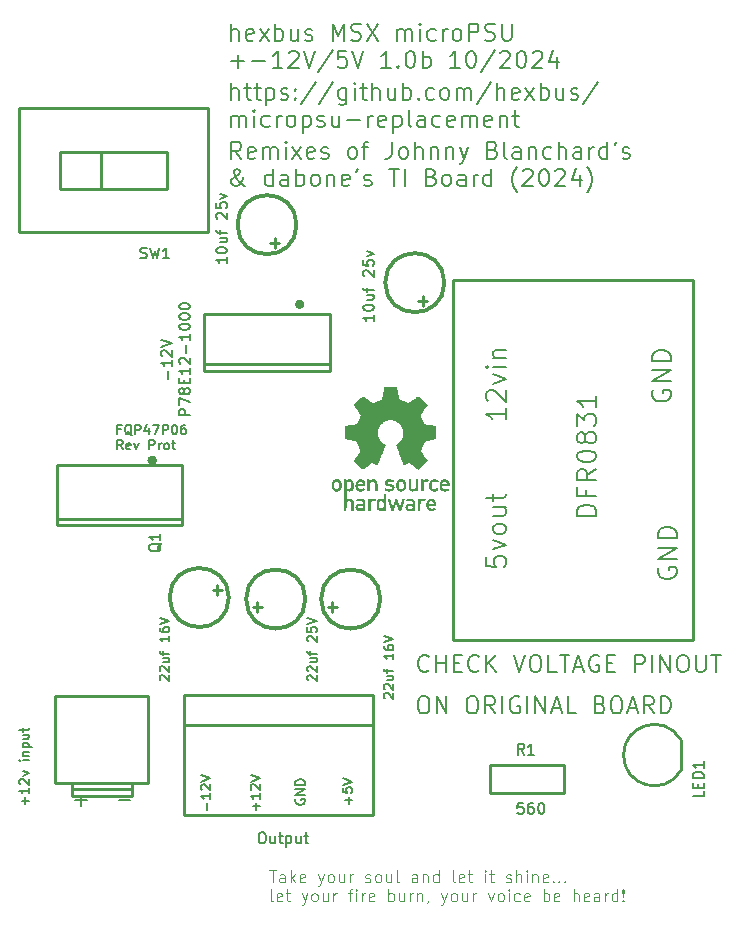
<source format=gbr>
%TF.GenerationSoftware,KiCad,Pcbnew,8.0.4*%
%TF.CreationDate,2024-09-20T16:59:46-04:00*%
%TF.ProjectId,micropsu,6d696372-6f70-4737-952e-6b696361645f,rev?*%
%TF.SameCoordinates,Original*%
%TF.FileFunction,Legend,Top*%
%TF.FilePolarity,Positive*%
%FSLAX46Y46*%
G04 Gerber Fmt 4.6, Leading zero omitted, Abs format (unit mm)*
G04 Created by KiCad (PCBNEW 8.0.4) date 2024-09-20 16:59:46*
%MOMM*%
%LPD*%
G01*
G04 APERTURE LIST*
%ADD10C,0.000000*%
%ADD11C,0.200000*%
%ADD12C,0.203200*%
%ADD13C,0.125000*%
%ADD14C,0.203000*%
%ADD15C,0.152000*%
%ADD16C,0.152400*%
%ADD17C,0.254000*%
%ADD18C,0.300000*%
%ADD19C,0.400000*%
G04 APERTURE END LIST*
D10*
G36*
X126979890Y-116785080D02*
G01*
X127040269Y-116799259D01*
X127095285Y-116821308D01*
X127142657Y-116851150D01*
X127183301Y-116888055D01*
X127219903Y-116931312D01*
X127252038Y-116979969D01*
X127279282Y-117033075D01*
X127301209Y-117089677D01*
X127317397Y-117148825D01*
X127327421Y-117209566D01*
X127330857Y-117270950D01*
X127330857Y-117391450D01*
X127006657Y-117391450D01*
X126916498Y-117391931D01*
X126843992Y-117393557D01*
X126787403Y-117396602D01*
X126728565Y-117404424D01*
X126682457Y-117442650D01*
X126695407Y-117494650D01*
X126730447Y-117541254D01*
X126781861Y-117580365D01*
X126843932Y-117609887D01*
X126910943Y-117627723D01*
X126977178Y-117631776D01*
X127036922Y-117619950D01*
X127084457Y-117590150D01*
X127107972Y-117573004D01*
X127158746Y-117572772D01*
X127211557Y-117596250D01*
X127246673Y-117617608D01*
X127281880Y-117658622D01*
X127258597Y-117712029D01*
X127207797Y-117748315D01*
X127158257Y-117775350D01*
X127092622Y-117804248D01*
X127027978Y-117824092D01*
X126964773Y-117835183D01*
X126903455Y-117837820D01*
X126844470Y-117832304D01*
X126788267Y-117818934D01*
X126735292Y-117798012D01*
X126685994Y-117769837D01*
X126640820Y-117734709D01*
X126600216Y-117692929D01*
X126564632Y-117644796D01*
X126534514Y-117590610D01*
X126510310Y-117530673D01*
X126492468Y-117465284D01*
X126481434Y-117394742D01*
X126477657Y-117319350D01*
X126480979Y-117235363D01*
X126490011Y-117163750D01*
X126682457Y-117163750D01*
X126711059Y-117206451D01*
X126764276Y-117217053D01*
X126828586Y-117220320D01*
X126885157Y-117220850D01*
X126926228Y-117220287D01*
X126983650Y-117217513D01*
X127047666Y-117210806D01*
X127104957Y-117193350D01*
X127107513Y-117186099D01*
X127100748Y-117133634D01*
X127080557Y-117082350D01*
X127039649Y-117030287D01*
X126983380Y-116998628D01*
X126918165Y-116986060D01*
X126850419Y-116991275D01*
X126786559Y-117012961D01*
X126733002Y-117049809D01*
X126696162Y-117100508D01*
X126682457Y-117163750D01*
X126490011Y-117163750D01*
X126490833Y-117157234D01*
X126507045Y-117085381D01*
X126529444Y-117020225D01*
X126557857Y-116962183D01*
X126592111Y-116911678D01*
X126632035Y-116869126D01*
X126677457Y-116834950D01*
X126730406Y-116808616D01*
X126789407Y-116790540D01*
X126852176Y-116780644D01*
X126916432Y-116778850D01*
X126979890Y-116785080D01*
G37*
G36*
X119674698Y-115145003D02*
G01*
X119719957Y-115174250D01*
X119735894Y-115192550D01*
X119785957Y-115174250D01*
X119851366Y-115151585D01*
X119904492Y-115143239D01*
X119961627Y-115140174D01*
X120019679Y-115142279D01*
X120075558Y-115149442D01*
X120126171Y-115161552D01*
X120185457Y-115188750D01*
X120225637Y-115222673D01*
X120258972Y-115263859D01*
X120285712Y-115313234D01*
X120306107Y-115371725D01*
X120320408Y-115440255D01*
X120328866Y-115519753D01*
X120331732Y-115611142D01*
X120331146Y-115661586D01*
X120329257Y-115715350D01*
X120325092Y-115793461D01*
X120319939Y-115857598D01*
X120309100Y-115932448D01*
X120292800Y-115988321D01*
X120269100Y-116032695D01*
X120236057Y-116073050D01*
X120194683Y-116111638D01*
X120150883Y-116141967D01*
X120104760Y-116164015D01*
X120056419Y-116177762D01*
X120005964Y-116183189D01*
X119953499Y-116180276D01*
X119899128Y-116169003D01*
X119842957Y-116149350D01*
X119719957Y-116098050D01*
X119719957Y-116494050D01*
X119719997Y-116561330D01*
X119720173Y-116620405D01*
X119721255Y-116715707D01*
X119723854Y-116783496D01*
X119732018Y-116841336D01*
X119782357Y-116833650D01*
X119816842Y-116811490D01*
X119864069Y-116793550D01*
X119918214Y-116781534D01*
X119973457Y-116777150D01*
X120009305Y-116778408D01*
X120071476Y-116789943D01*
X120127806Y-116816769D01*
X120171173Y-116849280D01*
X120219357Y-116894250D01*
X120336557Y-117011450D01*
X120326857Y-117414750D01*
X120317257Y-117818050D01*
X120226457Y-117828550D01*
X120135657Y-117839050D01*
X120124057Y-117458850D01*
X120122164Y-117400279D01*
X120120193Y-117347693D01*
X120115739Y-117258976D01*
X120110154Y-117189706D01*
X120098466Y-117115712D01*
X120081180Y-117068629D01*
X120046257Y-117030250D01*
X120014957Y-117011517D01*
X119960260Y-116990428D01*
X119909657Y-116982450D01*
X119882509Y-116983242D01*
X119817986Y-116996362D01*
X119774742Y-117035343D01*
X119755130Y-117081885D01*
X119741069Y-117149203D01*
X119730999Y-117241007D01*
X119726972Y-117297253D01*
X119723356Y-117361012D01*
X119719957Y-117432750D01*
X119702957Y-117818050D01*
X119609057Y-117828850D01*
X119515157Y-117839650D01*
X119515157Y-116489350D01*
X119515157Y-115626282D01*
X119721090Y-115626282D01*
X119722642Y-115703126D01*
X119729011Y-115776150D01*
X119740082Y-115839648D01*
X119765257Y-115904550D01*
X119777005Y-115918174D01*
X119823914Y-115948573D01*
X119882578Y-115963146D01*
X119945613Y-115961748D01*
X120005634Y-115944231D01*
X120055257Y-115910450D01*
X120067798Y-115893911D01*
X120088316Y-115843954D01*
X120102643Y-115776986D01*
X120110650Y-115699607D01*
X120112210Y-115618413D01*
X120107196Y-115540002D01*
X120095479Y-115470973D01*
X120065057Y-115399450D01*
X120051174Y-115385515D01*
X119995036Y-115355706D01*
X119926004Y-115343594D01*
X119855450Y-115348801D01*
X119794744Y-115370946D01*
X119755257Y-115409650D01*
X119746490Y-115429907D01*
X119732899Y-115483966D01*
X119724471Y-115551327D01*
X119721090Y-115626282D01*
X119515157Y-115626282D01*
X119515157Y-115138950D01*
X119617557Y-115138950D01*
X119674698Y-115145003D01*
G37*
G36*
X123414132Y-115143725D02*
G01*
X123506180Y-115151899D01*
X123589872Y-115166875D01*
X123657726Y-115188282D01*
X123702257Y-115215750D01*
X123726865Y-115241906D01*
X123736108Y-115294260D01*
X123699657Y-115339750D01*
X123680631Y-115359829D01*
X123630844Y-115388250D01*
X123574720Y-115377848D01*
X123523857Y-115357850D01*
X123471826Y-115337257D01*
X123408386Y-115318011D01*
X123341781Y-115314521D01*
X123282758Y-115336978D01*
X123234957Y-115371250D01*
X123202018Y-115399125D01*
X123182342Y-115450634D01*
X123216557Y-115490750D01*
X123240347Y-115508997D01*
X123295657Y-115532650D01*
X123350178Y-115544328D01*
X123410157Y-115548450D01*
X123468061Y-115551747D01*
X123525299Y-115561139D01*
X123580181Y-115575877D01*
X123631019Y-115595212D01*
X123676124Y-115618396D01*
X123729339Y-115658749D01*
X123760157Y-115703550D01*
X123775219Y-115753550D01*
X123783141Y-115805240D01*
X123784158Y-115857291D01*
X123778507Y-115908375D01*
X123766424Y-115957161D01*
X123736760Y-116023127D01*
X123693957Y-116076450D01*
X123625512Y-116125011D01*
X123543410Y-116159071D01*
X123451712Y-116178708D01*
X123354482Y-116184000D01*
X123255779Y-116175022D01*
X123159666Y-116151853D01*
X123070205Y-116114569D01*
X122991457Y-116063250D01*
X122947805Y-116025485D01*
X122939889Y-115970620D01*
X122972457Y-115931450D01*
X123001242Y-115901301D01*
X123050983Y-115882186D01*
X123100749Y-115899578D01*
X123158557Y-115928250D01*
X123198594Y-115946740D01*
X123278178Y-115972870D01*
X123354439Y-115985125D01*
X123424174Y-115984217D01*
X123484181Y-115970859D01*
X123531258Y-115945764D01*
X123570620Y-115887671D01*
X123571357Y-115836350D01*
X123550458Y-115796371D01*
X123497919Y-115769901D01*
X123445846Y-115758105D01*
X123374957Y-115747850D01*
X123332980Y-115742235D01*
X123258005Y-115729060D01*
X123194130Y-115712825D01*
X123140310Y-115692971D01*
X123076149Y-115655181D01*
X123028739Y-115606102D01*
X122994557Y-115543850D01*
X122977558Y-115474424D01*
X122980239Y-115401041D01*
X122992219Y-115352175D01*
X123011835Y-115304930D01*
X123038642Y-115260659D01*
X123072198Y-115220715D01*
X123112057Y-115186450D01*
X123162690Y-115163714D01*
X123234903Y-115149262D01*
X123321212Y-115142722D01*
X123414132Y-115143725D01*
G37*
G36*
X123540475Y-107323332D02*
G01*
X123614658Y-107323620D01*
X123680252Y-107324174D01*
X123737803Y-107325054D01*
X123830962Y-107328033D01*
X123898507Y-107333037D01*
X123961357Y-107345396D01*
X123999957Y-107382950D01*
X124002117Y-107390619D01*
X124015123Y-107448541D01*
X124028444Y-107515325D01*
X124038481Y-107568141D01*
X124049105Y-107625837D01*
X124060027Y-107686908D01*
X124070957Y-107749850D01*
X124076545Y-107782017D01*
X124088487Y-107848606D01*
X124101124Y-107916570D01*
X124114073Y-107983952D01*
X124126948Y-108048792D01*
X124139362Y-108109133D01*
X124150932Y-108163016D01*
X124165857Y-108227450D01*
X124208057Y-108397950D01*
X124572657Y-108546750D01*
X124937257Y-108695550D01*
X125366057Y-108401850D01*
X125409884Y-108371937D01*
X125452750Y-108342861D01*
X125494420Y-108314774D01*
X125573240Y-108262167D01*
X125644477Y-108215322D01*
X125706265Y-108175444D01*
X125756737Y-108143740D01*
X125821157Y-108108150D01*
X125833934Y-108115661D01*
X125878109Y-108152738D01*
X125921886Y-108192463D01*
X125975247Y-108242434D01*
X126036583Y-108301144D01*
X126104286Y-108367083D01*
X126140022Y-108402293D01*
X126176745Y-108438745D01*
X126214257Y-108476250D01*
X126581157Y-108844250D01*
X126290457Y-109267750D01*
X126260859Y-109311091D01*
X126232090Y-109353582D01*
X126177635Y-109435075D01*
X126128284Y-109510342D01*
X126085232Y-109577500D01*
X126049669Y-109634664D01*
X126022791Y-109679950D01*
X125999857Y-109727350D01*
X126011563Y-109769041D01*
X126042789Y-109851668D01*
X126063898Y-109904116D01*
X126087696Y-109961736D01*
X126113455Y-110022843D01*
X126140444Y-110085750D01*
X126167933Y-110148768D01*
X126195193Y-110210213D01*
X126221494Y-110268396D01*
X126246105Y-110321631D01*
X126287339Y-110406508D01*
X126313057Y-110451350D01*
X126364057Y-110473973D01*
X126414960Y-110489236D01*
X126479932Y-110506412D01*
X126556818Y-110524962D01*
X126643469Y-110544345D01*
X126737732Y-110564021D01*
X126787046Y-110573800D01*
X126837457Y-110583450D01*
X127330857Y-110676150D01*
X127330857Y-111212750D01*
X127330857Y-111749350D01*
X126998157Y-111809450D01*
X126963385Y-111815766D01*
X126891862Y-111829016D01*
X126819414Y-111842750D01*
X126748097Y-111856558D01*
X126679970Y-111870031D01*
X126617091Y-111882761D01*
X126561518Y-111894339D01*
X126496357Y-111908650D01*
X126327457Y-111947750D01*
X126182257Y-112306150D01*
X126167468Y-112342940D01*
X126139163Y-112414894D01*
X126113053Y-112483263D01*
X126089739Y-112546352D01*
X126069824Y-112602466D01*
X126047636Y-112669848D01*
X126035557Y-112719450D01*
X126056511Y-112772773D01*
X126081536Y-112819555D01*
X126114769Y-112877237D01*
X126155095Y-112943933D01*
X126201396Y-113017757D01*
X126252555Y-113096825D01*
X126307457Y-113179250D01*
X126580957Y-113583950D01*
X126214157Y-113951850D01*
X126176671Y-113989336D01*
X126139987Y-114025769D01*
X126104303Y-114060960D01*
X126036744Y-114126864D01*
X125975598Y-114185542D01*
X125922471Y-114235485D01*
X125878969Y-114275188D01*
X125822857Y-114319750D01*
X125797566Y-114307487D01*
X125740890Y-114273206D01*
X125688557Y-114239975D01*
X125626605Y-114199740D01*
X125556766Y-114153615D01*
X125480773Y-114102714D01*
X125400357Y-114048150D01*
X125002557Y-113776550D01*
X124798057Y-113879750D01*
X124756821Y-113900245D01*
X124699769Y-113927513D01*
X124637261Y-113955373D01*
X124584857Y-113972150D01*
X124583452Y-113969729D01*
X124562441Y-113922296D01*
X124540713Y-113870493D01*
X124514038Y-113805692D01*
X124494272Y-113757092D01*
X124473457Y-113705450D01*
X124447742Y-113641864D01*
X124413935Y-113559037D01*
X124394446Y-113511499D01*
X124373476Y-113460460D01*
X124351202Y-113406356D01*
X124327807Y-113349625D01*
X124303469Y-113290702D01*
X124278369Y-113230024D01*
X124252687Y-113168028D01*
X124226603Y-113105150D01*
X124200298Y-113041826D01*
X124173952Y-112978494D01*
X124147745Y-112915590D01*
X124121857Y-112853550D01*
X123872857Y-112257650D01*
X123969957Y-112188050D01*
X124041431Y-112134812D01*
X124107641Y-112081347D01*
X124168675Y-112027499D01*
X124224625Y-111973112D01*
X124275581Y-111918031D01*
X124321632Y-111862102D01*
X124362868Y-111805168D01*
X124399382Y-111747075D01*
X124431261Y-111687666D01*
X124458597Y-111626788D01*
X124481480Y-111564284D01*
X124500000Y-111500000D01*
X124514248Y-111433779D01*
X124524313Y-111365467D01*
X124530286Y-111294909D01*
X124532257Y-111221950D01*
X124531359Y-111148280D01*
X124528264Y-111084432D01*
X124522369Y-111027646D01*
X124513069Y-110975162D01*
X124499761Y-110924220D01*
X124481842Y-110872060D01*
X124458709Y-110815924D01*
X124429757Y-110753050D01*
X124393326Y-110682885D01*
X124352846Y-110616462D01*
X124308489Y-110553889D01*
X124260424Y-110495271D01*
X124208821Y-110440717D01*
X124153852Y-110390332D01*
X124095686Y-110344224D01*
X124034494Y-110302500D01*
X123970446Y-110265266D01*
X123903713Y-110232630D01*
X123834464Y-110204698D01*
X123762871Y-110181578D01*
X123689103Y-110163376D01*
X123613331Y-110150199D01*
X123535725Y-110142155D01*
X123456457Y-110139350D01*
X123386069Y-110140147D01*
X123324966Y-110143310D01*
X123270195Y-110149547D01*
X123218807Y-110159562D01*
X123167849Y-110174063D01*
X123114372Y-110193757D01*
X123055425Y-110219350D01*
X122988057Y-110251550D01*
X122916783Y-110289474D01*
X122849700Y-110330961D01*
X122786864Y-110375921D01*
X122728332Y-110424262D01*
X122674158Y-110475894D01*
X122624400Y-110530725D01*
X122579114Y-110588666D01*
X122538357Y-110649625D01*
X122502183Y-110713511D01*
X122470650Y-110780233D01*
X122443814Y-110849701D01*
X122421732Y-110921825D01*
X122404458Y-110996512D01*
X122392050Y-111073672D01*
X122384564Y-111153215D01*
X122382057Y-111235050D01*
X122384164Y-111304497D01*
X122390512Y-111372334D01*
X122401138Y-111438626D01*
X122416082Y-111503435D01*
X122435379Y-111566829D01*
X122459070Y-111628872D01*
X122487191Y-111689628D01*
X122519782Y-111749162D01*
X122556879Y-111807540D01*
X122598521Y-111864826D01*
X122644747Y-111921085D01*
X122695594Y-111976382D01*
X122751100Y-112030782D01*
X122811304Y-112084350D01*
X122876244Y-112137151D01*
X122945957Y-112189250D01*
X123044657Y-112260050D01*
X122965157Y-112445250D01*
X122946931Y-112488005D01*
X122925549Y-112538668D01*
X122901793Y-112595360D01*
X122876444Y-112656200D01*
X122850284Y-112719308D01*
X122824096Y-112782806D01*
X122798659Y-112844813D01*
X122774757Y-112903450D01*
X122725654Y-113024223D01*
X122679046Y-113138657D01*
X122635010Y-113246569D01*
X122593622Y-113347775D01*
X122554959Y-113442089D01*
X122519097Y-113529329D01*
X122486112Y-113609311D01*
X122456082Y-113681850D01*
X122429081Y-113746762D01*
X122405188Y-113803864D01*
X122384478Y-113852971D01*
X122352915Y-113926466D01*
X122331357Y-113972150D01*
X122290412Y-113960500D01*
X122232225Y-113935484D01*
X122177386Y-113909846D01*
X122116257Y-113879750D01*
X121911757Y-113776550D01*
X121513957Y-114048150D01*
X121473304Y-114075820D01*
X121394883Y-114128692D01*
X121321753Y-114177344D01*
X121255647Y-114220663D01*
X121198297Y-114257535D01*
X121151437Y-114286848D01*
X121091557Y-114319750D01*
X121079102Y-114312234D01*
X121035348Y-114275138D01*
X120991803Y-114235396D01*
X120938629Y-114185405D01*
X120877431Y-114126678D01*
X120809812Y-114060725D01*
X120774097Y-114025510D01*
X120737378Y-113989056D01*
X120699857Y-113951550D01*
X120332657Y-113583250D01*
X120606557Y-113185950D01*
X120661560Y-113104975D01*
X120712872Y-113027168D01*
X120759370Y-112954396D01*
X120799932Y-112888525D01*
X120833433Y-112831418D01*
X120858753Y-112784943D01*
X120880357Y-112731350D01*
X120873925Y-112698172D01*
X120855946Y-112638013D01*
X120838519Y-112585750D01*
X120817422Y-112525742D01*
X120793239Y-112459690D01*
X120766556Y-112389293D01*
X120737957Y-112316250D01*
X120719532Y-112270565D01*
X120685199Y-112188729D01*
X120653975Y-112119168D01*
X120625563Y-112061360D01*
X120599667Y-112014782D01*
X120564889Y-111964828D01*
X120524557Y-111932650D01*
X120515094Y-111929592D01*
X120462750Y-111916328D01*
X120410489Y-111904612D01*
X120346757Y-111891100D01*
X120273631Y-111876218D01*
X120193188Y-111860396D01*
X120107504Y-111844064D01*
X120018657Y-111827650D01*
X119583457Y-111748750D01*
X119583457Y-111212450D01*
X119583457Y-110676150D01*
X120076857Y-110583450D01*
X120127276Y-110573800D01*
X120176617Y-110564021D01*
X120270983Y-110544345D01*
X120357795Y-110524962D01*
X120434894Y-110506412D01*
X120500119Y-110489236D01*
X120551311Y-110473973D01*
X120602957Y-110451350D01*
X120613756Y-110434966D01*
X120648163Y-110369078D01*
X120670333Y-110322901D01*
X120694857Y-110270120D01*
X120721016Y-110212398D01*
X120748093Y-110151399D01*
X120775369Y-110088787D01*
X120802126Y-110026225D01*
X120827645Y-109965378D01*
X120851209Y-109907908D01*
X120889597Y-109809755D01*
X120914557Y-109729450D01*
X120891727Y-109680739D01*
X120864970Y-109634849D01*
X120829569Y-109577137D01*
X120786710Y-109509501D01*
X120737580Y-109433842D01*
X120683366Y-109352058D01*
X120654724Y-109309463D01*
X120625257Y-109266050D01*
X120335957Y-108841950D01*
X120701457Y-108475050D01*
X120738833Y-108437673D01*
X120775451Y-108401346D01*
X120811110Y-108366254D01*
X120878742Y-108300532D01*
X120940112Y-108242013D01*
X120993604Y-108192201D01*
X121037602Y-108152600D01*
X121095457Y-108108150D01*
X121109897Y-108114150D01*
X121160717Y-108143772D01*
X121211316Y-108175510D01*
X121273113Y-108215435D01*
X121344243Y-108262342D01*
X121422841Y-108315026D01*
X121464357Y-108343158D01*
X121507040Y-108372283D01*
X121550657Y-108402250D01*
X121977257Y-108696250D01*
X122296757Y-108569850D01*
X122329595Y-108556754D01*
X122393950Y-108530544D01*
X122455269Y-108504875D01*
X122512021Y-108480428D01*
X122562676Y-108457881D01*
X122623878Y-108429112D01*
X122669857Y-108403750D01*
X122695167Y-108367182D01*
X122716378Y-108317204D01*
X122738070Y-108252047D01*
X122752164Y-108202023D01*
X122765520Y-108148021D01*
X122777757Y-108091150D01*
X122789704Y-108031243D01*
X122802835Y-107965595D01*
X122816720Y-107896340D01*
X122830932Y-107825612D01*
X122845040Y-107755545D01*
X122858616Y-107688273D01*
X122871231Y-107625930D01*
X122882457Y-107570650D01*
X122932857Y-107323250D01*
X123457157Y-107323250D01*
X123540475Y-107323332D01*
G37*
G36*
X118953625Y-115140925D02*
G01*
X119046001Y-115156516D01*
X119123654Y-115188459D01*
X119187095Y-115237430D01*
X119236831Y-115304105D01*
X119273375Y-115389160D01*
X119286858Y-115438792D01*
X119297234Y-115493272D01*
X119304567Y-115552685D01*
X119308920Y-115617116D01*
X119310357Y-115686650D01*
X119310263Y-115727537D01*
X119309095Y-115796188D01*
X119305690Y-115850266D01*
X119293944Y-115911737D01*
X119270881Y-115960161D01*
X119232732Y-116007385D01*
X119197057Y-116044050D01*
X119143357Y-116091714D01*
X119087388Y-116129735D01*
X119029460Y-116158042D01*
X118969882Y-116176562D01*
X118908963Y-116185224D01*
X118847013Y-116183957D01*
X118784341Y-116172690D01*
X118721257Y-116151350D01*
X118665678Y-116124093D01*
X118617882Y-116091698D01*
X118577397Y-116053413D01*
X118543757Y-116008487D01*
X118516491Y-115956169D01*
X118495132Y-115895707D01*
X118479210Y-115826351D01*
X118468257Y-115747350D01*
X118466416Y-115717789D01*
X118665411Y-115717789D01*
X118671344Y-115785212D01*
X118689033Y-115838404D01*
X118720157Y-115885850D01*
X118735638Y-115903022D01*
X118789663Y-115942045D01*
X118851513Y-115962110D01*
X118916633Y-115962936D01*
X118980466Y-115944243D01*
X119038457Y-115905750D01*
X119066690Y-115867484D01*
X119087627Y-115813356D01*
X119101131Y-115748081D01*
X119107069Y-115676375D01*
X119105305Y-115602953D01*
X119095705Y-115532531D01*
X119078134Y-115469825D01*
X119052457Y-115419550D01*
X119039097Y-115403452D01*
X118984563Y-115366279D01*
X118916170Y-115346334D01*
X118843980Y-115344326D01*
X118778055Y-115360962D01*
X118728457Y-115396950D01*
X118723879Y-115403297D01*
X118701277Y-115457086D01*
X118685345Y-115519490D01*
X118675918Y-115572628D01*
X118669557Y-115627650D01*
X118667667Y-115652778D01*
X118665411Y-115717789D01*
X118466416Y-115717789D01*
X118462341Y-115652333D01*
X118464567Y-115563893D01*
X118474741Y-115482644D01*
X118492669Y-115409200D01*
X118518158Y-115344174D01*
X118551014Y-115288181D01*
X118591045Y-115241835D01*
X118638057Y-115205750D01*
X118693913Y-115178425D01*
X118742591Y-115162000D01*
X118794818Y-115149625D01*
X118848554Y-115141806D01*
X118901757Y-115139050D01*
X118953625Y-115140925D01*
G37*
G36*
X125150878Y-116777303D02*
G01*
X125205970Y-116778818D01*
X125270533Y-116785518D01*
X125334916Y-116806676D01*
X125376961Y-116835008D01*
X125422257Y-116876850D01*
X125455170Y-116910613D01*
X125489582Y-116957337D01*
X125509544Y-117017912D01*
X125516767Y-117076302D01*
X125520483Y-117156314D01*
X125521390Y-117206361D01*
X125521857Y-117264134D01*
X125522031Y-117330406D01*
X125522057Y-117405950D01*
X125522057Y-117835150D01*
X125419657Y-117835150D01*
X125362471Y-117829591D01*
X125317257Y-117802750D01*
X125315346Y-117796458D01*
X125264833Y-117792319D01*
X125212657Y-117806950D01*
X125118141Y-117829379D01*
X125026308Y-117831737D01*
X124940215Y-117815739D01*
X124862919Y-117783100D01*
X124797478Y-117735535D01*
X124746949Y-117674762D01*
X124714389Y-117602495D01*
X124703444Y-117524628D01*
X124892833Y-117524628D01*
X124918694Y-117580950D01*
X124965297Y-117610346D01*
X125033520Y-117627036D01*
X125090257Y-117630350D01*
X125119684Y-117629815D01*
X125171770Y-117625427D01*
X125233756Y-117609999D01*
X125277608Y-117583072D01*
X125310284Y-117527567D01*
X125317257Y-117469950D01*
X125303546Y-117413339D01*
X125250139Y-117395094D01*
X125188096Y-117391857D01*
X125130757Y-117391450D01*
X125059290Y-117393040D01*
X125004862Y-117398310D01*
X124954120Y-117412353D01*
X124911757Y-117452050D01*
X124902629Y-117471520D01*
X124892833Y-117524628D01*
X124703444Y-117524628D01*
X124702857Y-117520450D01*
X124704190Y-117481835D01*
X124715097Y-117413372D01*
X124737535Y-117356180D01*
X124772153Y-117309762D01*
X124819599Y-117273619D01*
X124880522Y-117247254D01*
X124955573Y-117230168D01*
X125045399Y-117221864D01*
X125096057Y-117220850D01*
X125321557Y-117220850D01*
X125310857Y-117109850D01*
X125300157Y-116998950D01*
X125071557Y-116998950D01*
X124976352Y-116996409D01*
X124899625Y-116988848D01*
X124841508Y-116976353D01*
X124781627Y-116936913D01*
X124797758Y-116878794D01*
X124834657Y-116842950D01*
X124883042Y-116812165D01*
X124942669Y-116791825D01*
X124998257Y-116782622D01*
X125065879Y-116777983D01*
X125118857Y-116777150D01*
X125150878Y-116777303D01*
G37*
G36*
X125180757Y-115510150D02*
G01*
X125181042Y-115582083D01*
X125182026Y-115646155D01*
X125186844Y-115752490D01*
X125196724Y-115832712D01*
X125213182Y-115890375D01*
X125253510Y-115942349D01*
X125317153Y-115963566D01*
X125375057Y-115966550D01*
X125405011Y-115965227D01*
X125456967Y-115953935D01*
X125516580Y-115911832D01*
X125545319Y-115864225D01*
X125566225Y-115798776D01*
X125580130Y-115713593D01*
X125584716Y-115663010D01*
X125587863Y-115606782D01*
X125589676Y-115544675D01*
X125590257Y-115476450D01*
X125590257Y-115138950D01*
X125692657Y-115138950D01*
X125795057Y-115138950D01*
X125795057Y-115650850D01*
X125795057Y-116162750D01*
X125695457Y-116162750D01*
X125685264Y-116162566D01*
X125629570Y-116154641D01*
X125584157Y-116127250D01*
X125559837Y-116114904D01*
X125506883Y-116127207D01*
X125458157Y-116148650D01*
X125440931Y-116157035D01*
X125381146Y-116180383D01*
X125327273Y-116188037D01*
X125267754Y-116180822D01*
X125212457Y-116166150D01*
X125175029Y-116154153D01*
X125112279Y-116127589D01*
X125064107Y-116093577D01*
X125028638Y-116047297D01*
X125003998Y-115983927D01*
X124988310Y-115898647D01*
X124983238Y-115846284D01*
X124979701Y-115786635D01*
X124977464Y-115719098D01*
X124976294Y-115643071D01*
X124975957Y-115557950D01*
X124975957Y-115138950D01*
X125078357Y-115138950D01*
X125180757Y-115138950D01*
X125180757Y-115510150D01*
G37*
G36*
X120971790Y-115139897D02*
G01*
X121037772Y-115149021D01*
X121096990Y-115166391D01*
X121146057Y-115192150D01*
X121184770Y-115224031D01*
X121219516Y-115262292D01*
X121249926Y-115306128D01*
X121275632Y-115354737D01*
X121296265Y-115407316D01*
X121311460Y-115463064D01*
X121320846Y-115521175D01*
X121324057Y-115580850D01*
X121324057Y-115719050D01*
X121018957Y-115719050D01*
X120986548Y-115719225D01*
X120924782Y-115720587D01*
X120867972Y-115723201D01*
X120817184Y-115726949D01*
X120754626Y-115734445D01*
X120691757Y-115754750D01*
X120690858Y-115809992D01*
X120717254Y-115861364D01*
X120759738Y-115912147D01*
X120811907Y-115954142D01*
X120867357Y-115979150D01*
X120911742Y-115984437D01*
X120962419Y-115980575D01*
X121015814Y-115968125D01*
X121068357Y-115947650D01*
X121103918Y-115931141D01*
X121154781Y-115913149D01*
X121205916Y-115925951D01*
X121243057Y-115962750D01*
X121276663Y-116002951D01*
X121267638Y-116057629D01*
X121221257Y-116094850D01*
X121159136Y-116133681D01*
X121091002Y-116161806D01*
X121018586Y-116179196D01*
X120943619Y-116185825D01*
X120867832Y-116181662D01*
X120792955Y-116166681D01*
X120720720Y-116140853D01*
X120652857Y-116104150D01*
X120619919Y-116074923D01*
X120584807Y-116030687D01*
X120551719Y-115977432D01*
X120524857Y-115921150D01*
X120506969Y-115871302D01*
X120492835Y-115820874D01*
X120482400Y-115770148D01*
X120475610Y-115719410D01*
X120472751Y-115619033D01*
X120483832Y-115522012D01*
X120497264Y-115472090D01*
X120692088Y-115472090D01*
X120698142Y-115527096D01*
X120754688Y-115542384D01*
X120816111Y-115547084D01*
X120897457Y-115548450D01*
X120941904Y-115547900D01*
X121015886Y-115543373D01*
X121090072Y-115527372D01*
X121117838Y-115473276D01*
X121078432Y-115422475D01*
X121029357Y-115380250D01*
X120969937Y-115338686D01*
X120919678Y-115317193D01*
X120858981Y-115320140D01*
X120812241Y-115346340D01*
X120759357Y-115393350D01*
X120736933Y-115416383D01*
X120692088Y-115472090D01*
X120497264Y-115472090D01*
X120508421Y-115430621D01*
X120546091Y-115347132D01*
X120596412Y-115273818D01*
X120658957Y-115212950D01*
X120707958Y-115182992D01*
X120767128Y-115160565D01*
X120833082Y-115145812D01*
X120902432Y-115138875D01*
X120971790Y-115139897D01*
G37*
G36*
X124603576Y-116778264D02*
G01*
X124657257Y-116799020D01*
X124649757Y-116853950D01*
X124597969Y-117022300D01*
X124552435Y-117169787D01*
X124512578Y-117297811D01*
X124477822Y-117407773D01*
X124447591Y-117501075D01*
X124421308Y-117579119D01*
X124398397Y-117643306D01*
X124378282Y-117695037D01*
X124344133Y-117766738D01*
X124299473Y-117815906D01*
X124248857Y-117828650D01*
X124218556Y-117831247D01*
X124170513Y-117803399D01*
X124145844Y-117757037D01*
X124116127Y-117678440D01*
X124098293Y-117624565D01*
X124077899Y-117559648D01*
X124054511Y-117482692D01*
X124027696Y-117392704D01*
X123997022Y-117288688D01*
X123962057Y-117169650D01*
X123941957Y-117101350D01*
X123915657Y-117169650D01*
X123903318Y-117205356D01*
X123883808Y-117266098D01*
X123859088Y-117345418D01*
X123831119Y-117436862D01*
X123816528Y-117485112D01*
X123801861Y-117533973D01*
X123773274Y-117630295D01*
X123747319Y-117719372D01*
X123725957Y-117794750D01*
X123721590Y-117804176D01*
X123676676Y-117827983D01*
X123621557Y-117828850D01*
X123606179Y-117826633D01*
X123555634Y-117801969D01*
X123521294Y-117751200D01*
X123495845Y-117693584D01*
X123465702Y-117611725D01*
X123448161Y-117560303D01*
X123428596Y-117501140D01*
X123406722Y-117433676D01*
X123382257Y-117357350D01*
X123352281Y-117263580D01*
X123323560Y-117173745D01*
X123296774Y-117089977D01*
X123272607Y-117014412D01*
X123251739Y-116949183D01*
X123234853Y-116896423D01*
X123215757Y-116836850D01*
X123210691Y-116813553D01*
X123249324Y-116779742D01*
X123299257Y-116777150D01*
X123357325Y-116778679D01*
X123407500Y-116802022D01*
X123436130Y-116853229D01*
X123455828Y-116911010D01*
X123479066Y-116992434D01*
X123492829Y-117043277D01*
X123508457Y-117101550D01*
X123527848Y-117173542D01*
X123545106Y-117235976D01*
X123560564Y-117288883D01*
X123587407Y-117366237D01*
X123622482Y-117411575D01*
X123659306Y-117372811D01*
X123689263Y-117300653D01*
X123706860Y-117250770D01*
X123726647Y-117191725D01*
X123748957Y-117123550D01*
X123766564Y-117069842D01*
X123797240Y-116979326D01*
X123823003Y-116909254D01*
X123845223Y-116857115D01*
X123884506Y-116796603D01*
X123938057Y-116777150D01*
X123991972Y-116797350D01*
X124021457Y-116839775D01*
X124042922Y-116886368D01*
X124067516Y-116950793D01*
X124096680Y-117035778D01*
X124113427Y-117086832D01*
X124131857Y-117144050D01*
X124249357Y-117510950D01*
X124292257Y-117357350D01*
X124296874Y-117340915D01*
X124312666Y-117285778D01*
X124330388Y-117225166D01*
X124348782Y-117163297D01*
X124366591Y-117104386D01*
X124382557Y-117052650D01*
X124392054Y-117021000D01*
X124408948Y-116957615D01*
X124421746Y-116899931D01*
X124429857Y-116839350D01*
X124443320Y-116798312D01*
X124492505Y-116780034D01*
X124551657Y-116777150D01*
X124603576Y-116778264D01*
G37*
G36*
X124414408Y-115140925D02*
G01*
X124506764Y-115156516D01*
X124584410Y-115188459D01*
X124647853Y-115237430D01*
X124697599Y-115304105D01*
X124734155Y-115389160D01*
X124747644Y-115438792D01*
X124758026Y-115493272D01*
X124765363Y-115552685D01*
X124769719Y-115617116D01*
X124771157Y-115686650D01*
X124771062Y-115727537D01*
X124769887Y-115796188D01*
X124766470Y-115850266D01*
X124754707Y-115911737D01*
X124731637Y-115960161D01*
X124693503Y-116007385D01*
X124657857Y-116044050D01*
X124604128Y-116091714D01*
X124548146Y-116129735D01*
X124490216Y-116158042D01*
X124430644Y-116176562D01*
X124369736Y-116185224D01*
X124307799Y-116183957D01*
X124245137Y-116172690D01*
X124182057Y-116151350D01*
X124126446Y-116124093D01*
X124078625Y-116091698D01*
X124038127Y-116053413D01*
X124004482Y-116008487D01*
X123977221Y-115956169D01*
X123955875Y-115895707D01*
X123939977Y-115826351D01*
X123929057Y-115747350D01*
X123923141Y-115652333D01*
X123923360Y-115643650D01*
X124122657Y-115643650D01*
X124124831Y-115706237D01*
X124131424Y-115761623D01*
X124149833Y-115831690D01*
X124178784Y-115886813D01*
X124218639Y-115927747D01*
X124269757Y-115955250D01*
X124289662Y-115961304D01*
X124353166Y-115966731D01*
X124417166Y-115955135D01*
X124474993Y-115929191D01*
X124519979Y-115891571D01*
X124545457Y-115844950D01*
X124551812Y-115818153D01*
X124560875Y-115760725D01*
X124565228Y-115700193D01*
X124565056Y-115638968D01*
X124560545Y-115579462D01*
X124551880Y-115524087D01*
X124539245Y-115475255D01*
X124513257Y-115419550D01*
X124498666Y-115401071D01*
X124455299Y-115366668D01*
X124399744Y-115348056D01*
X124344557Y-115343650D01*
X124317708Y-115344824D01*
X124247532Y-115362428D01*
X124192922Y-115401136D01*
X124153896Y-115460925D01*
X124136544Y-115512484D01*
X124126129Y-115573394D01*
X124122657Y-115643650D01*
X123923360Y-115643650D01*
X123925367Y-115563893D01*
X123935541Y-115482644D01*
X123953469Y-115409200D01*
X123978958Y-115344174D01*
X124011814Y-115288181D01*
X124051845Y-115241835D01*
X124098857Y-115205750D01*
X124154699Y-115178425D01*
X124203359Y-115162000D01*
X124255574Y-115149625D01*
X124309317Y-115141806D01*
X124362557Y-115139050D01*
X124414408Y-115140925D01*
G37*
G36*
X120963666Y-116782569D02*
G01*
X121033583Y-116790882D01*
X121096377Y-116805264D01*
X121148457Y-116825750D01*
X121174126Y-116840210D01*
X121218060Y-116873436D01*
X121252904Y-116915156D01*
X121279597Y-116968679D01*
X121299080Y-117037311D01*
X121312293Y-117124358D01*
X121316841Y-117175821D01*
X121320174Y-117233129D01*
X121322409Y-117296694D01*
X121323664Y-117366929D01*
X121324057Y-117444250D01*
X121324057Y-117835150D01*
X121224557Y-117835150D01*
X121214340Y-117834947D01*
X121158326Y-117826199D01*
X121111957Y-117796150D01*
X121074690Y-117775548D01*
X121026057Y-117796150D01*
X120957770Y-117822779D01*
X120883749Y-117834551D01*
X120807429Y-117832450D01*
X120732244Y-117817462D01*
X120661630Y-117790572D01*
X120599021Y-117752767D01*
X120547851Y-117705031D01*
X120511557Y-117648350D01*
X120492106Y-117600900D01*
X120475912Y-117537755D01*
X120475895Y-117523449D01*
X120681019Y-117523449D01*
X120716398Y-117574739D01*
X120772508Y-117603345D01*
X120822800Y-117616496D01*
X120882657Y-117624150D01*
X120911351Y-117625505D01*
X120986282Y-117619960D01*
X121044506Y-117599982D01*
X121086055Y-117565551D01*
X121110961Y-117516647D01*
X121119257Y-117453250D01*
X121101881Y-117410844D01*
X121046689Y-117395309D01*
X120987942Y-117391972D01*
X120935757Y-117391450D01*
X120912799Y-117391649D01*
X120851328Y-117394685D01*
X120800563Y-117401471D01*
X120748640Y-117416562D01*
X120707357Y-117445550D01*
X120695391Y-117461920D01*
X120681019Y-117523449D01*
X120475895Y-117523449D01*
X120475844Y-117480575D01*
X120492514Y-117425229D01*
X120526534Y-117367589D01*
X120559157Y-117325850D01*
X120587563Y-117293402D01*
X120625924Y-117258381D01*
X120683919Y-117232129D01*
X120744866Y-117223573D01*
X120799084Y-117221370D01*
X120867457Y-117220850D01*
X120947308Y-117218485D01*
X121011928Y-117211254D01*
X121061600Y-117198949D01*
X121108699Y-117170523D01*
X121121825Y-117112926D01*
X121095657Y-117054050D01*
X121085621Y-117042530D01*
X121029857Y-117013225D01*
X120977813Y-116998833D01*
X120919957Y-116989275D01*
X120861500Y-116985163D01*
X120784093Y-116990551D01*
X120734657Y-117011650D01*
X120720234Y-117021360D01*
X120665673Y-117017380D01*
X120619757Y-116992850D01*
X120572435Y-116957838D01*
X120546215Y-116900502D01*
X120580142Y-116863019D01*
X120632957Y-116830750D01*
X120684609Y-116809268D01*
X120747099Y-116793673D01*
X120816832Y-116784000D01*
X120890219Y-116780287D01*
X120963666Y-116782569D01*
G37*
G36*
X126193498Y-115145003D02*
G01*
X126238757Y-115174250D01*
X126254694Y-115192550D01*
X126304757Y-115174250D01*
X126321725Y-115166533D01*
X126388621Y-115149362D01*
X126442075Y-115142925D01*
X126498444Y-115140525D01*
X126554152Y-115142183D01*
X126628654Y-115152334D01*
X126681557Y-115171750D01*
X126703513Y-115225014D01*
X126675443Y-115273010D01*
X126621592Y-115316766D01*
X126553112Y-115346255D01*
X126481157Y-115351450D01*
X126425794Y-115349295D01*
X126368043Y-115356617D01*
X126310957Y-115375750D01*
X126279488Y-115397443D01*
X126253849Y-115446687D01*
X126243988Y-115515255D01*
X126240644Y-115583059D01*
X126239119Y-115672908D01*
X126238833Y-115727270D01*
X126238757Y-115788550D01*
X126238757Y-116162750D01*
X126136357Y-116162750D01*
X126033957Y-116162750D01*
X126033957Y-115650850D01*
X126033957Y-115138950D01*
X126136357Y-115138950D01*
X126193498Y-115145003D01*
G37*
G36*
X123064657Y-117101350D02*
G01*
X123064657Y-117835150D01*
X122978257Y-117835150D01*
X122960534Y-117834179D01*
X122911894Y-117821187D01*
X122873657Y-117787650D01*
X122856333Y-117762011D01*
X122806438Y-117766781D01*
X122753357Y-117791150D01*
X122702302Y-117811307D01*
X122648892Y-117822581D01*
X122594375Y-117825202D01*
X122539994Y-117819400D01*
X122486996Y-117805403D01*
X122436627Y-117783443D01*
X122390132Y-117753749D01*
X122348757Y-117716550D01*
X122315305Y-117675938D01*
X122292925Y-117630990D01*
X122279441Y-117570131D01*
X122274320Y-117515005D01*
X122271542Y-117444236D01*
X122270461Y-117354394D01*
X122270357Y-117301250D01*
X122270387Y-117252987D01*
X122483141Y-117252987D01*
X122485233Y-117344397D01*
X122493276Y-117431725D01*
X122507077Y-117506523D01*
X122538157Y-117576750D01*
X122552222Y-117589341D01*
X122600183Y-117616479D01*
X122653507Y-117627771D01*
X122707974Y-117623354D01*
X122759364Y-117603367D01*
X122803457Y-117567950D01*
X122816979Y-117548813D01*
X122838746Y-117493794D01*
X122853445Y-117422135D01*
X122861037Y-117340660D01*
X122861485Y-117256194D01*
X122854753Y-117175563D01*
X122840801Y-117105591D01*
X122806257Y-117035550D01*
X122761770Y-117005827D01*
X122704841Y-116988333D01*
X122643277Y-116983418D01*
X122584885Y-116991435D01*
X122525457Y-117022850D01*
X122514492Y-117038727D01*
X122497578Y-117091705D01*
X122487192Y-117165940D01*
X122483141Y-117252987D01*
X122270387Y-117252987D01*
X122270393Y-117243239D01*
X122271143Y-117147674D01*
X122273821Y-117075303D01*
X122279658Y-117021236D01*
X122297022Y-116963750D01*
X122328405Y-116919926D01*
X122377957Y-116873250D01*
X122425741Y-116836432D01*
X122476341Y-116808396D01*
X122528773Y-116789244D01*
X122582057Y-116779075D01*
X122635208Y-116777990D01*
X122687247Y-116786090D01*
X122737190Y-116803476D01*
X122784057Y-116830250D01*
X122859857Y-116883350D01*
X122859857Y-116625450D01*
X122859857Y-116367550D01*
X122962257Y-116367550D01*
X123064657Y-116367550D01*
X123064657Y-117101350D01*
G37*
G36*
X127239080Y-115146981D02*
G01*
X127308035Y-115160364D01*
X127372457Y-115181342D01*
X127429757Y-115209850D01*
X127545757Y-115280550D01*
X127476557Y-115349650D01*
X127439182Y-115382543D01*
X127391615Y-115399446D01*
X127337257Y-115381250D01*
X127316035Y-115371061D01*
X127247069Y-115350609D01*
X127174433Y-115344954D01*
X127103632Y-115353615D01*
X127040171Y-115376107D01*
X126989557Y-115411950D01*
X126959878Y-115453813D01*
X126938241Y-115509220D01*
X126924718Y-115573920D01*
X126919382Y-115643662D01*
X126922305Y-115714197D01*
X126933560Y-115781273D01*
X126953219Y-115840641D01*
X126981357Y-115888050D01*
X127028399Y-115928411D01*
X127089214Y-115954061D01*
X127158760Y-115964441D01*
X127231992Y-115958995D01*
X127280373Y-115946296D01*
X127326657Y-115926150D01*
X127368997Y-115907145D01*
X127425983Y-115910595D01*
X127470557Y-115943750D01*
X127498516Y-115970520D01*
X127513401Y-116022469D01*
X127480657Y-116064650D01*
X127427292Y-116110432D01*
X127362103Y-116145234D01*
X127288398Y-116168800D01*
X127209482Y-116180875D01*
X127128662Y-116181202D01*
X127049247Y-116169528D01*
X126974543Y-116145595D01*
X126907857Y-116109150D01*
X126861185Y-116072150D01*
X126821508Y-116030676D01*
X126788584Y-115984160D01*
X126762169Y-115932037D01*
X126742022Y-115873740D01*
X126727899Y-115808704D01*
X126719558Y-115736363D01*
X126716757Y-115656150D01*
X126719395Y-115570923D01*
X126727703Y-115495290D01*
X126742044Y-115428418D01*
X126762782Y-115369475D01*
X126790278Y-115317628D01*
X126824897Y-115272046D01*
X126867002Y-115231898D01*
X126916957Y-115196350D01*
X126969728Y-115170749D01*
X127030916Y-115153079D01*
X127097930Y-115143272D01*
X127168182Y-115141262D01*
X127239080Y-115146981D01*
G37*
G36*
X121678026Y-116777347D02*
G01*
X121736035Y-116787022D01*
X121767757Y-116830250D01*
X121795578Y-116861251D01*
X121843557Y-116830250D01*
X121860831Y-116819303D01*
X121919900Y-116794223D01*
X121986247Y-116780950D01*
X122055252Y-116779702D01*
X122122295Y-116790696D01*
X122182757Y-116814150D01*
X122230972Y-116846404D01*
X122211234Y-116893820D01*
X122177057Y-116930950D01*
X122156283Y-116951529D01*
X122105645Y-116985916D01*
X122049566Y-116998506D01*
X121994657Y-116995050D01*
X121931816Y-116988567D01*
X121862689Y-116998767D01*
X121817907Y-117044100D01*
X121798346Y-117100073D01*
X121784760Y-117181012D01*
X121779601Y-117232013D01*
X121775209Y-117290657D01*
X121771342Y-117357414D01*
X121767757Y-117432750D01*
X121750657Y-117818050D01*
X121656857Y-117828850D01*
X121562957Y-117839650D01*
X121562957Y-117308450D01*
X121562957Y-116777150D01*
X121665357Y-116777150D01*
X121678026Y-116777347D01*
G37*
G36*
X125875943Y-116777347D02*
G01*
X125934017Y-116787022D01*
X125965757Y-116830250D01*
X125993534Y-116861251D01*
X126041557Y-116830250D01*
X126058305Y-116820029D01*
X126122264Y-116795834D01*
X126172596Y-116785330D01*
X126225594Y-116779550D01*
X126278268Y-116778681D01*
X126350134Y-116787005D01*
X126404457Y-116807450D01*
X126425546Y-116825735D01*
X126420924Y-116878282D01*
X126394257Y-116922950D01*
X126360374Y-116966914D01*
X126314249Y-116993732D01*
X126262117Y-116997167D01*
X126207557Y-116991650D01*
X126171783Y-116987965D01*
X126110752Y-116989810D01*
X126042895Y-117020892D01*
X126011432Y-117064600D01*
X125989371Y-117129982D01*
X125975328Y-117219856D01*
X125970881Y-117274858D01*
X125967919Y-117337039D01*
X125966268Y-117406753D01*
X125965757Y-117484350D01*
X125965757Y-117835150D01*
X125863257Y-117835150D01*
X125760957Y-117835150D01*
X125760957Y-117306150D01*
X125760957Y-116777150D01*
X125863257Y-116777150D01*
X125875943Y-116777347D01*
G37*
G36*
X128089506Y-115145697D02*
G01*
X128149411Y-115155206D01*
X128205817Y-115170761D01*
X128256757Y-115192350D01*
X128299160Y-115220004D01*
X128337724Y-115256535D01*
X128371888Y-115300808D01*
X128401094Y-115351687D01*
X128424783Y-115408036D01*
X128442396Y-115468720D01*
X128453373Y-115532603D01*
X128457157Y-115598550D01*
X128457157Y-115719050D01*
X128132957Y-115719050D01*
X128069086Y-115719431D01*
X127963249Y-115722911D01*
X127885404Y-115730970D01*
X127817932Y-115754150D01*
X127812332Y-115811778D01*
X127842407Y-115854623D01*
X127892457Y-115908350D01*
X127942480Y-115952352D01*
X127990368Y-115978892D01*
X128041814Y-115988734D01*
X128102508Y-115982642D01*
X128150919Y-115970104D01*
X128207657Y-115951050D01*
X128225171Y-115944860D01*
X128280873Y-115929327D01*
X128337640Y-115935462D01*
X128380757Y-115969750D01*
X128411892Y-116004520D01*
X128400964Y-116056923D01*
X128354757Y-116094450D01*
X128277543Y-116139992D01*
X128190671Y-116168859D01*
X128098213Y-116181521D01*
X128004244Y-116178450D01*
X127912840Y-116160116D01*
X127828074Y-116126990D01*
X127754021Y-116079544D01*
X127694757Y-116018250D01*
X127667188Y-115974374D01*
X127644845Y-115924854D01*
X127627594Y-115870672D01*
X127615303Y-115812810D01*
X127607839Y-115752253D01*
X127605069Y-115689983D01*
X127606861Y-115626984D01*
X127613082Y-115564237D01*
X127621884Y-115512750D01*
X127808757Y-115512750D01*
X127844236Y-115533362D01*
X127902546Y-115542744D01*
X127961220Y-115546972D01*
X128030557Y-115548450D01*
X128073752Y-115548127D01*
X128145008Y-115545208D01*
X128215563Y-115533441D01*
X128242998Y-115486573D01*
X128209800Y-115437108D01*
X128168657Y-115393350D01*
X128131821Y-115360807D01*
X128084212Y-115328744D01*
X128030557Y-115309550D01*
X127987585Y-115323546D01*
X127933747Y-115359209D01*
X127879397Y-115407052D01*
X127834891Y-115457585D01*
X127808757Y-115512750D01*
X127621884Y-115512750D01*
X127623598Y-115502727D01*
X127638278Y-115443436D01*
X127656989Y-115387348D01*
X127679597Y-115335445D01*
X127705971Y-115288711D01*
X127735977Y-115248128D01*
X127806357Y-115189350D01*
X127854244Y-115168413D01*
X127908471Y-115153593D01*
X127967068Y-115144877D01*
X128028069Y-115142250D01*
X128089506Y-115145697D01*
G37*
G36*
X121604473Y-115139151D02*
G01*
X121660487Y-115147868D01*
X121706857Y-115177950D01*
X121744097Y-115198551D01*
X121792757Y-115177950D01*
X121854606Y-115155532D01*
X121904962Y-115146083D01*
X121959356Y-115141064D01*
X122014993Y-115140503D01*
X122069078Y-115144427D01*
X122118815Y-115152866D01*
X122179157Y-115174050D01*
X122202344Y-115187923D01*
X122242711Y-115221967D01*
X122275557Y-115266175D01*
X122301469Y-115322663D01*
X122321030Y-115393551D01*
X122334829Y-115480958D01*
X122339750Y-115531518D01*
X122343450Y-115587003D01*
X122346003Y-115647676D01*
X122347480Y-115713803D01*
X122347957Y-115785650D01*
X122347957Y-116162750D01*
X122245557Y-116162750D01*
X122143157Y-116162750D01*
X122143157Y-115829050D01*
X122142633Y-115760877D01*
X122140994Y-115698919D01*
X122138135Y-115642923D01*
X122133953Y-115592640D01*
X122121208Y-115508210D01*
X122101932Y-115443625D01*
X122058959Y-115379571D01*
X121996635Y-115348896D01*
X121942957Y-115343650D01*
X121878245Y-115347004D01*
X121826910Y-115359232D01*
X121771289Y-115401324D01*
X121746000Y-115449956D01*
X121728172Y-115518837D01*
X121716116Y-115611215D01*
X121711724Y-115667231D01*
X121708141Y-115730341D01*
X121705157Y-115800950D01*
X121691757Y-116162750D01*
X121593257Y-116162750D01*
X121494657Y-116162750D01*
X121494657Y-115650850D01*
X121494657Y-115138950D01*
X121594257Y-115138950D01*
X121604473Y-115139151D01*
G37*
D11*
X112088733Y-143144595D02*
X112088733Y-142535072D01*
X112393495Y-142839833D02*
X111783971Y-142839833D01*
X112393495Y-141735072D02*
X112393495Y-142192215D01*
X112393495Y-141963643D02*
X111593495Y-141963643D01*
X111593495Y-141963643D02*
X111707780Y-142039834D01*
X111707780Y-142039834D02*
X111783971Y-142116024D01*
X111783971Y-142116024D02*
X111822066Y-142192215D01*
X111669685Y-141430310D02*
X111631590Y-141392214D01*
X111631590Y-141392214D02*
X111593495Y-141316024D01*
X111593495Y-141316024D02*
X111593495Y-141125548D01*
X111593495Y-141125548D02*
X111631590Y-141049357D01*
X111631590Y-141049357D02*
X111669685Y-141011262D01*
X111669685Y-141011262D02*
X111745876Y-140973167D01*
X111745876Y-140973167D02*
X111822066Y-140973167D01*
X111822066Y-140973167D02*
X111936352Y-141011262D01*
X111936352Y-141011262D02*
X112393495Y-141468405D01*
X112393495Y-141468405D02*
X112393495Y-140973167D01*
X111593495Y-140744595D02*
X112393495Y-140477928D01*
X112393495Y-140477928D02*
X111593495Y-140211262D01*
D12*
X96755445Y-142342766D02*
X97730684Y-142342766D01*
X97243064Y-142830385D02*
X97243064Y-141855147D01*
D11*
X115430490Y-142225548D02*
X115392395Y-142301738D01*
X115392395Y-142301738D02*
X115392395Y-142416024D01*
X115392395Y-142416024D02*
X115430490Y-142530310D01*
X115430490Y-142530310D02*
X115506680Y-142606500D01*
X115506680Y-142606500D02*
X115582871Y-142644595D01*
X115582871Y-142644595D02*
X115735252Y-142682691D01*
X115735252Y-142682691D02*
X115849538Y-142682691D01*
X115849538Y-142682691D02*
X116001919Y-142644595D01*
X116001919Y-142644595D02*
X116078109Y-142606500D01*
X116078109Y-142606500D02*
X116154300Y-142530310D01*
X116154300Y-142530310D02*
X116192395Y-142416024D01*
X116192395Y-142416024D02*
X116192395Y-142339833D01*
X116192395Y-142339833D02*
X116154300Y-142225548D01*
X116154300Y-142225548D02*
X116116204Y-142187452D01*
X116116204Y-142187452D02*
X115849538Y-142187452D01*
X115849538Y-142187452D02*
X115849538Y-142339833D01*
X116192395Y-141844595D02*
X115392395Y-141844595D01*
X115392395Y-141844595D02*
X116192395Y-141387452D01*
X116192395Y-141387452D02*
X115392395Y-141387452D01*
X116192395Y-141006500D02*
X115392395Y-141006500D01*
X115392395Y-141006500D02*
X115392395Y-140816024D01*
X115392395Y-140816024D02*
X115430490Y-140701738D01*
X115430490Y-140701738D02*
X115506680Y-140625548D01*
X115506680Y-140625548D02*
X115582871Y-140587453D01*
X115582871Y-140587453D02*
X115735252Y-140549357D01*
X115735252Y-140549357D02*
X115849538Y-140549357D01*
X115849538Y-140549357D02*
X116001919Y-140587453D01*
X116001919Y-140587453D02*
X116078109Y-140625548D01*
X116078109Y-140625548D02*
X116154300Y-140701738D01*
X116154300Y-140701738D02*
X116192395Y-140816024D01*
X116192395Y-140816024D02*
X116192395Y-141006500D01*
X107887633Y-143144595D02*
X107887633Y-142535072D01*
X108192395Y-141735072D02*
X108192395Y-142192215D01*
X108192395Y-141963643D02*
X107392395Y-141963643D01*
X107392395Y-141963643D02*
X107506680Y-142039834D01*
X107506680Y-142039834D02*
X107582871Y-142116024D01*
X107582871Y-142116024D02*
X107620966Y-142192215D01*
X107468585Y-141430310D02*
X107430490Y-141392214D01*
X107430490Y-141392214D02*
X107392395Y-141316024D01*
X107392395Y-141316024D02*
X107392395Y-141125548D01*
X107392395Y-141125548D02*
X107430490Y-141049357D01*
X107430490Y-141049357D02*
X107468585Y-141011262D01*
X107468585Y-141011262D02*
X107544776Y-140973167D01*
X107544776Y-140973167D02*
X107620966Y-140973167D01*
X107620966Y-140973167D02*
X107735252Y-141011262D01*
X107735252Y-141011262D02*
X108192395Y-141468405D01*
X108192395Y-141468405D02*
X108192395Y-140973167D01*
X107392395Y-140744595D02*
X108192395Y-140477928D01*
X108192395Y-140477928D02*
X107392395Y-140211262D01*
X116468585Y-132182691D02*
X116430490Y-132144595D01*
X116430490Y-132144595D02*
X116392395Y-132068405D01*
X116392395Y-132068405D02*
X116392395Y-131877929D01*
X116392395Y-131877929D02*
X116430490Y-131801738D01*
X116430490Y-131801738D02*
X116468585Y-131763643D01*
X116468585Y-131763643D02*
X116544776Y-131725548D01*
X116544776Y-131725548D02*
X116620966Y-131725548D01*
X116620966Y-131725548D02*
X116735252Y-131763643D01*
X116735252Y-131763643D02*
X117192395Y-132220786D01*
X117192395Y-132220786D02*
X117192395Y-131725548D01*
X116468585Y-131420786D02*
X116430490Y-131382690D01*
X116430490Y-131382690D02*
X116392395Y-131306500D01*
X116392395Y-131306500D02*
X116392395Y-131116024D01*
X116392395Y-131116024D02*
X116430490Y-131039833D01*
X116430490Y-131039833D02*
X116468585Y-131001738D01*
X116468585Y-131001738D02*
X116544776Y-130963643D01*
X116544776Y-130963643D02*
X116620966Y-130963643D01*
X116620966Y-130963643D02*
X116735252Y-131001738D01*
X116735252Y-131001738D02*
X117192395Y-131458881D01*
X117192395Y-131458881D02*
X117192395Y-130963643D01*
X116659061Y-130277928D02*
X117192395Y-130277928D01*
X116659061Y-130620785D02*
X117078109Y-130620785D01*
X117078109Y-130620785D02*
X117154300Y-130582690D01*
X117154300Y-130582690D02*
X117192395Y-130506500D01*
X117192395Y-130506500D02*
X117192395Y-130392214D01*
X117192395Y-130392214D02*
X117154300Y-130316023D01*
X117154300Y-130316023D02*
X117116204Y-130277928D01*
X116659061Y-130011261D02*
X116659061Y-129706499D01*
X117192395Y-129896975D02*
X116506680Y-129896975D01*
X116506680Y-129896975D02*
X116430490Y-129858880D01*
X116430490Y-129858880D02*
X116392395Y-129782690D01*
X116392395Y-129782690D02*
X116392395Y-129706499D01*
X116468585Y-128868404D02*
X116430490Y-128830308D01*
X116430490Y-128830308D02*
X116392395Y-128754118D01*
X116392395Y-128754118D02*
X116392395Y-128563642D01*
X116392395Y-128563642D02*
X116430490Y-128487451D01*
X116430490Y-128487451D02*
X116468585Y-128449356D01*
X116468585Y-128449356D02*
X116544776Y-128411261D01*
X116544776Y-128411261D02*
X116620966Y-128411261D01*
X116620966Y-128411261D02*
X116735252Y-128449356D01*
X116735252Y-128449356D02*
X117192395Y-128906499D01*
X117192395Y-128906499D02*
X117192395Y-128411261D01*
X116392395Y-127687451D02*
X116392395Y-128068403D01*
X116392395Y-128068403D02*
X116773347Y-128106499D01*
X116773347Y-128106499D02*
X116735252Y-128068403D01*
X116735252Y-128068403D02*
X116697157Y-127992213D01*
X116697157Y-127992213D02*
X116697157Y-127801737D01*
X116697157Y-127801737D02*
X116735252Y-127725546D01*
X116735252Y-127725546D02*
X116773347Y-127687451D01*
X116773347Y-127687451D02*
X116849538Y-127649356D01*
X116849538Y-127649356D02*
X117040014Y-127649356D01*
X117040014Y-127649356D02*
X117116204Y-127687451D01*
X117116204Y-127687451D02*
X117154300Y-127725546D01*
X117154300Y-127725546D02*
X117192395Y-127801737D01*
X117192395Y-127801737D02*
X117192395Y-127992213D01*
X117192395Y-127992213D02*
X117154300Y-128068403D01*
X117154300Y-128068403D02*
X117116204Y-128106499D01*
X116392395Y-127420784D02*
X117192395Y-127154117D01*
X117192395Y-127154117D02*
X116392395Y-126887451D01*
X119887633Y-142644595D02*
X119887633Y-142035072D01*
X120192395Y-142339833D02*
X119582871Y-142339833D01*
X119392395Y-141273167D02*
X119392395Y-141654119D01*
X119392395Y-141654119D02*
X119773347Y-141692215D01*
X119773347Y-141692215D02*
X119735252Y-141654119D01*
X119735252Y-141654119D02*
X119697157Y-141577929D01*
X119697157Y-141577929D02*
X119697157Y-141387453D01*
X119697157Y-141387453D02*
X119735252Y-141311262D01*
X119735252Y-141311262D02*
X119773347Y-141273167D01*
X119773347Y-141273167D02*
X119849538Y-141235072D01*
X119849538Y-141235072D02*
X120040014Y-141235072D01*
X120040014Y-141235072D02*
X120116204Y-141273167D01*
X120116204Y-141273167D02*
X120154300Y-141311262D01*
X120154300Y-141311262D02*
X120192395Y-141387453D01*
X120192395Y-141387453D02*
X120192395Y-141577929D01*
X120192395Y-141577929D02*
X120154300Y-141654119D01*
X120154300Y-141654119D02*
X120116204Y-141692215D01*
X119392395Y-141006500D02*
X120192395Y-140739833D01*
X120192395Y-140739833D02*
X119392395Y-140473167D01*
D12*
X126115526Y-133524654D02*
X126389812Y-133524654D01*
X126389812Y-133524654D02*
X126526955Y-133593225D01*
X126526955Y-133593225D02*
X126664098Y-133730368D01*
X126664098Y-133730368D02*
X126732669Y-134004654D01*
X126732669Y-134004654D02*
X126732669Y-134484654D01*
X126732669Y-134484654D02*
X126664098Y-134758940D01*
X126664098Y-134758940D02*
X126526955Y-134896083D01*
X126526955Y-134896083D02*
X126389812Y-134964654D01*
X126389812Y-134964654D02*
X126115526Y-134964654D01*
X126115526Y-134964654D02*
X125978384Y-134896083D01*
X125978384Y-134896083D02*
X125841241Y-134758940D01*
X125841241Y-134758940D02*
X125772669Y-134484654D01*
X125772669Y-134484654D02*
X125772669Y-134004654D01*
X125772669Y-134004654D02*
X125841241Y-133730368D01*
X125841241Y-133730368D02*
X125978384Y-133593225D01*
X125978384Y-133593225D02*
X126115526Y-133524654D01*
X127349812Y-134964654D02*
X127349812Y-133524654D01*
X127349812Y-133524654D02*
X128172669Y-134964654D01*
X128172669Y-134964654D02*
X128172669Y-133524654D01*
X130229811Y-133524654D02*
X130504097Y-133524654D01*
X130504097Y-133524654D02*
X130641240Y-133593225D01*
X130641240Y-133593225D02*
X130778383Y-133730368D01*
X130778383Y-133730368D02*
X130846954Y-134004654D01*
X130846954Y-134004654D02*
X130846954Y-134484654D01*
X130846954Y-134484654D02*
X130778383Y-134758940D01*
X130778383Y-134758940D02*
X130641240Y-134896083D01*
X130641240Y-134896083D02*
X130504097Y-134964654D01*
X130504097Y-134964654D02*
X130229811Y-134964654D01*
X130229811Y-134964654D02*
X130092669Y-134896083D01*
X130092669Y-134896083D02*
X129955526Y-134758940D01*
X129955526Y-134758940D02*
X129886954Y-134484654D01*
X129886954Y-134484654D02*
X129886954Y-134004654D01*
X129886954Y-134004654D02*
X129955526Y-133730368D01*
X129955526Y-133730368D02*
X130092669Y-133593225D01*
X130092669Y-133593225D02*
X130229811Y-133524654D01*
X132286954Y-134964654D02*
X131806954Y-134278940D01*
X131464097Y-134964654D02*
X131464097Y-133524654D01*
X131464097Y-133524654D02*
X132012668Y-133524654D01*
X132012668Y-133524654D02*
X132149811Y-133593225D01*
X132149811Y-133593225D02*
X132218382Y-133661797D01*
X132218382Y-133661797D02*
X132286954Y-133798940D01*
X132286954Y-133798940D02*
X132286954Y-134004654D01*
X132286954Y-134004654D02*
X132218382Y-134141797D01*
X132218382Y-134141797D02*
X132149811Y-134210368D01*
X132149811Y-134210368D02*
X132012668Y-134278940D01*
X132012668Y-134278940D02*
X131464097Y-134278940D01*
X132904097Y-134964654D02*
X132904097Y-133524654D01*
X134344096Y-133593225D02*
X134206954Y-133524654D01*
X134206954Y-133524654D02*
X134001239Y-133524654D01*
X134001239Y-133524654D02*
X133795525Y-133593225D01*
X133795525Y-133593225D02*
X133658382Y-133730368D01*
X133658382Y-133730368D02*
X133589811Y-133867511D01*
X133589811Y-133867511D02*
X133521239Y-134141797D01*
X133521239Y-134141797D02*
X133521239Y-134347511D01*
X133521239Y-134347511D02*
X133589811Y-134621797D01*
X133589811Y-134621797D02*
X133658382Y-134758940D01*
X133658382Y-134758940D02*
X133795525Y-134896083D01*
X133795525Y-134896083D02*
X134001239Y-134964654D01*
X134001239Y-134964654D02*
X134138382Y-134964654D01*
X134138382Y-134964654D02*
X134344096Y-134896083D01*
X134344096Y-134896083D02*
X134412668Y-134827511D01*
X134412668Y-134827511D02*
X134412668Y-134347511D01*
X134412668Y-134347511D02*
X134138382Y-134347511D01*
X135029811Y-134964654D02*
X135029811Y-133524654D01*
X135715525Y-134964654D02*
X135715525Y-133524654D01*
X135715525Y-133524654D02*
X136538382Y-134964654D01*
X136538382Y-134964654D02*
X136538382Y-133524654D01*
X137155524Y-134553225D02*
X137841239Y-134553225D01*
X137018381Y-134964654D02*
X137498381Y-133524654D01*
X137498381Y-133524654D02*
X137978381Y-134964654D01*
X139144096Y-134964654D02*
X138458382Y-134964654D01*
X138458382Y-134964654D02*
X138458382Y-133524654D01*
X141201239Y-134210368D02*
X141406953Y-134278940D01*
X141406953Y-134278940D02*
X141475524Y-134347511D01*
X141475524Y-134347511D02*
X141544096Y-134484654D01*
X141544096Y-134484654D02*
X141544096Y-134690368D01*
X141544096Y-134690368D02*
X141475524Y-134827511D01*
X141475524Y-134827511D02*
X141406953Y-134896083D01*
X141406953Y-134896083D02*
X141269810Y-134964654D01*
X141269810Y-134964654D02*
X140721239Y-134964654D01*
X140721239Y-134964654D02*
X140721239Y-133524654D01*
X140721239Y-133524654D02*
X141201239Y-133524654D01*
X141201239Y-133524654D02*
X141338382Y-133593225D01*
X141338382Y-133593225D02*
X141406953Y-133661797D01*
X141406953Y-133661797D02*
X141475524Y-133798940D01*
X141475524Y-133798940D02*
X141475524Y-133936083D01*
X141475524Y-133936083D02*
X141406953Y-134073225D01*
X141406953Y-134073225D02*
X141338382Y-134141797D01*
X141338382Y-134141797D02*
X141201239Y-134210368D01*
X141201239Y-134210368D02*
X140721239Y-134210368D01*
X142435524Y-133524654D02*
X142709810Y-133524654D01*
X142709810Y-133524654D02*
X142846953Y-133593225D01*
X142846953Y-133593225D02*
X142984096Y-133730368D01*
X142984096Y-133730368D02*
X143052667Y-134004654D01*
X143052667Y-134004654D02*
X143052667Y-134484654D01*
X143052667Y-134484654D02*
X142984096Y-134758940D01*
X142984096Y-134758940D02*
X142846953Y-134896083D01*
X142846953Y-134896083D02*
X142709810Y-134964654D01*
X142709810Y-134964654D02*
X142435524Y-134964654D01*
X142435524Y-134964654D02*
X142298382Y-134896083D01*
X142298382Y-134896083D02*
X142161239Y-134758940D01*
X142161239Y-134758940D02*
X142092667Y-134484654D01*
X142092667Y-134484654D02*
X142092667Y-134004654D01*
X142092667Y-134004654D02*
X142161239Y-133730368D01*
X142161239Y-133730368D02*
X142298382Y-133593225D01*
X142298382Y-133593225D02*
X142435524Y-133524654D01*
X143601238Y-134553225D02*
X144286953Y-134553225D01*
X143464095Y-134964654D02*
X143944095Y-133524654D01*
X143944095Y-133524654D02*
X144424095Y-134964654D01*
X145726953Y-134964654D02*
X145246953Y-134278940D01*
X144904096Y-134964654D02*
X144904096Y-133524654D01*
X144904096Y-133524654D02*
X145452667Y-133524654D01*
X145452667Y-133524654D02*
X145589810Y-133593225D01*
X145589810Y-133593225D02*
X145658381Y-133661797D01*
X145658381Y-133661797D02*
X145726953Y-133798940D01*
X145726953Y-133798940D02*
X145726953Y-134004654D01*
X145726953Y-134004654D02*
X145658381Y-134141797D01*
X145658381Y-134141797D02*
X145589810Y-134210368D01*
X145589810Y-134210368D02*
X145452667Y-134278940D01*
X145452667Y-134278940D02*
X144904096Y-134278940D01*
X146344096Y-134964654D02*
X146344096Y-133524654D01*
X146344096Y-133524654D02*
X146686953Y-133524654D01*
X146686953Y-133524654D02*
X146892667Y-133593225D01*
X146892667Y-133593225D02*
X147029810Y-133730368D01*
X147029810Y-133730368D02*
X147098381Y-133867511D01*
X147098381Y-133867511D02*
X147166953Y-134141797D01*
X147166953Y-134141797D02*
X147166953Y-134347511D01*
X147166953Y-134347511D02*
X147098381Y-134621797D01*
X147098381Y-134621797D02*
X147029810Y-134758940D01*
X147029810Y-134758940D02*
X146892667Y-134896083D01*
X146892667Y-134896083D02*
X146686953Y-134964654D01*
X146686953Y-134964654D02*
X146344096Y-134964654D01*
D13*
X113177474Y-148261175D02*
X113748902Y-148261175D01*
X113463188Y-149261175D02*
X113463188Y-148261175D01*
X114510807Y-149261175D02*
X114510807Y-148737365D01*
X114510807Y-148737365D02*
X114463188Y-148642127D01*
X114463188Y-148642127D02*
X114367950Y-148594508D01*
X114367950Y-148594508D02*
X114177474Y-148594508D01*
X114177474Y-148594508D02*
X114082236Y-148642127D01*
X114510807Y-149213556D02*
X114415569Y-149261175D01*
X114415569Y-149261175D02*
X114177474Y-149261175D01*
X114177474Y-149261175D02*
X114082236Y-149213556D01*
X114082236Y-149213556D02*
X114034617Y-149118317D01*
X114034617Y-149118317D02*
X114034617Y-149023079D01*
X114034617Y-149023079D02*
X114082236Y-148927841D01*
X114082236Y-148927841D02*
X114177474Y-148880222D01*
X114177474Y-148880222D02*
X114415569Y-148880222D01*
X114415569Y-148880222D02*
X114510807Y-148832603D01*
X114986998Y-149261175D02*
X114986998Y-148261175D01*
X115082236Y-148880222D02*
X115367950Y-149261175D01*
X115367950Y-148594508D02*
X114986998Y-148975460D01*
X116177474Y-149213556D02*
X116082236Y-149261175D01*
X116082236Y-149261175D02*
X115891760Y-149261175D01*
X115891760Y-149261175D02*
X115796522Y-149213556D01*
X115796522Y-149213556D02*
X115748903Y-149118317D01*
X115748903Y-149118317D02*
X115748903Y-148737365D01*
X115748903Y-148737365D02*
X115796522Y-148642127D01*
X115796522Y-148642127D02*
X115891760Y-148594508D01*
X115891760Y-148594508D02*
X116082236Y-148594508D01*
X116082236Y-148594508D02*
X116177474Y-148642127D01*
X116177474Y-148642127D02*
X116225093Y-148737365D01*
X116225093Y-148737365D02*
X116225093Y-148832603D01*
X116225093Y-148832603D02*
X115748903Y-148927841D01*
X117320332Y-148594508D02*
X117558427Y-149261175D01*
X117796522Y-148594508D02*
X117558427Y-149261175D01*
X117558427Y-149261175D02*
X117463189Y-149499270D01*
X117463189Y-149499270D02*
X117415570Y-149546889D01*
X117415570Y-149546889D02*
X117320332Y-149594508D01*
X118320332Y-149261175D02*
X118225094Y-149213556D01*
X118225094Y-149213556D02*
X118177475Y-149165936D01*
X118177475Y-149165936D02*
X118129856Y-149070698D01*
X118129856Y-149070698D02*
X118129856Y-148784984D01*
X118129856Y-148784984D02*
X118177475Y-148689746D01*
X118177475Y-148689746D02*
X118225094Y-148642127D01*
X118225094Y-148642127D02*
X118320332Y-148594508D01*
X118320332Y-148594508D02*
X118463189Y-148594508D01*
X118463189Y-148594508D02*
X118558427Y-148642127D01*
X118558427Y-148642127D02*
X118606046Y-148689746D01*
X118606046Y-148689746D02*
X118653665Y-148784984D01*
X118653665Y-148784984D02*
X118653665Y-149070698D01*
X118653665Y-149070698D02*
X118606046Y-149165936D01*
X118606046Y-149165936D02*
X118558427Y-149213556D01*
X118558427Y-149213556D02*
X118463189Y-149261175D01*
X118463189Y-149261175D02*
X118320332Y-149261175D01*
X119510808Y-148594508D02*
X119510808Y-149261175D01*
X119082237Y-148594508D02*
X119082237Y-149118317D01*
X119082237Y-149118317D02*
X119129856Y-149213556D01*
X119129856Y-149213556D02*
X119225094Y-149261175D01*
X119225094Y-149261175D02*
X119367951Y-149261175D01*
X119367951Y-149261175D02*
X119463189Y-149213556D01*
X119463189Y-149213556D02*
X119510808Y-149165936D01*
X119986999Y-149261175D02*
X119986999Y-148594508D01*
X119986999Y-148784984D02*
X120034618Y-148689746D01*
X120034618Y-148689746D02*
X120082237Y-148642127D01*
X120082237Y-148642127D02*
X120177475Y-148594508D01*
X120177475Y-148594508D02*
X120272713Y-148594508D01*
X121320333Y-149213556D02*
X121415571Y-149261175D01*
X121415571Y-149261175D02*
X121606047Y-149261175D01*
X121606047Y-149261175D02*
X121701285Y-149213556D01*
X121701285Y-149213556D02*
X121748904Y-149118317D01*
X121748904Y-149118317D02*
X121748904Y-149070698D01*
X121748904Y-149070698D02*
X121701285Y-148975460D01*
X121701285Y-148975460D02*
X121606047Y-148927841D01*
X121606047Y-148927841D02*
X121463190Y-148927841D01*
X121463190Y-148927841D02*
X121367952Y-148880222D01*
X121367952Y-148880222D02*
X121320333Y-148784984D01*
X121320333Y-148784984D02*
X121320333Y-148737365D01*
X121320333Y-148737365D02*
X121367952Y-148642127D01*
X121367952Y-148642127D02*
X121463190Y-148594508D01*
X121463190Y-148594508D02*
X121606047Y-148594508D01*
X121606047Y-148594508D02*
X121701285Y-148642127D01*
X122320333Y-149261175D02*
X122225095Y-149213556D01*
X122225095Y-149213556D02*
X122177476Y-149165936D01*
X122177476Y-149165936D02*
X122129857Y-149070698D01*
X122129857Y-149070698D02*
X122129857Y-148784984D01*
X122129857Y-148784984D02*
X122177476Y-148689746D01*
X122177476Y-148689746D02*
X122225095Y-148642127D01*
X122225095Y-148642127D02*
X122320333Y-148594508D01*
X122320333Y-148594508D02*
X122463190Y-148594508D01*
X122463190Y-148594508D02*
X122558428Y-148642127D01*
X122558428Y-148642127D02*
X122606047Y-148689746D01*
X122606047Y-148689746D02*
X122653666Y-148784984D01*
X122653666Y-148784984D02*
X122653666Y-149070698D01*
X122653666Y-149070698D02*
X122606047Y-149165936D01*
X122606047Y-149165936D02*
X122558428Y-149213556D01*
X122558428Y-149213556D02*
X122463190Y-149261175D01*
X122463190Y-149261175D02*
X122320333Y-149261175D01*
X123510809Y-148594508D02*
X123510809Y-149261175D01*
X123082238Y-148594508D02*
X123082238Y-149118317D01*
X123082238Y-149118317D02*
X123129857Y-149213556D01*
X123129857Y-149213556D02*
X123225095Y-149261175D01*
X123225095Y-149261175D02*
X123367952Y-149261175D01*
X123367952Y-149261175D02*
X123463190Y-149213556D01*
X123463190Y-149213556D02*
X123510809Y-149165936D01*
X124129857Y-149261175D02*
X124034619Y-149213556D01*
X124034619Y-149213556D02*
X123987000Y-149118317D01*
X123987000Y-149118317D02*
X123987000Y-148261175D01*
X125701286Y-149261175D02*
X125701286Y-148737365D01*
X125701286Y-148737365D02*
X125653667Y-148642127D01*
X125653667Y-148642127D02*
X125558429Y-148594508D01*
X125558429Y-148594508D02*
X125367953Y-148594508D01*
X125367953Y-148594508D02*
X125272715Y-148642127D01*
X125701286Y-149213556D02*
X125606048Y-149261175D01*
X125606048Y-149261175D02*
X125367953Y-149261175D01*
X125367953Y-149261175D02*
X125272715Y-149213556D01*
X125272715Y-149213556D02*
X125225096Y-149118317D01*
X125225096Y-149118317D02*
X125225096Y-149023079D01*
X125225096Y-149023079D02*
X125272715Y-148927841D01*
X125272715Y-148927841D02*
X125367953Y-148880222D01*
X125367953Y-148880222D02*
X125606048Y-148880222D01*
X125606048Y-148880222D02*
X125701286Y-148832603D01*
X126177477Y-148594508D02*
X126177477Y-149261175D01*
X126177477Y-148689746D02*
X126225096Y-148642127D01*
X126225096Y-148642127D02*
X126320334Y-148594508D01*
X126320334Y-148594508D02*
X126463191Y-148594508D01*
X126463191Y-148594508D02*
X126558429Y-148642127D01*
X126558429Y-148642127D02*
X126606048Y-148737365D01*
X126606048Y-148737365D02*
X126606048Y-149261175D01*
X127510810Y-149261175D02*
X127510810Y-148261175D01*
X127510810Y-149213556D02*
X127415572Y-149261175D01*
X127415572Y-149261175D02*
X127225096Y-149261175D01*
X127225096Y-149261175D02*
X127129858Y-149213556D01*
X127129858Y-149213556D02*
X127082239Y-149165936D01*
X127082239Y-149165936D02*
X127034620Y-149070698D01*
X127034620Y-149070698D02*
X127034620Y-148784984D01*
X127034620Y-148784984D02*
X127082239Y-148689746D01*
X127082239Y-148689746D02*
X127129858Y-148642127D01*
X127129858Y-148642127D02*
X127225096Y-148594508D01*
X127225096Y-148594508D02*
X127415572Y-148594508D01*
X127415572Y-148594508D02*
X127510810Y-148642127D01*
X128891763Y-149261175D02*
X128796525Y-149213556D01*
X128796525Y-149213556D02*
X128748906Y-149118317D01*
X128748906Y-149118317D02*
X128748906Y-148261175D01*
X129653668Y-149213556D02*
X129558430Y-149261175D01*
X129558430Y-149261175D02*
X129367954Y-149261175D01*
X129367954Y-149261175D02*
X129272716Y-149213556D01*
X129272716Y-149213556D02*
X129225097Y-149118317D01*
X129225097Y-149118317D02*
X129225097Y-148737365D01*
X129225097Y-148737365D02*
X129272716Y-148642127D01*
X129272716Y-148642127D02*
X129367954Y-148594508D01*
X129367954Y-148594508D02*
X129558430Y-148594508D01*
X129558430Y-148594508D02*
X129653668Y-148642127D01*
X129653668Y-148642127D02*
X129701287Y-148737365D01*
X129701287Y-148737365D02*
X129701287Y-148832603D01*
X129701287Y-148832603D02*
X129225097Y-148927841D01*
X129987002Y-148594508D02*
X130367954Y-148594508D01*
X130129859Y-148261175D02*
X130129859Y-149118317D01*
X130129859Y-149118317D02*
X130177478Y-149213556D01*
X130177478Y-149213556D02*
X130272716Y-149261175D01*
X130272716Y-149261175D02*
X130367954Y-149261175D01*
X131463193Y-149261175D02*
X131463193Y-148594508D01*
X131463193Y-148261175D02*
X131415574Y-148308794D01*
X131415574Y-148308794D02*
X131463193Y-148356413D01*
X131463193Y-148356413D02*
X131510812Y-148308794D01*
X131510812Y-148308794D02*
X131463193Y-148261175D01*
X131463193Y-148261175D02*
X131463193Y-148356413D01*
X131796526Y-148594508D02*
X132177478Y-148594508D01*
X131939383Y-148261175D02*
X131939383Y-149118317D01*
X131939383Y-149118317D02*
X131987002Y-149213556D01*
X131987002Y-149213556D02*
X132082240Y-149261175D01*
X132082240Y-149261175D02*
X132177478Y-149261175D01*
X133225098Y-149213556D02*
X133320336Y-149261175D01*
X133320336Y-149261175D02*
X133510812Y-149261175D01*
X133510812Y-149261175D02*
X133606050Y-149213556D01*
X133606050Y-149213556D02*
X133653669Y-149118317D01*
X133653669Y-149118317D02*
X133653669Y-149070698D01*
X133653669Y-149070698D02*
X133606050Y-148975460D01*
X133606050Y-148975460D02*
X133510812Y-148927841D01*
X133510812Y-148927841D02*
X133367955Y-148927841D01*
X133367955Y-148927841D02*
X133272717Y-148880222D01*
X133272717Y-148880222D02*
X133225098Y-148784984D01*
X133225098Y-148784984D02*
X133225098Y-148737365D01*
X133225098Y-148737365D02*
X133272717Y-148642127D01*
X133272717Y-148642127D02*
X133367955Y-148594508D01*
X133367955Y-148594508D02*
X133510812Y-148594508D01*
X133510812Y-148594508D02*
X133606050Y-148642127D01*
X134082241Y-149261175D02*
X134082241Y-148261175D01*
X134510812Y-149261175D02*
X134510812Y-148737365D01*
X134510812Y-148737365D02*
X134463193Y-148642127D01*
X134463193Y-148642127D02*
X134367955Y-148594508D01*
X134367955Y-148594508D02*
X134225098Y-148594508D01*
X134225098Y-148594508D02*
X134129860Y-148642127D01*
X134129860Y-148642127D02*
X134082241Y-148689746D01*
X134987003Y-149261175D02*
X134987003Y-148594508D01*
X134987003Y-148261175D02*
X134939384Y-148308794D01*
X134939384Y-148308794D02*
X134987003Y-148356413D01*
X134987003Y-148356413D02*
X135034622Y-148308794D01*
X135034622Y-148308794D02*
X134987003Y-148261175D01*
X134987003Y-148261175D02*
X134987003Y-148356413D01*
X135463193Y-148594508D02*
X135463193Y-149261175D01*
X135463193Y-148689746D02*
X135510812Y-148642127D01*
X135510812Y-148642127D02*
X135606050Y-148594508D01*
X135606050Y-148594508D02*
X135748907Y-148594508D01*
X135748907Y-148594508D02*
X135844145Y-148642127D01*
X135844145Y-148642127D02*
X135891764Y-148737365D01*
X135891764Y-148737365D02*
X135891764Y-149261175D01*
X136748907Y-149213556D02*
X136653669Y-149261175D01*
X136653669Y-149261175D02*
X136463193Y-149261175D01*
X136463193Y-149261175D02*
X136367955Y-149213556D01*
X136367955Y-149213556D02*
X136320336Y-149118317D01*
X136320336Y-149118317D02*
X136320336Y-148737365D01*
X136320336Y-148737365D02*
X136367955Y-148642127D01*
X136367955Y-148642127D02*
X136463193Y-148594508D01*
X136463193Y-148594508D02*
X136653669Y-148594508D01*
X136653669Y-148594508D02*
X136748907Y-148642127D01*
X136748907Y-148642127D02*
X136796526Y-148737365D01*
X136796526Y-148737365D02*
X136796526Y-148832603D01*
X136796526Y-148832603D02*
X136320336Y-148927841D01*
X137225098Y-149165936D02*
X137272717Y-149213556D01*
X137272717Y-149213556D02*
X137225098Y-149261175D01*
X137225098Y-149261175D02*
X137177479Y-149213556D01*
X137177479Y-149213556D02*
X137225098Y-149165936D01*
X137225098Y-149165936D02*
X137225098Y-149261175D01*
X137701288Y-149165936D02*
X137748907Y-149213556D01*
X137748907Y-149213556D02*
X137701288Y-149261175D01*
X137701288Y-149261175D02*
X137653669Y-149213556D01*
X137653669Y-149213556D02*
X137701288Y-149165936D01*
X137701288Y-149165936D02*
X137701288Y-149261175D01*
X138177478Y-149165936D02*
X138225097Y-149213556D01*
X138225097Y-149213556D02*
X138177478Y-149261175D01*
X138177478Y-149261175D02*
X138129859Y-149213556D01*
X138129859Y-149213556D02*
X138177478Y-149165936D01*
X138177478Y-149165936D02*
X138177478Y-149261175D01*
X113463188Y-150871119D02*
X113367950Y-150823500D01*
X113367950Y-150823500D02*
X113320331Y-150728261D01*
X113320331Y-150728261D02*
X113320331Y-149871119D01*
X114225093Y-150823500D02*
X114129855Y-150871119D01*
X114129855Y-150871119D02*
X113939379Y-150871119D01*
X113939379Y-150871119D02*
X113844141Y-150823500D01*
X113844141Y-150823500D02*
X113796522Y-150728261D01*
X113796522Y-150728261D02*
X113796522Y-150347309D01*
X113796522Y-150347309D02*
X113844141Y-150252071D01*
X113844141Y-150252071D02*
X113939379Y-150204452D01*
X113939379Y-150204452D02*
X114129855Y-150204452D01*
X114129855Y-150204452D02*
X114225093Y-150252071D01*
X114225093Y-150252071D02*
X114272712Y-150347309D01*
X114272712Y-150347309D02*
X114272712Y-150442547D01*
X114272712Y-150442547D02*
X113796522Y-150537785D01*
X114558427Y-150204452D02*
X114939379Y-150204452D01*
X114701284Y-149871119D02*
X114701284Y-150728261D01*
X114701284Y-150728261D02*
X114748903Y-150823500D01*
X114748903Y-150823500D02*
X114844141Y-150871119D01*
X114844141Y-150871119D02*
X114939379Y-150871119D01*
X115939380Y-150204452D02*
X116177475Y-150871119D01*
X116415570Y-150204452D02*
X116177475Y-150871119D01*
X116177475Y-150871119D02*
X116082237Y-151109214D01*
X116082237Y-151109214D02*
X116034618Y-151156833D01*
X116034618Y-151156833D02*
X115939380Y-151204452D01*
X116939380Y-150871119D02*
X116844142Y-150823500D01*
X116844142Y-150823500D02*
X116796523Y-150775880D01*
X116796523Y-150775880D02*
X116748904Y-150680642D01*
X116748904Y-150680642D02*
X116748904Y-150394928D01*
X116748904Y-150394928D02*
X116796523Y-150299690D01*
X116796523Y-150299690D02*
X116844142Y-150252071D01*
X116844142Y-150252071D02*
X116939380Y-150204452D01*
X116939380Y-150204452D02*
X117082237Y-150204452D01*
X117082237Y-150204452D02*
X117177475Y-150252071D01*
X117177475Y-150252071D02*
X117225094Y-150299690D01*
X117225094Y-150299690D02*
X117272713Y-150394928D01*
X117272713Y-150394928D02*
X117272713Y-150680642D01*
X117272713Y-150680642D02*
X117225094Y-150775880D01*
X117225094Y-150775880D02*
X117177475Y-150823500D01*
X117177475Y-150823500D02*
X117082237Y-150871119D01*
X117082237Y-150871119D02*
X116939380Y-150871119D01*
X118129856Y-150204452D02*
X118129856Y-150871119D01*
X117701285Y-150204452D02*
X117701285Y-150728261D01*
X117701285Y-150728261D02*
X117748904Y-150823500D01*
X117748904Y-150823500D02*
X117844142Y-150871119D01*
X117844142Y-150871119D02*
X117986999Y-150871119D01*
X117986999Y-150871119D02*
X118082237Y-150823500D01*
X118082237Y-150823500D02*
X118129856Y-150775880D01*
X118606047Y-150871119D02*
X118606047Y-150204452D01*
X118606047Y-150394928D02*
X118653666Y-150299690D01*
X118653666Y-150299690D02*
X118701285Y-150252071D01*
X118701285Y-150252071D02*
X118796523Y-150204452D01*
X118796523Y-150204452D02*
X118891761Y-150204452D01*
X119844143Y-150204452D02*
X120225095Y-150204452D01*
X119987000Y-150871119D02*
X119987000Y-150013976D01*
X119987000Y-150013976D02*
X120034619Y-149918738D01*
X120034619Y-149918738D02*
X120129857Y-149871119D01*
X120129857Y-149871119D02*
X120225095Y-149871119D01*
X120558429Y-150871119D02*
X120558429Y-150204452D01*
X120558429Y-149871119D02*
X120510810Y-149918738D01*
X120510810Y-149918738D02*
X120558429Y-149966357D01*
X120558429Y-149966357D02*
X120606048Y-149918738D01*
X120606048Y-149918738D02*
X120558429Y-149871119D01*
X120558429Y-149871119D02*
X120558429Y-149966357D01*
X121034619Y-150871119D02*
X121034619Y-150204452D01*
X121034619Y-150394928D02*
X121082238Y-150299690D01*
X121082238Y-150299690D02*
X121129857Y-150252071D01*
X121129857Y-150252071D02*
X121225095Y-150204452D01*
X121225095Y-150204452D02*
X121320333Y-150204452D01*
X122034619Y-150823500D02*
X121939381Y-150871119D01*
X121939381Y-150871119D02*
X121748905Y-150871119D01*
X121748905Y-150871119D02*
X121653667Y-150823500D01*
X121653667Y-150823500D02*
X121606048Y-150728261D01*
X121606048Y-150728261D02*
X121606048Y-150347309D01*
X121606048Y-150347309D02*
X121653667Y-150252071D01*
X121653667Y-150252071D02*
X121748905Y-150204452D01*
X121748905Y-150204452D02*
X121939381Y-150204452D01*
X121939381Y-150204452D02*
X122034619Y-150252071D01*
X122034619Y-150252071D02*
X122082238Y-150347309D01*
X122082238Y-150347309D02*
X122082238Y-150442547D01*
X122082238Y-150442547D02*
X121606048Y-150537785D01*
X123272715Y-150871119D02*
X123272715Y-149871119D01*
X123272715Y-150252071D02*
X123367953Y-150204452D01*
X123367953Y-150204452D02*
X123558429Y-150204452D01*
X123558429Y-150204452D02*
X123653667Y-150252071D01*
X123653667Y-150252071D02*
X123701286Y-150299690D01*
X123701286Y-150299690D02*
X123748905Y-150394928D01*
X123748905Y-150394928D02*
X123748905Y-150680642D01*
X123748905Y-150680642D02*
X123701286Y-150775880D01*
X123701286Y-150775880D02*
X123653667Y-150823500D01*
X123653667Y-150823500D02*
X123558429Y-150871119D01*
X123558429Y-150871119D02*
X123367953Y-150871119D01*
X123367953Y-150871119D02*
X123272715Y-150823500D01*
X124606048Y-150204452D02*
X124606048Y-150871119D01*
X124177477Y-150204452D02*
X124177477Y-150728261D01*
X124177477Y-150728261D02*
X124225096Y-150823500D01*
X124225096Y-150823500D02*
X124320334Y-150871119D01*
X124320334Y-150871119D02*
X124463191Y-150871119D01*
X124463191Y-150871119D02*
X124558429Y-150823500D01*
X124558429Y-150823500D02*
X124606048Y-150775880D01*
X125082239Y-150871119D02*
X125082239Y-150204452D01*
X125082239Y-150394928D02*
X125129858Y-150299690D01*
X125129858Y-150299690D02*
X125177477Y-150252071D01*
X125177477Y-150252071D02*
X125272715Y-150204452D01*
X125272715Y-150204452D02*
X125367953Y-150204452D01*
X125701287Y-150204452D02*
X125701287Y-150871119D01*
X125701287Y-150299690D02*
X125748906Y-150252071D01*
X125748906Y-150252071D02*
X125844144Y-150204452D01*
X125844144Y-150204452D02*
X125987001Y-150204452D01*
X125987001Y-150204452D02*
X126082239Y-150252071D01*
X126082239Y-150252071D02*
X126129858Y-150347309D01*
X126129858Y-150347309D02*
X126129858Y-150871119D01*
X126653668Y-150823500D02*
X126653668Y-150871119D01*
X126653668Y-150871119D02*
X126606049Y-150966357D01*
X126606049Y-150966357D02*
X126558430Y-151013976D01*
X127748906Y-150204452D02*
X127987001Y-150871119D01*
X128225096Y-150204452D02*
X127987001Y-150871119D01*
X127987001Y-150871119D02*
X127891763Y-151109214D01*
X127891763Y-151109214D02*
X127844144Y-151156833D01*
X127844144Y-151156833D02*
X127748906Y-151204452D01*
X128748906Y-150871119D02*
X128653668Y-150823500D01*
X128653668Y-150823500D02*
X128606049Y-150775880D01*
X128606049Y-150775880D02*
X128558430Y-150680642D01*
X128558430Y-150680642D02*
X128558430Y-150394928D01*
X128558430Y-150394928D02*
X128606049Y-150299690D01*
X128606049Y-150299690D02*
X128653668Y-150252071D01*
X128653668Y-150252071D02*
X128748906Y-150204452D01*
X128748906Y-150204452D02*
X128891763Y-150204452D01*
X128891763Y-150204452D02*
X128987001Y-150252071D01*
X128987001Y-150252071D02*
X129034620Y-150299690D01*
X129034620Y-150299690D02*
X129082239Y-150394928D01*
X129082239Y-150394928D02*
X129082239Y-150680642D01*
X129082239Y-150680642D02*
X129034620Y-150775880D01*
X129034620Y-150775880D02*
X128987001Y-150823500D01*
X128987001Y-150823500D02*
X128891763Y-150871119D01*
X128891763Y-150871119D02*
X128748906Y-150871119D01*
X129939382Y-150204452D02*
X129939382Y-150871119D01*
X129510811Y-150204452D02*
X129510811Y-150728261D01*
X129510811Y-150728261D02*
X129558430Y-150823500D01*
X129558430Y-150823500D02*
X129653668Y-150871119D01*
X129653668Y-150871119D02*
X129796525Y-150871119D01*
X129796525Y-150871119D02*
X129891763Y-150823500D01*
X129891763Y-150823500D02*
X129939382Y-150775880D01*
X130415573Y-150871119D02*
X130415573Y-150204452D01*
X130415573Y-150394928D02*
X130463192Y-150299690D01*
X130463192Y-150299690D02*
X130510811Y-150252071D01*
X130510811Y-150252071D02*
X130606049Y-150204452D01*
X130606049Y-150204452D02*
X130701287Y-150204452D01*
X131701288Y-150204452D02*
X131939383Y-150871119D01*
X131939383Y-150871119D02*
X132177478Y-150204452D01*
X132701288Y-150871119D02*
X132606050Y-150823500D01*
X132606050Y-150823500D02*
X132558431Y-150775880D01*
X132558431Y-150775880D02*
X132510812Y-150680642D01*
X132510812Y-150680642D02*
X132510812Y-150394928D01*
X132510812Y-150394928D02*
X132558431Y-150299690D01*
X132558431Y-150299690D02*
X132606050Y-150252071D01*
X132606050Y-150252071D02*
X132701288Y-150204452D01*
X132701288Y-150204452D02*
X132844145Y-150204452D01*
X132844145Y-150204452D02*
X132939383Y-150252071D01*
X132939383Y-150252071D02*
X132987002Y-150299690D01*
X132987002Y-150299690D02*
X133034621Y-150394928D01*
X133034621Y-150394928D02*
X133034621Y-150680642D01*
X133034621Y-150680642D02*
X132987002Y-150775880D01*
X132987002Y-150775880D02*
X132939383Y-150823500D01*
X132939383Y-150823500D02*
X132844145Y-150871119D01*
X132844145Y-150871119D02*
X132701288Y-150871119D01*
X133463193Y-150871119D02*
X133463193Y-150204452D01*
X133463193Y-149871119D02*
X133415574Y-149918738D01*
X133415574Y-149918738D02*
X133463193Y-149966357D01*
X133463193Y-149966357D02*
X133510812Y-149918738D01*
X133510812Y-149918738D02*
X133463193Y-149871119D01*
X133463193Y-149871119D02*
X133463193Y-149966357D01*
X134367954Y-150823500D02*
X134272716Y-150871119D01*
X134272716Y-150871119D02*
X134082240Y-150871119D01*
X134082240Y-150871119D02*
X133987002Y-150823500D01*
X133987002Y-150823500D02*
X133939383Y-150775880D01*
X133939383Y-150775880D02*
X133891764Y-150680642D01*
X133891764Y-150680642D02*
X133891764Y-150394928D01*
X133891764Y-150394928D02*
X133939383Y-150299690D01*
X133939383Y-150299690D02*
X133987002Y-150252071D01*
X133987002Y-150252071D02*
X134082240Y-150204452D01*
X134082240Y-150204452D02*
X134272716Y-150204452D01*
X134272716Y-150204452D02*
X134367954Y-150252071D01*
X135177478Y-150823500D02*
X135082240Y-150871119D01*
X135082240Y-150871119D02*
X134891764Y-150871119D01*
X134891764Y-150871119D02*
X134796526Y-150823500D01*
X134796526Y-150823500D02*
X134748907Y-150728261D01*
X134748907Y-150728261D02*
X134748907Y-150347309D01*
X134748907Y-150347309D02*
X134796526Y-150252071D01*
X134796526Y-150252071D02*
X134891764Y-150204452D01*
X134891764Y-150204452D02*
X135082240Y-150204452D01*
X135082240Y-150204452D02*
X135177478Y-150252071D01*
X135177478Y-150252071D02*
X135225097Y-150347309D01*
X135225097Y-150347309D02*
X135225097Y-150442547D01*
X135225097Y-150442547D02*
X134748907Y-150537785D01*
X136415574Y-150871119D02*
X136415574Y-149871119D01*
X136415574Y-150252071D02*
X136510812Y-150204452D01*
X136510812Y-150204452D02*
X136701288Y-150204452D01*
X136701288Y-150204452D02*
X136796526Y-150252071D01*
X136796526Y-150252071D02*
X136844145Y-150299690D01*
X136844145Y-150299690D02*
X136891764Y-150394928D01*
X136891764Y-150394928D02*
X136891764Y-150680642D01*
X136891764Y-150680642D02*
X136844145Y-150775880D01*
X136844145Y-150775880D02*
X136796526Y-150823500D01*
X136796526Y-150823500D02*
X136701288Y-150871119D01*
X136701288Y-150871119D02*
X136510812Y-150871119D01*
X136510812Y-150871119D02*
X136415574Y-150823500D01*
X137701288Y-150823500D02*
X137606050Y-150871119D01*
X137606050Y-150871119D02*
X137415574Y-150871119D01*
X137415574Y-150871119D02*
X137320336Y-150823500D01*
X137320336Y-150823500D02*
X137272717Y-150728261D01*
X137272717Y-150728261D02*
X137272717Y-150347309D01*
X137272717Y-150347309D02*
X137320336Y-150252071D01*
X137320336Y-150252071D02*
X137415574Y-150204452D01*
X137415574Y-150204452D02*
X137606050Y-150204452D01*
X137606050Y-150204452D02*
X137701288Y-150252071D01*
X137701288Y-150252071D02*
X137748907Y-150347309D01*
X137748907Y-150347309D02*
X137748907Y-150442547D01*
X137748907Y-150442547D02*
X137272717Y-150537785D01*
X138939384Y-150871119D02*
X138939384Y-149871119D01*
X139367955Y-150871119D02*
X139367955Y-150347309D01*
X139367955Y-150347309D02*
X139320336Y-150252071D01*
X139320336Y-150252071D02*
X139225098Y-150204452D01*
X139225098Y-150204452D02*
X139082241Y-150204452D01*
X139082241Y-150204452D02*
X138987003Y-150252071D01*
X138987003Y-150252071D02*
X138939384Y-150299690D01*
X140225098Y-150823500D02*
X140129860Y-150871119D01*
X140129860Y-150871119D02*
X139939384Y-150871119D01*
X139939384Y-150871119D02*
X139844146Y-150823500D01*
X139844146Y-150823500D02*
X139796527Y-150728261D01*
X139796527Y-150728261D02*
X139796527Y-150347309D01*
X139796527Y-150347309D02*
X139844146Y-150252071D01*
X139844146Y-150252071D02*
X139939384Y-150204452D01*
X139939384Y-150204452D02*
X140129860Y-150204452D01*
X140129860Y-150204452D02*
X140225098Y-150252071D01*
X140225098Y-150252071D02*
X140272717Y-150347309D01*
X140272717Y-150347309D02*
X140272717Y-150442547D01*
X140272717Y-150442547D02*
X139796527Y-150537785D01*
X141129860Y-150871119D02*
X141129860Y-150347309D01*
X141129860Y-150347309D02*
X141082241Y-150252071D01*
X141082241Y-150252071D02*
X140987003Y-150204452D01*
X140987003Y-150204452D02*
X140796527Y-150204452D01*
X140796527Y-150204452D02*
X140701289Y-150252071D01*
X141129860Y-150823500D02*
X141034622Y-150871119D01*
X141034622Y-150871119D02*
X140796527Y-150871119D01*
X140796527Y-150871119D02*
X140701289Y-150823500D01*
X140701289Y-150823500D02*
X140653670Y-150728261D01*
X140653670Y-150728261D02*
X140653670Y-150633023D01*
X140653670Y-150633023D02*
X140701289Y-150537785D01*
X140701289Y-150537785D02*
X140796527Y-150490166D01*
X140796527Y-150490166D02*
X141034622Y-150490166D01*
X141034622Y-150490166D02*
X141129860Y-150442547D01*
X141606051Y-150871119D02*
X141606051Y-150204452D01*
X141606051Y-150394928D02*
X141653670Y-150299690D01*
X141653670Y-150299690D02*
X141701289Y-150252071D01*
X141701289Y-150252071D02*
X141796527Y-150204452D01*
X141796527Y-150204452D02*
X141891765Y-150204452D01*
X142653670Y-150871119D02*
X142653670Y-149871119D01*
X142653670Y-150823500D02*
X142558432Y-150871119D01*
X142558432Y-150871119D02*
X142367956Y-150871119D01*
X142367956Y-150871119D02*
X142272718Y-150823500D01*
X142272718Y-150823500D02*
X142225099Y-150775880D01*
X142225099Y-150775880D02*
X142177480Y-150680642D01*
X142177480Y-150680642D02*
X142177480Y-150394928D01*
X142177480Y-150394928D02*
X142225099Y-150299690D01*
X142225099Y-150299690D02*
X142272718Y-150252071D01*
X142272718Y-150252071D02*
X142367956Y-150204452D01*
X142367956Y-150204452D02*
X142558432Y-150204452D01*
X142558432Y-150204452D02*
X142653670Y-150252071D01*
X143129861Y-150775880D02*
X143177480Y-150823500D01*
X143177480Y-150823500D02*
X143129861Y-150871119D01*
X143129861Y-150871119D02*
X143082242Y-150823500D01*
X143082242Y-150823500D02*
X143129861Y-150775880D01*
X143129861Y-150775880D02*
X143129861Y-150871119D01*
X143129861Y-150490166D02*
X143082242Y-149918738D01*
X143082242Y-149918738D02*
X143129861Y-149871119D01*
X143129861Y-149871119D02*
X143177480Y-149918738D01*
X143177480Y-149918738D02*
X143129861Y-150490166D01*
X143129861Y-150490166D02*
X143129861Y-149871119D01*
D14*
X109976409Y-82998015D02*
X109976409Y-81558015D01*
X110593552Y-82998015D02*
X110593552Y-82243729D01*
X110593552Y-82243729D02*
X110524980Y-82106586D01*
X110524980Y-82106586D02*
X110387837Y-82038015D01*
X110387837Y-82038015D02*
X110182123Y-82038015D01*
X110182123Y-82038015D02*
X110044980Y-82106586D01*
X110044980Y-82106586D02*
X109976409Y-82175158D01*
X111073551Y-82038015D02*
X111622123Y-82038015D01*
X111279266Y-81558015D02*
X111279266Y-82792301D01*
X111279266Y-82792301D02*
X111347837Y-82929444D01*
X111347837Y-82929444D02*
X111484980Y-82998015D01*
X111484980Y-82998015D02*
X111622123Y-82998015D01*
X111896408Y-82038015D02*
X112444980Y-82038015D01*
X112102123Y-81558015D02*
X112102123Y-82792301D01*
X112102123Y-82792301D02*
X112170694Y-82929444D01*
X112170694Y-82929444D02*
X112307837Y-82998015D01*
X112307837Y-82998015D02*
X112444980Y-82998015D01*
X112924980Y-82038015D02*
X112924980Y-83478015D01*
X112924980Y-82106586D02*
X113062123Y-82038015D01*
X113062123Y-82038015D02*
X113336408Y-82038015D01*
X113336408Y-82038015D02*
X113473551Y-82106586D01*
X113473551Y-82106586D02*
X113542123Y-82175158D01*
X113542123Y-82175158D02*
X113610694Y-82312301D01*
X113610694Y-82312301D02*
X113610694Y-82723729D01*
X113610694Y-82723729D02*
X113542123Y-82860872D01*
X113542123Y-82860872D02*
X113473551Y-82929444D01*
X113473551Y-82929444D02*
X113336408Y-82998015D01*
X113336408Y-82998015D02*
X113062123Y-82998015D01*
X113062123Y-82998015D02*
X112924980Y-82929444D01*
X114159265Y-82929444D02*
X114296408Y-82998015D01*
X114296408Y-82998015D02*
X114570694Y-82998015D01*
X114570694Y-82998015D02*
X114707837Y-82929444D01*
X114707837Y-82929444D02*
X114776408Y-82792301D01*
X114776408Y-82792301D02*
X114776408Y-82723729D01*
X114776408Y-82723729D02*
X114707837Y-82586586D01*
X114707837Y-82586586D02*
X114570694Y-82518015D01*
X114570694Y-82518015D02*
X114364980Y-82518015D01*
X114364980Y-82518015D02*
X114227837Y-82449444D01*
X114227837Y-82449444D02*
X114159265Y-82312301D01*
X114159265Y-82312301D02*
X114159265Y-82243729D01*
X114159265Y-82243729D02*
X114227837Y-82106586D01*
X114227837Y-82106586D02*
X114364980Y-82038015D01*
X114364980Y-82038015D02*
X114570694Y-82038015D01*
X114570694Y-82038015D02*
X114707837Y-82106586D01*
X115393551Y-82860872D02*
X115462122Y-82929444D01*
X115462122Y-82929444D02*
X115393551Y-82998015D01*
X115393551Y-82998015D02*
X115324979Y-82929444D01*
X115324979Y-82929444D02*
X115393551Y-82860872D01*
X115393551Y-82860872D02*
X115393551Y-82998015D01*
X115393551Y-82106586D02*
X115462122Y-82175158D01*
X115462122Y-82175158D02*
X115393551Y-82243729D01*
X115393551Y-82243729D02*
X115324979Y-82175158D01*
X115324979Y-82175158D02*
X115393551Y-82106586D01*
X115393551Y-82106586D02*
X115393551Y-82243729D01*
X117107836Y-81489444D02*
X115873550Y-83340872D01*
X118616407Y-81489444D02*
X117382121Y-83340872D01*
X119713550Y-82038015D02*
X119713550Y-83203729D01*
X119713550Y-83203729D02*
X119644978Y-83340872D01*
X119644978Y-83340872D02*
X119576407Y-83409444D01*
X119576407Y-83409444D02*
X119439264Y-83478015D01*
X119439264Y-83478015D02*
X119233550Y-83478015D01*
X119233550Y-83478015D02*
X119096407Y-83409444D01*
X119713550Y-82929444D02*
X119576407Y-82998015D01*
X119576407Y-82998015D02*
X119302121Y-82998015D01*
X119302121Y-82998015D02*
X119164978Y-82929444D01*
X119164978Y-82929444D02*
X119096407Y-82860872D01*
X119096407Y-82860872D02*
X119027835Y-82723729D01*
X119027835Y-82723729D02*
X119027835Y-82312301D01*
X119027835Y-82312301D02*
X119096407Y-82175158D01*
X119096407Y-82175158D02*
X119164978Y-82106586D01*
X119164978Y-82106586D02*
X119302121Y-82038015D01*
X119302121Y-82038015D02*
X119576407Y-82038015D01*
X119576407Y-82038015D02*
X119713550Y-82106586D01*
X120399264Y-82998015D02*
X120399264Y-82038015D01*
X120399264Y-81558015D02*
X120330692Y-81626586D01*
X120330692Y-81626586D02*
X120399264Y-81695158D01*
X120399264Y-81695158D02*
X120467835Y-81626586D01*
X120467835Y-81626586D02*
X120399264Y-81558015D01*
X120399264Y-81558015D02*
X120399264Y-81695158D01*
X120879263Y-82038015D02*
X121427835Y-82038015D01*
X121084978Y-81558015D02*
X121084978Y-82792301D01*
X121084978Y-82792301D02*
X121153549Y-82929444D01*
X121153549Y-82929444D02*
X121290692Y-82998015D01*
X121290692Y-82998015D02*
X121427835Y-82998015D01*
X121907835Y-82998015D02*
X121907835Y-81558015D01*
X122524978Y-82998015D02*
X122524978Y-82243729D01*
X122524978Y-82243729D02*
X122456406Y-82106586D01*
X122456406Y-82106586D02*
X122319263Y-82038015D01*
X122319263Y-82038015D02*
X122113549Y-82038015D01*
X122113549Y-82038015D02*
X121976406Y-82106586D01*
X121976406Y-82106586D02*
X121907835Y-82175158D01*
X123827835Y-82038015D02*
X123827835Y-82998015D01*
X123210692Y-82038015D02*
X123210692Y-82792301D01*
X123210692Y-82792301D02*
X123279263Y-82929444D01*
X123279263Y-82929444D02*
X123416406Y-82998015D01*
X123416406Y-82998015D02*
X123622120Y-82998015D01*
X123622120Y-82998015D02*
X123759263Y-82929444D01*
X123759263Y-82929444D02*
X123827835Y-82860872D01*
X124513549Y-82998015D02*
X124513549Y-81558015D01*
X124513549Y-82106586D02*
X124650692Y-82038015D01*
X124650692Y-82038015D02*
X124924977Y-82038015D01*
X124924977Y-82038015D02*
X125062120Y-82106586D01*
X125062120Y-82106586D02*
X125130692Y-82175158D01*
X125130692Y-82175158D02*
X125199263Y-82312301D01*
X125199263Y-82312301D02*
X125199263Y-82723729D01*
X125199263Y-82723729D02*
X125130692Y-82860872D01*
X125130692Y-82860872D02*
X125062120Y-82929444D01*
X125062120Y-82929444D02*
X124924977Y-82998015D01*
X124924977Y-82998015D02*
X124650692Y-82998015D01*
X124650692Y-82998015D02*
X124513549Y-82929444D01*
X125816406Y-82860872D02*
X125884977Y-82929444D01*
X125884977Y-82929444D02*
X125816406Y-82998015D01*
X125816406Y-82998015D02*
X125747834Y-82929444D01*
X125747834Y-82929444D02*
X125816406Y-82860872D01*
X125816406Y-82860872D02*
X125816406Y-82998015D01*
X127119263Y-82929444D02*
X126982120Y-82998015D01*
X126982120Y-82998015D02*
X126707834Y-82998015D01*
X126707834Y-82998015D02*
X126570691Y-82929444D01*
X126570691Y-82929444D02*
X126502120Y-82860872D01*
X126502120Y-82860872D02*
X126433548Y-82723729D01*
X126433548Y-82723729D02*
X126433548Y-82312301D01*
X126433548Y-82312301D02*
X126502120Y-82175158D01*
X126502120Y-82175158D02*
X126570691Y-82106586D01*
X126570691Y-82106586D02*
X126707834Y-82038015D01*
X126707834Y-82038015D02*
X126982120Y-82038015D01*
X126982120Y-82038015D02*
X127119263Y-82106586D01*
X127942120Y-82998015D02*
X127804977Y-82929444D01*
X127804977Y-82929444D02*
X127736406Y-82860872D01*
X127736406Y-82860872D02*
X127667834Y-82723729D01*
X127667834Y-82723729D02*
X127667834Y-82312301D01*
X127667834Y-82312301D02*
X127736406Y-82175158D01*
X127736406Y-82175158D02*
X127804977Y-82106586D01*
X127804977Y-82106586D02*
X127942120Y-82038015D01*
X127942120Y-82038015D02*
X128147834Y-82038015D01*
X128147834Y-82038015D02*
X128284977Y-82106586D01*
X128284977Y-82106586D02*
X128353549Y-82175158D01*
X128353549Y-82175158D02*
X128422120Y-82312301D01*
X128422120Y-82312301D02*
X128422120Y-82723729D01*
X128422120Y-82723729D02*
X128353549Y-82860872D01*
X128353549Y-82860872D02*
X128284977Y-82929444D01*
X128284977Y-82929444D02*
X128147834Y-82998015D01*
X128147834Y-82998015D02*
X127942120Y-82998015D01*
X129039263Y-82998015D02*
X129039263Y-82038015D01*
X129039263Y-82175158D02*
X129107834Y-82106586D01*
X129107834Y-82106586D02*
X129244977Y-82038015D01*
X129244977Y-82038015D02*
X129450691Y-82038015D01*
X129450691Y-82038015D02*
X129587834Y-82106586D01*
X129587834Y-82106586D02*
X129656406Y-82243729D01*
X129656406Y-82243729D02*
X129656406Y-82998015D01*
X129656406Y-82243729D02*
X129724977Y-82106586D01*
X129724977Y-82106586D02*
X129862120Y-82038015D01*
X129862120Y-82038015D02*
X130067834Y-82038015D01*
X130067834Y-82038015D02*
X130204977Y-82106586D01*
X130204977Y-82106586D02*
X130273548Y-82243729D01*
X130273548Y-82243729D02*
X130273548Y-82998015D01*
X131987834Y-81489444D02*
X130753548Y-83340872D01*
X132467834Y-82998015D02*
X132467834Y-81558015D01*
X133084977Y-82998015D02*
X133084977Y-82243729D01*
X133084977Y-82243729D02*
X133016405Y-82106586D01*
X133016405Y-82106586D02*
X132879262Y-82038015D01*
X132879262Y-82038015D02*
X132673548Y-82038015D01*
X132673548Y-82038015D02*
X132536405Y-82106586D01*
X132536405Y-82106586D02*
X132467834Y-82175158D01*
X134319262Y-82929444D02*
X134182119Y-82998015D01*
X134182119Y-82998015D02*
X133907834Y-82998015D01*
X133907834Y-82998015D02*
X133770691Y-82929444D01*
X133770691Y-82929444D02*
X133702119Y-82792301D01*
X133702119Y-82792301D02*
X133702119Y-82243729D01*
X133702119Y-82243729D02*
X133770691Y-82106586D01*
X133770691Y-82106586D02*
X133907834Y-82038015D01*
X133907834Y-82038015D02*
X134182119Y-82038015D01*
X134182119Y-82038015D02*
X134319262Y-82106586D01*
X134319262Y-82106586D02*
X134387834Y-82243729D01*
X134387834Y-82243729D02*
X134387834Y-82380872D01*
X134387834Y-82380872D02*
X133702119Y-82518015D01*
X134867834Y-82998015D02*
X135622120Y-82038015D01*
X134867834Y-82038015D02*
X135622120Y-82998015D01*
X136170691Y-82998015D02*
X136170691Y-81558015D01*
X136170691Y-82106586D02*
X136307834Y-82038015D01*
X136307834Y-82038015D02*
X136582119Y-82038015D01*
X136582119Y-82038015D02*
X136719262Y-82106586D01*
X136719262Y-82106586D02*
X136787834Y-82175158D01*
X136787834Y-82175158D02*
X136856405Y-82312301D01*
X136856405Y-82312301D02*
X136856405Y-82723729D01*
X136856405Y-82723729D02*
X136787834Y-82860872D01*
X136787834Y-82860872D02*
X136719262Y-82929444D01*
X136719262Y-82929444D02*
X136582119Y-82998015D01*
X136582119Y-82998015D02*
X136307834Y-82998015D01*
X136307834Y-82998015D02*
X136170691Y-82929444D01*
X138090691Y-82038015D02*
X138090691Y-82998015D01*
X137473548Y-82038015D02*
X137473548Y-82792301D01*
X137473548Y-82792301D02*
X137542119Y-82929444D01*
X137542119Y-82929444D02*
X137679262Y-82998015D01*
X137679262Y-82998015D02*
X137884976Y-82998015D01*
X137884976Y-82998015D02*
X138022119Y-82929444D01*
X138022119Y-82929444D02*
X138090691Y-82860872D01*
X138707833Y-82929444D02*
X138844976Y-82998015D01*
X138844976Y-82998015D02*
X139119262Y-82998015D01*
X139119262Y-82998015D02*
X139256405Y-82929444D01*
X139256405Y-82929444D02*
X139324976Y-82792301D01*
X139324976Y-82792301D02*
X139324976Y-82723729D01*
X139324976Y-82723729D02*
X139256405Y-82586586D01*
X139256405Y-82586586D02*
X139119262Y-82518015D01*
X139119262Y-82518015D02*
X138913548Y-82518015D01*
X138913548Y-82518015D02*
X138776405Y-82449444D01*
X138776405Y-82449444D02*
X138707833Y-82312301D01*
X138707833Y-82312301D02*
X138707833Y-82243729D01*
X138707833Y-82243729D02*
X138776405Y-82106586D01*
X138776405Y-82106586D02*
X138913548Y-82038015D01*
X138913548Y-82038015D02*
X139119262Y-82038015D01*
X139119262Y-82038015D02*
X139256405Y-82106586D01*
X140970690Y-81489444D02*
X139736404Y-83340872D01*
X109976409Y-85316334D02*
X109976409Y-84356334D01*
X109976409Y-84493477D02*
X110044980Y-84424905D01*
X110044980Y-84424905D02*
X110182123Y-84356334D01*
X110182123Y-84356334D02*
X110387837Y-84356334D01*
X110387837Y-84356334D02*
X110524980Y-84424905D01*
X110524980Y-84424905D02*
X110593552Y-84562048D01*
X110593552Y-84562048D02*
X110593552Y-85316334D01*
X110593552Y-84562048D02*
X110662123Y-84424905D01*
X110662123Y-84424905D02*
X110799266Y-84356334D01*
X110799266Y-84356334D02*
X111004980Y-84356334D01*
X111004980Y-84356334D02*
X111142123Y-84424905D01*
X111142123Y-84424905D02*
X111210694Y-84562048D01*
X111210694Y-84562048D02*
X111210694Y-85316334D01*
X111896409Y-85316334D02*
X111896409Y-84356334D01*
X111896409Y-83876334D02*
X111827837Y-83944905D01*
X111827837Y-83944905D02*
X111896409Y-84013477D01*
X111896409Y-84013477D02*
X111964980Y-83944905D01*
X111964980Y-83944905D02*
X111896409Y-83876334D01*
X111896409Y-83876334D02*
X111896409Y-84013477D01*
X113199266Y-85247763D02*
X113062123Y-85316334D01*
X113062123Y-85316334D02*
X112787837Y-85316334D01*
X112787837Y-85316334D02*
X112650694Y-85247763D01*
X112650694Y-85247763D02*
X112582123Y-85179191D01*
X112582123Y-85179191D02*
X112513551Y-85042048D01*
X112513551Y-85042048D02*
X112513551Y-84630620D01*
X112513551Y-84630620D02*
X112582123Y-84493477D01*
X112582123Y-84493477D02*
X112650694Y-84424905D01*
X112650694Y-84424905D02*
X112787837Y-84356334D01*
X112787837Y-84356334D02*
X113062123Y-84356334D01*
X113062123Y-84356334D02*
X113199266Y-84424905D01*
X113816409Y-85316334D02*
X113816409Y-84356334D01*
X113816409Y-84630620D02*
X113884980Y-84493477D01*
X113884980Y-84493477D02*
X113953552Y-84424905D01*
X113953552Y-84424905D02*
X114090694Y-84356334D01*
X114090694Y-84356334D02*
X114227837Y-84356334D01*
X114913552Y-85316334D02*
X114776409Y-85247763D01*
X114776409Y-85247763D02*
X114707838Y-85179191D01*
X114707838Y-85179191D02*
X114639266Y-85042048D01*
X114639266Y-85042048D02*
X114639266Y-84630620D01*
X114639266Y-84630620D02*
X114707838Y-84493477D01*
X114707838Y-84493477D02*
X114776409Y-84424905D01*
X114776409Y-84424905D02*
X114913552Y-84356334D01*
X114913552Y-84356334D02*
X115119266Y-84356334D01*
X115119266Y-84356334D02*
X115256409Y-84424905D01*
X115256409Y-84424905D02*
X115324981Y-84493477D01*
X115324981Y-84493477D02*
X115393552Y-84630620D01*
X115393552Y-84630620D02*
X115393552Y-85042048D01*
X115393552Y-85042048D02*
X115324981Y-85179191D01*
X115324981Y-85179191D02*
X115256409Y-85247763D01*
X115256409Y-85247763D02*
X115119266Y-85316334D01*
X115119266Y-85316334D02*
X114913552Y-85316334D01*
X116010695Y-84356334D02*
X116010695Y-85796334D01*
X116010695Y-84424905D02*
X116147838Y-84356334D01*
X116147838Y-84356334D02*
X116422123Y-84356334D01*
X116422123Y-84356334D02*
X116559266Y-84424905D01*
X116559266Y-84424905D02*
X116627838Y-84493477D01*
X116627838Y-84493477D02*
X116696409Y-84630620D01*
X116696409Y-84630620D02*
X116696409Y-85042048D01*
X116696409Y-85042048D02*
X116627838Y-85179191D01*
X116627838Y-85179191D02*
X116559266Y-85247763D01*
X116559266Y-85247763D02*
X116422123Y-85316334D01*
X116422123Y-85316334D02*
X116147838Y-85316334D01*
X116147838Y-85316334D02*
X116010695Y-85247763D01*
X117244980Y-85247763D02*
X117382123Y-85316334D01*
X117382123Y-85316334D02*
X117656409Y-85316334D01*
X117656409Y-85316334D02*
X117793552Y-85247763D01*
X117793552Y-85247763D02*
X117862123Y-85110620D01*
X117862123Y-85110620D02*
X117862123Y-85042048D01*
X117862123Y-85042048D02*
X117793552Y-84904905D01*
X117793552Y-84904905D02*
X117656409Y-84836334D01*
X117656409Y-84836334D02*
X117450695Y-84836334D01*
X117450695Y-84836334D02*
X117313552Y-84767763D01*
X117313552Y-84767763D02*
X117244980Y-84630620D01*
X117244980Y-84630620D02*
X117244980Y-84562048D01*
X117244980Y-84562048D02*
X117313552Y-84424905D01*
X117313552Y-84424905D02*
X117450695Y-84356334D01*
X117450695Y-84356334D02*
X117656409Y-84356334D01*
X117656409Y-84356334D02*
X117793552Y-84424905D01*
X119096409Y-84356334D02*
X119096409Y-85316334D01*
X118479266Y-84356334D02*
X118479266Y-85110620D01*
X118479266Y-85110620D02*
X118547837Y-85247763D01*
X118547837Y-85247763D02*
X118684980Y-85316334D01*
X118684980Y-85316334D02*
X118890694Y-85316334D01*
X118890694Y-85316334D02*
X119027837Y-85247763D01*
X119027837Y-85247763D02*
X119096409Y-85179191D01*
X119782123Y-84767763D02*
X120879266Y-84767763D01*
X121564980Y-85316334D02*
X121564980Y-84356334D01*
X121564980Y-84630620D02*
X121633551Y-84493477D01*
X121633551Y-84493477D02*
X121702123Y-84424905D01*
X121702123Y-84424905D02*
X121839265Y-84356334D01*
X121839265Y-84356334D02*
X121976408Y-84356334D01*
X123004980Y-85247763D02*
X122867837Y-85316334D01*
X122867837Y-85316334D02*
X122593552Y-85316334D01*
X122593552Y-85316334D02*
X122456409Y-85247763D01*
X122456409Y-85247763D02*
X122387837Y-85110620D01*
X122387837Y-85110620D02*
X122387837Y-84562048D01*
X122387837Y-84562048D02*
X122456409Y-84424905D01*
X122456409Y-84424905D02*
X122593552Y-84356334D01*
X122593552Y-84356334D02*
X122867837Y-84356334D01*
X122867837Y-84356334D02*
X123004980Y-84424905D01*
X123004980Y-84424905D02*
X123073552Y-84562048D01*
X123073552Y-84562048D02*
X123073552Y-84699191D01*
X123073552Y-84699191D02*
X122387837Y-84836334D01*
X123690695Y-84356334D02*
X123690695Y-85796334D01*
X123690695Y-84424905D02*
X123827838Y-84356334D01*
X123827838Y-84356334D02*
X124102123Y-84356334D01*
X124102123Y-84356334D02*
X124239266Y-84424905D01*
X124239266Y-84424905D02*
X124307838Y-84493477D01*
X124307838Y-84493477D02*
X124376409Y-84630620D01*
X124376409Y-84630620D02*
X124376409Y-85042048D01*
X124376409Y-85042048D02*
X124307838Y-85179191D01*
X124307838Y-85179191D02*
X124239266Y-85247763D01*
X124239266Y-85247763D02*
X124102123Y-85316334D01*
X124102123Y-85316334D02*
X123827838Y-85316334D01*
X123827838Y-85316334D02*
X123690695Y-85247763D01*
X125199266Y-85316334D02*
X125062123Y-85247763D01*
X125062123Y-85247763D02*
X124993552Y-85110620D01*
X124993552Y-85110620D02*
X124993552Y-83876334D01*
X126364981Y-85316334D02*
X126364981Y-84562048D01*
X126364981Y-84562048D02*
X126296409Y-84424905D01*
X126296409Y-84424905D02*
X126159266Y-84356334D01*
X126159266Y-84356334D02*
X125884981Y-84356334D01*
X125884981Y-84356334D02*
X125747838Y-84424905D01*
X126364981Y-85247763D02*
X126227838Y-85316334D01*
X126227838Y-85316334D02*
X125884981Y-85316334D01*
X125884981Y-85316334D02*
X125747838Y-85247763D01*
X125747838Y-85247763D02*
X125679266Y-85110620D01*
X125679266Y-85110620D02*
X125679266Y-84973477D01*
X125679266Y-84973477D02*
X125747838Y-84836334D01*
X125747838Y-84836334D02*
X125884981Y-84767763D01*
X125884981Y-84767763D02*
X126227838Y-84767763D01*
X126227838Y-84767763D02*
X126364981Y-84699191D01*
X127667838Y-85247763D02*
X127530695Y-85316334D01*
X127530695Y-85316334D02*
X127256409Y-85316334D01*
X127256409Y-85316334D02*
X127119266Y-85247763D01*
X127119266Y-85247763D02*
X127050695Y-85179191D01*
X127050695Y-85179191D02*
X126982123Y-85042048D01*
X126982123Y-85042048D02*
X126982123Y-84630620D01*
X126982123Y-84630620D02*
X127050695Y-84493477D01*
X127050695Y-84493477D02*
X127119266Y-84424905D01*
X127119266Y-84424905D02*
X127256409Y-84356334D01*
X127256409Y-84356334D02*
X127530695Y-84356334D01*
X127530695Y-84356334D02*
X127667838Y-84424905D01*
X128833552Y-85247763D02*
X128696409Y-85316334D01*
X128696409Y-85316334D02*
X128422124Y-85316334D01*
X128422124Y-85316334D02*
X128284981Y-85247763D01*
X128284981Y-85247763D02*
X128216409Y-85110620D01*
X128216409Y-85110620D02*
X128216409Y-84562048D01*
X128216409Y-84562048D02*
X128284981Y-84424905D01*
X128284981Y-84424905D02*
X128422124Y-84356334D01*
X128422124Y-84356334D02*
X128696409Y-84356334D01*
X128696409Y-84356334D02*
X128833552Y-84424905D01*
X128833552Y-84424905D02*
X128902124Y-84562048D01*
X128902124Y-84562048D02*
X128902124Y-84699191D01*
X128902124Y-84699191D02*
X128216409Y-84836334D01*
X129519267Y-85316334D02*
X129519267Y-84356334D01*
X129519267Y-84493477D02*
X129587838Y-84424905D01*
X129587838Y-84424905D02*
X129724981Y-84356334D01*
X129724981Y-84356334D02*
X129930695Y-84356334D01*
X129930695Y-84356334D02*
X130067838Y-84424905D01*
X130067838Y-84424905D02*
X130136410Y-84562048D01*
X130136410Y-84562048D02*
X130136410Y-85316334D01*
X130136410Y-84562048D02*
X130204981Y-84424905D01*
X130204981Y-84424905D02*
X130342124Y-84356334D01*
X130342124Y-84356334D02*
X130547838Y-84356334D01*
X130547838Y-84356334D02*
X130684981Y-84424905D01*
X130684981Y-84424905D02*
X130753552Y-84562048D01*
X130753552Y-84562048D02*
X130753552Y-85316334D01*
X131987838Y-85247763D02*
X131850695Y-85316334D01*
X131850695Y-85316334D02*
X131576410Y-85316334D01*
X131576410Y-85316334D02*
X131439267Y-85247763D01*
X131439267Y-85247763D02*
X131370695Y-85110620D01*
X131370695Y-85110620D02*
X131370695Y-84562048D01*
X131370695Y-84562048D02*
X131439267Y-84424905D01*
X131439267Y-84424905D02*
X131576410Y-84356334D01*
X131576410Y-84356334D02*
X131850695Y-84356334D01*
X131850695Y-84356334D02*
X131987838Y-84424905D01*
X131987838Y-84424905D02*
X132056410Y-84562048D01*
X132056410Y-84562048D02*
X132056410Y-84699191D01*
X132056410Y-84699191D02*
X131370695Y-84836334D01*
X132673553Y-84356334D02*
X132673553Y-85316334D01*
X132673553Y-84493477D02*
X132742124Y-84424905D01*
X132742124Y-84424905D02*
X132879267Y-84356334D01*
X132879267Y-84356334D02*
X133084981Y-84356334D01*
X133084981Y-84356334D02*
X133222124Y-84424905D01*
X133222124Y-84424905D02*
X133290696Y-84562048D01*
X133290696Y-84562048D02*
X133290696Y-85316334D01*
X133770695Y-84356334D02*
X134319267Y-84356334D01*
X133976410Y-83876334D02*
X133976410Y-85110620D01*
X133976410Y-85110620D02*
X134044981Y-85247763D01*
X134044981Y-85247763D02*
X134182124Y-85316334D01*
X134182124Y-85316334D02*
X134319267Y-85316334D01*
D11*
X100588720Y-110908647D02*
X100322054Y-110908647D01*
X100322054Y-111327695D02*
X100322054Y-110527695D01*
X100322054Y-110527695D02*
X100703006Y-110527695D01*
X101541101Y-111403885D02*
X101464911Y-111365790D01*
X101464911Y-111365790D02*
X101388720Y-111289600D01*
X101388720Y-111289600D02*
X101274434Y-111175314D01*
X101274434Y-111175314D02*
X101198244Y-111137219D01*
X101198244Y-111137219D02*
X101122053Y-111137219D01*
X101160149Y-111327695D02*
X101083958Y-111289600D01*
X101083958Y-111289600D02*
X101007768Y-111213409D01*
X101007768Y-111213409D02*
X100969672Y-111061028D01*
X100969672Y-111061028D02*
X100969672Y-110794361D01*
X100969672Y-110794361D02*
X101007768Y-110641980D01*
X101007768Y-110641980D02*
X101083958Y-110565790D01*
X101083958Y-110565790D02*
X101160149Y-110527695D01*
X101160149Y-110527695D02*
X101312530Y-110527695D01*
X101312530Y-110527695D02*
X101388720Y-110565790D01*
X101388720Y-110565790D02*
X101464911Y-110641980D01*
X101464911Y-110641980D02*
X101503006Y-110794361D01*
X101503006Y-110794361D02*
X101503006Y-111061028D01*
X101503006Y-111061028D02*
X101464911Y-111213409D01*
X101464911Y-111213409D02*
X101388720Y-111289600D01*
X101388720Y-111289600D02*
X101312530Y-111327695D01*
X101312530Y-111327695D02*
X101160149Y-111327695D01*
X101845863Y-111327695D02*
X101845863Y-110527695D01*
X101845863Y-110527695D02*
X102150625Y-110527695D01*
X102150625Y-110527695D02*
X102226815Y-110565790D01*
X102226815Y-110565790D02*
X102264910Y-110603885D01*
X102264910Y-110603885D02*
X102303006Y-110680076D01*
X102303006Y-110680076D02*
X102303006Y-110794361D01*
X102303006Y-110794361D02*
X102264910Y-110870552D01*
X102264910Y-110870552D02*
X102226815Y-110908647D01*
X102226815Y-110908647D02*
X102150625Y-110946742D01*
X102150625Y-110946742D02*
X101845863Y-110946742D01*
X102988720Y-110794361D02*
X102988720Y-111327695D01*
X102798244Y-110489600D02*
X102607767Y-111061028D01*
X102607767Y-111061028D02*
X103103006Y-111061028D01*
X103331577Y-110527695D02*
X103864911Y-110527695D01*
X103864911Y-110527695D02*
X103522053Y-111327695D01*
X104169673Y-111327695D02*
X104169673Y-110527695D01*
X104169673Y-110527695D02*
X104474435Y-110527695D01*
X104474435Y-110527695D02*
X104550625Y-110565790D01*
X104550625Y-110565790D02*
X104588720Y-110603885D01*
X104588720Y-110603885D02*
X104626816Y-110680076D01*
X104626816Y-110680076D02*
X104626816Y-110794361D01*
X104626816Y-110794361D02*
X104588720Y-110870552D01*
X104588720Y-110870552D02*
X104550625Y-110908647D01*
X104550625Y-110908647D02*
X104474435Y-110946742D01*
X104474435Y-110946742D02*
X104169673Y-110946742D01*
X105122054Y-110527695D02*
X105198244Y-110527695D01*
X105198244Y-110527695D02*
X105274435Y-110565790D01*
X105274435Y-110565790D02*
X105312530Y-110603885D01*
X105312530Y-110603885D02*
X105350625Y-110680076D01*
X105350625Y-110680076D02*
X105388720Y-110832457D01*
X105388720Y-110832457D02*
X105388720Y-111022933D01*
X105388720Y-111022933D02*
X105350625Y-111175314D01*
X105350625Y-111175314D02*
X105312530Y-111251504D01*
X105312530Y-111251504D02*
X105274435Y-111289600D01*
X105274435Y-111289600D02*
X105198244Y-111327695D01*
X105198244Y-111327695D02*
X105122054Y-111327695D01*
X105122054Y-111327695D02*
X105045863Y-111289600D01*
X105045863Y-111289600D02*
X105007768Y-111251504D01*
X105007768Y-111251504D02*
X104969673Y-111175314D01*
X104969673Y-111175314D02*
X104931577Y-111022933D01*
X104931577Y-111022933D02*
X104931577Y-110832457D01*
X104931577Y-110832457D02*
X104969673Y-110680076D01*
X104969673Y-110680076D02*
X105007768Y-110603885D01*
X105007768Y-110603885D02*
X105045863Y-110565790D01*
X105045863Y-110565790D02*
X105122054Y-110527695D01*
X106074435Y-110527695D02*
X105922054Y-110527695D01*
X105922054Y-110527695D02*
X105845863Y-110565790D01*
X105845863Y-110565790D02*
X105807768Y-110603885D01*
X105807768Y-110603885D02*
X105731578Y-110718171D01*
X105731578Y-110718171D02*
X105693482Y-110870552D01*
X105693482Y-110870552D02*
X105693482Y-111175314D01*
X105693482Y-111175314D02*
X105731578Y-111251504D01*
X105731578Y-111251504D02*
X105769673Y-111289600D01*
X105769673Y-111289600D02*
X105845863Y-111327695D01*
X105845863Y-111327695D02*
X105998244Y-111327695D01*
X105998244Y-111327695D02*
X106074435Y-111289600D01*
X106074435Y-111289600D02*
X106112530Y-111251504D01*
X106112530Y-111251504D02*
X106150625Y-111175314D01*
X106150625Y-111175314D02*
X106150625Y-110984838D01*
X106150625Y-110984838D02*
X106112530Y-110908647D01*
X106112530Y-110908647D02*
X106074435Y-110870552D01*
X106074435Y-110870552D02*
X105998244Y-110832457D01*
X105998244Y-110832457D02*
X105845863Y-110832457D01*
X105845863Y-110832457D02*
X105769673Y-110870552D01*
X105769673Y-110870552D02*
X105731578Y-110908647D01*
X105731578Y-110908647D02*
X105693482Y-110984838D01*
X100779197Y-112615650D02*
X100512530Y-112234697D01*
X100322054Y-112615650D02*
X100322054Y-111815650D01*
X100322054Y-111815650D02*
X100626816Y-111815650D01*
X100626816Y-111815650D02*
X100703006Y-111853745D01*
X100703006Y-111853745D02*
X100741101Y-111891840D01*
X100741101Y-111891840D02*
X100779197Y-111968031D01*
X100779197Y-111968031D02*
X100779197Y-112082316D01*
X100779197Y-112082316D02*
X100741101Y-112158507D01*
X100741101Y-112158507D02*
X100703006Y-112196602D01*
X100703006Y-112196602D02*
X100626816Y-112234697D01*
X100626816Y-112234697D02*
X100322054Y-112234697D01*
X101426816Y-112577555D02*
X101350625Y-112615650D01*
X101350625Y-112615650D02*
X101198244Y-112615650D01*
X101198244Y-112615650D02*
X101122054Y-112577555D01*
X101122054Y-112577555D02*
X101083958Y-112501364D01*
X101083958Y-112501364D02*
X101083958Y-112196602D01*
X101083958Y-112196602D02*
X101122054Y-112120412D01*
X101122054Y-112120412D02*
X101198244Y-112082316D01*
X101198244Y-112082316D02*
X101350625Y-112082316D01*
X101350625Y-112082316D02*
X101426816Y-112120412D01*
X101426816Y-112120412D02*
X101464911Y-112196602D01*
X101464911Y-112196602D02*
X101464911Y-112272793D01*
X101464911Y-112272793D02*
X101083958Y-112348983D01*
X101731577Y-112082316D02*
X101922053Y-112615650D01*
X101922053Y-112615650D02*
X102112530Y-112082316D01*
X103026816Y-112615650D02*
X103026816Y-111815650D01*
X103026816Y-111815650D02*
X103331578Y-111815650D01*
X103331578Y-111815650D02*
X103407768Y-111853745D01*
X103407768Y-111853745D02*
X103445863Y-111891840D01*
X103445863Y-111891840D02*
X103483959Y-111968031D01*
X103483959Y-111968031D02*
X103483959Y-112082316D01*
X103483959Y-112082316D02*
X103445863Y-112158507D01*
X103445863Y-112158507D02*
X103407768Y-112196602D01*
X103407768Y-112196602D02*
X103331578Y-112234697D01*
X103331578Y-112234697D02*
X103026816Y-112234697D01*
X103826816Y-112615650D02*
X103826816Y-112082316D01*
X103826816Y-112234697D02*
X103864911Y-112158507D01*
X103864911Y-112158507D02*
X103903006Y-112120412D01*
X103903006Y-112120412D02*
X103979197Y-112082316D01*
X103979197Y-112082316D02*
X104055387Y-112082316D01*
X104436339Y-112615650D02*
X104360149Y-112577555D01*
X104360149Y-112577555D02*
X104322054Y-112539459D01*
X104322054Y-112539459D02*
X104283958Y-112463269D01*
X104283958Y-112463269D02*
X104283958Y-112234697D01*
X104283958Y-112234697D02*
X104322054Y-112158507D01*
X104322054Y-112158507D02*
X104360149Y-112120412D01*
X104360149Y-112120412D02*
X104436339Y-112082316D01*
X104436339Y-112082316D02*
X104550625Y-112082316D01*
X104550625Y-112082316D02*
X104626816Y-112120412D01*
X104626816Y-112120412D02*
X104664911Y-112158507D01*
X104664911Y-112158507D02*
X104703006Y-112234697D01*
X104703006Y-112234697D02*
X104703006Y-112463269D01*
X104703006Y-112463269D02*
X104664911Y-112539459D01*
X104664911Y-112539459D02*
X104626816Y-112577555D01*
X104626816Y-112577555D02*
X104550625Y-112615650D01*
X104550625Y-112615650D02*
X104436339Y-112615650D01*
X104931578Y-112082316D02*
X105236340Y-112082316D01*
X105045864Y-111815650D02*
X105045864Y-112501364D01*
X105045864Y-112501364D02*
X105083959Y-112577555D01*
X105083959Y-112577555D02*
X105160149Y-112615650D01*
X105160149Y-112615650D02*
X105236340Y-112615650D01*
D14*
X110799266Y-87998015D02*
X110319266Y-87312301D01*
X109976409Y-87998015D02*
X109976409Y-86558015D01*
X109976409Y-86558015D02*
X110524980Y-86558015D01*
X110524980Y-86558015D02*
X110662123Y-86626586D01*
X110662123Y-86626586D02*
X110730694Y-86695158D01*
X110730694Y-86695158D02*
X110799266Y-86832301D01*
X110799266Y-86832301D02*
X110799266Y-87038015D01*
X110799266Y-87038015D02*
X110730694Y-87175158D01*
X110730694Y-87175158D02*
X110662123Y-87243729D01*
X110662123Y-87243729D02*
X110524980Y-87312301D01*
X110524980Y-87312301D02*
X109976409Y-87312301D01*
X111964980Y-87929444D02*
X111827837Y-87998015D01*
X111827837Y-87998015D02*
X111553552Y-87998015D01*
X111553552Y-87998015D02*
X111416409Y-87929444D01*
X111416409Y-87929444D02*
X111347837Y-87792301D01*
X111347837Y-87792301D02*
X111347837Y-87243729D01*
X111347837Y-87243729D02*
X111416409Y-87106586D01*
X111416409Y-87106586D02*
X111553552Y-87038015D01*
X111553552Y-87038015D02*
X111827837Y-87038015D01*
X111827837Y-87038015D02*
X111964980Y-87106586D01*
X111964980Y-87106586D02*
X112033552Y-87243729D01*
X112033552Y-87243729D02*
X112033552Y-87380872D01*
X112033552Y-87380872D02*
X111347837Y-87518015D01*
X112650695Y-87998015D02*
X112650695Y-87038015D01*
X112650695Y-87175158D02*
X112719266Y-87106586D01*
X112719266Y-87106586D02*
X112856409Y-87038015D01*
X112856409Y-87038015D02*
X113062123Y-87038015D01*
X113062123Y-87038015D02*
X113199266Y-87106586D01*
X113199266Y-87106586D02*
X113267838Y-87243729D01*
X113267838Y-87243729D02*
X113267838Y-87998015D01*
X113267838Y-87243729D02*
X113336409Y-87106586D01*
X113336409Y-87106586D02*
X113473552Y-87038015D01*
X113473552Y-87038015D02*
X113679266Y-87038015D01*
X113679266Y-87038015D02*
X113816409Y-87106586D01*
X113816409Y-87106586D02*
X113884980Y-87243729D01*
X113884980Y-87243729D02*
X113884980Y-87998015D01*
X114570695Y-87998015D02*
X114570695Y-87038015D01*
X114570695Y-86558015D02*
X114502123Y-86626586D01*
X114502123Y-86626586D02*
X114570695Y-86695158D01*
X114570695Y-86695158D02*
X114639266Y-86626586D01*
X114639266Y-86626586D02*
X114570695Y-86558015D01*
X114570695Y-86558015D02*
X114570695Y-86695158D01*
X115119266Y-87998015D02*
X115873552Y-87038015D01*
X115119266Y-87038015D02*
X115873552Y-87998015D01*
X116970694Y-87929444D02*
X116833551Y-87998015D01*
X116833551Y-87998015D02*
X116559266Y-87998015D01*
X116559266Y-87998015D02*
X116422123Y-87929444D01*
X116422123Y-87929444D02*
X116353551Y-87792301D01*
X116353551Y-87792301D02*
X116353551Y-87243729D01*
X116353551Y-87243729D02*
X116422123Y-87106586D01*
X116422123Y-87106586D02*
X116559266Y-87038015D01*
X116559266Y-87038015D02*
X116833551Y-87038015D01*
X116833551Y-87038015D02*
X116970694Y-87106586D01*
X116970694Y-87106586D02*
X117039266Y-87243729D01*
X117039266Y-87243729D02*
X117039266Y-87380872D01*
X117039266Y-87380872D02*
X116353551Y-87518015D01*
X117587837Y-87929444D02*
X117724980Y-87998015D01*
X117724980Y-87998015D02*
X117999266Y-87998015D01*
X117999266Y-87998015D02*
X118136409Y-87929444D01*
X118136409Y-87929444D02*
X118204980Y-87792301D01*
X118204980Y-87792301D02*
X118204980Y-87723729D01*
X118204980Y-87723729D02*
X118136409Y-87586586D01*
X118136409Y-87586586D02*
X117999266Y-87518015D01*
X117999266Y-87518015D02*
X117793552Y-87518015D01*
X117793552Y-87518015D02*
X117656409Y-87449444D01*
X117656409Y-87449444D02*
X117587837Y-87312301D01*
X117587837Y-87312301D02*
X117587837Y-87243729D01*
X117587837Y-87243729D02*
X117656409Y-87106586D01*
X117656409Y-87106586D02*
X117793552Y-87038015D01*
X117793552Y-87038015D02*
X117999266Y-87038015D01*
X117999266Y-87038015D02*
X118136409Y-87106586D01*
X120124980Y-87998015D02*
X119987837Y-87929444D01*
X119987837Y-87929444D02*
X119919266Y-87860872D01*
X119919266Y-87860872D02*
X119850694Y-87723729D01*
X119850694Y-87723729D02*
X119850694Y-87312301D01*
X119850694Y-87312301D02*
X119919266Y-87175158D01*
X119919266Y-87175158D02*
X119987837Y-87106586D01*
X119987837Y-87106586D02*
X120124980Y-87038015D01*
X120124980Y-87038015D02*
X120330694Y-87038015D01*
X120330694Y-87038015D02*
X120467837Y-87106586D01*
X120467837Y-87106586D02*
X120536409Y-87175158D01*
X120536409Y-87175158D02*
X120604980Y-87312301D01*
X120604980Y-87312301D02*
X120604980Y-87723729D01*
X120604980Y-87723729D02*
X120536409Y-87860872D01*
X120536409Y-87860872D02*
X120467837Y-87929444D01*
X120467837Y-87929444D02*
X120330694Y-87998015D01*
X120330694Y-87998015D02*
X120124980Y-87998015D01*
X121016408Y-87038015D02*
X121564980Y-87038015D01*
X121222123Y-87998015D02*
X121222123Y-86763729D01*
X121222123Y-86763729D02*
X121290694Y-86626586D01*
X121290694Y-86626586D02*
X121427837Y-86558015D01*
X121427837Y-86558015D02*
X121564980Y-86558015D01*
X123553551Y-86558015D02*
X123553551Y-87586586D01*
X123553551Y-87586586D02*
X123484980Y-87792301D01*
X123484980Y-87792301D02*
X123347837Y-87929444D01*
X123347837Y-87929444D02*
X123142123Y-87998015D01*
X123142123Y-87998015D02*
X123004980Y-87998015D01*
X124444980Y-87998015D02*
X124307837Y-87929444D01*
X124307837Y-87929444D02*
X124239266Y-87860872D01*
X124239266Y-87860872D02*
X124170694Y-87723729D01*
X124170694Y-87723729D02*
X124170694Y-87312301D01*
X124170694Y-87312301D02*
X124239266Y-87175158D01*
X124239266Y-87175158D02*
X124307837Y-87106586D01*
X124307837Y-87106586D02*
X124444980Y-87038015D01*
X124444980Y-87038015D02*
X124650694Y-87038015D01*
X124650694Y-87038015D02*
X124787837Y-87106586D01*
X124787837Y-87106586D02*
X124856409Y-87175158D01*
X124856409Y-87175158D02*
X124924980Y-87312301D01*
X124924980Y-87312301D02*
X124924980Y-87723729D01*
X124924980Y-87723729D02*
X124856409Y-87860872D01*
X124856409Y-87860872D02*
X124787837Y-87929444D01*
X124787837Y-87929444D02*
X124650694Y-87998015D01*
X124650694Y-87998015D02*
X124444980Y-87998015D01*
X125542123Y-87998015D02*
X125542123Y-86558015D01*
X126159266Y-87998015D02*
X126159266Y-87243729D01*
X126159266Y-87243729D02*
X126090694Y-87106586D01*
X126090694Y-87106586D02*
X125953551Y-87038015D01*
X125953551Y-87038015D02*
X125747837Y-87038015D01*
X125747837Y-87038015D02*
X125610694Y-87106586D01*
X125610694Y-87106586D02*
X125542123Y-87175158D01*
X126844980Y-87038015D02*
X126844980Y-87998015D01*
X126844980Y-87175158D02*
X126913551Y-87106586D01*
X126913551Y-87106586D02*
X127050694Y-87038015D01*
X127050694Y-87038015D02*
X127256408Y-87038015D01*
X127256408Y-87038015D02*
X127393551Y-87106586D01*
X127393551Y-87106586D02*
X127462123Y-87243729D01*
X127462123Y-87243729D02*
X127462123Y-87998015D01*
X128147837Y-87038015D02*
X128147837Y-87998015D01*
X128147837Y-87175158D02*
X128216408Y-87106586D01*
X128216408Y-87106586D02*
X128353551Y-87038015D01*
X128353551Y-87038015D02*
X128559265Y-87038015D01*
X128559265Y-87038015D02*
X128696408Y-87106586D01*
X128696408Y-87106586D02*
X128764980Y-87243729D01*
X128764980Y-87243729D02*
X128764980Y-87998015D01*
X129313551Y-87038015D02*
X129656408Y-87998015D01*
X129999265Y-87038015D02*
X129656408Y-87998015D01*
X129656408Y-87998015D02*
X129519265Y-88340872D01*
X129519265Y-88340872D02*
X129450694Y-88409444D01*
X129450694Y-88409444D02*
X129313551Y-88478015D01*
X132124980Y-87243729D02*
X132330694Y-87312301D01*
X132330694Y-87312301D02*
X132399265Y-87380872D01*
X132399265Y-87380872D02*
X132467837Y-87518015D01*
X132467837Y-87518015D02*
X132467837Y-87723729D01*
X132467837Y-87723729D02*
X132399265Y-87860872D01*
X132399265Y-87860872D02*
X132330694Y-87929444D01*
X132330694Y-87929444D02*
X132193551Y-87998015D01*
X132193551Y-87998015D02*
X131644980Y-87998015D01*
X131644980Y-87998015D02*
X131644980Y-86558015D01*
X131644980Y-86558015D02*
X132124980Y-86558015D01*
X132124980Y-86558015D02*
X132262123Y-86626586D01*
X132262123Y-86626586D02*
X132330694Y-86695158D01*
X132330694Y-86695158D02*
X132399265Y-86832301D01*
X132399265Y-86832301D02*
X132399265Y-86969444D01*
X132399265Y-86969444D02*
X132330694Y-87106586D01*
X132330694Y-87106586D02*
X132262123Y-87175158D01*
X132262123Y-87175158D02*
X132124980Y-87243729D01*
X132124980Y-87243729D02*
X131644980Y-87243729D01*
X133290694Y-87998015D02*
X133153551Y-87929444D01*
X133153551Y-87929444D02*
X133084980Y-87792301D01*
X133084980Y-87792301D02*
X133084980Y-86558015D01*
X134456409Y-87998015D02*
X134456409Y-87243729D01*
X134456409Y-87243729D02*
X134387837Y-87106586D01*
X134387837Y-87106586D02*
X134250694Y-87038015D01*
X134250694Y-87038015D02*
X133976409Y-87038015D01*
X133976409Y-87038015D02*
X133839266Y-87106586D01*
X134456409Y-87929444D02*
X134319266Y-87998015D01*
X134319266Y-87998015D02*
X133976409Y-87998015D01*
X133976409Y-87998015D02*
X133839266Y-87929444D01*
X133839266Y-87929444D02*
X133770694Y-87792301D01*
X133770694Y-87792301D02*
X133770694Y-87655158D01*
X133770694Y-87655158D02*
X133839266Y-87518015D01*
X133839266Y-87518015D02*
X133976409Y-87449444D01*
X133976409Y-87449444D02*
X134319266Y-87449444D01*
X134319266Y-87449444D02*
X134456409Y-87380872D01*
X135142123Y-87038015D02*
X135142123Y-87998015D01*
X135142123Y-87175158D02*
X135210694Y-87106586D01*
X135210694Y-87106586D02*
X135347837Y-87038015D01*
X135347837Y-87038015D02*
X135553551Y-87038015D01*
X135553551Y-87038015D02*
X135690694Y-87106586D01*
X135690694Y-87106586D02*
X135759266Y-87243729D01*
X135759266Y-87243729D02*
X135759266Y-87998015D01*
X137062123Y-87929444D02*
X136924980Y-87998015D01*
X136924980Y-87998015D02*
X136650694Y-87998015D01*
X136650694Y-87998015D02*
X136513551Y-87929444D01*
X136513551Y-87929444D02*
X136444980Y-87860872D01*
X136444980Y-87860872D02*
X136376408Y-87723729D01*
X136376408Y-87723729D02*
X136376408Y-87312301D01*
X136376408Y-87312301D02*
X136444980Y-87175158D01*
X136444980Y-87175158D02*
X136513551Y-87106586D01*
X136513551Y-87106586D02*
X136650694Y-87038015D01*
X136650694Y-87038015D02*
X136924980Y-87038015D01*
X136924980Y-87038015D02*
X137062123Y-87106586D01*
X137679266Y-87998015D02*
X137679266Y-86558015D01*
X138296409Y-87998015D02*
X138296409Y-87243729D01*
X138296409Y-87243729D02*
X138227837Y-87106586D01*
X138227837Y-87106586D02*
X138090694Y-87038015D01*
X138090694Y-87038015D02*
X137884980Y-87038015D01*
X137884980Y-87038015D02*
X137747837Y-87106586D01*
X137747837Y-87106586D02*
X137679266Y-87175158D01*
X139599266Y-87998015D02*
X139599266Y-87243729D01*
X139599266Y-87243729D02*
X139530694Y-87106586D01*
X139530694Y-87106586D02*
X139393551Y-87038015D01*
X139393551Y-87038015D02*
X139119266Y-87038015D01*
X139119266Y-87038015D02*
X138982123Y-87106586D01*
X139599266Y-87929444D02*
X139462123Y-87998015D01*
X139462123Y-87998015D02*
X139119266Y-87998015D01*
X139119266Y-87998015D02*
X138982123Y-87929444D01*
X138982123Y-87929444D02*
X138913551Y-87792301D01*
X138913551Y-87792301D02*
X138913551Y-87655158D01*
X138913551Y-87655158D02*
X138982123Y-87518015D01*
X138982123Y-87518015D02*
X139119266Y-87449444D01*
X139119266Y-87449444D02*
X139462123Y-87449444D01*
X139462123Y-87449444D02*
X139599266Y-87380872D01*
X140284980Y-87998015D02*
X140284980Y-87038015D01*
X140284980Y-87312301D02*
X140353551Y-87175158D01*
X140353551Y-87175158D02*
X140422123Y-87106586D01*
X140422123Y-87106586D02*
X140559265Y-87038015D01*
X140559265Y-87038015D02*
X140696408Y-87038015D01*
X141793552Y-87998015D02*
X141793552Y-86558015D01*
X141793552Y-87929444D02*
X141656409Y-87998015D01*
X141656409Y-87998015D02*
X141382123Y-87998015D01*
X141382123Y-87998015D02*
X141244980Y-87929444D01*
X141244980Y-87929444D02*
X141176409Y-87860872D01*
X141176409Y-87860872D02*
X141107837Y-87723729D01*
X141107837Y-87723729D02*
X141107837Y-87312301D01*
X141107837Y-87312301D02*
X141176409Y-87175158D01*
X141176409Y-87175158D02*
X141244980Y-87106586D01*
X141244980Y-87106586D02*
X141382123Y-87038015D01*
X141382123Y-87038015D02*
X141656409Y-87038015D01*
X141656409Y-87038015D02*
X141793552Y-87106586D01*
X142547837Y-86558015D02*
X142410694Y-86832301D01*
X143096408Y-87929444D02*
X143233551Y-87998015D01*
X143233551Y-87998015D02*
X143507837Y-87998015D01*
X143507837Y-87998015D02*
X143644980Y-87929444D01*
X143644980Y-87929444D02*
X143713551Y-87792301D01*
X143713551Y-87792301D02*
X143713551Y-87723729D01*
X143713551Y-87723729D02*
X143644980Y-87586586D01*
X143644980Y-87586586D02*
X143507837Y-87518015D01*
X143507837Y-87518015D02*
X143302123Y-87518015D01*
X143302123Y-87518015D02*
X143164980Y-87449444D01*
X143164980Y-87449444D02*
X143096408Y-87312301D01*
X143096408Y-87312301D02*
X143096408Y-87243729D01*
X143096408Y-87243729D02*
X143164980Y-87106586D01*
X143164980Y-87106586D02*
X143302123Y-87038015D01*
X143302123Y-87038015D02*
X143507837Y-87038015D01*
X143507837Y-87038015D02*
X143644980Y-87106586D01*
X111142123Y-90316334D02*
X111073552Y-90316334D01*
X111073552Y-90316334D02*
X110936409Y-90247763D01*
X110936409Y-90247763D02*
X110730694Y-90042048D01*
X110730694Y-90042048D02*
X110387837Y-89630620D01*
X110387837Y-89630620D02*
X110250694Y-89424905D01*
X110250694Y-89424905D02*
X110182123Y-89219191D01*
X110182123Y-89219191D02*
X110182123Y-89082048D01*
X110182123Y-89082048D02*
X110250694Y-88944905D01*
X110250694Y-88944905D02*
X110387837Y-88876334D01*
X110387837Y-88876334D02*
X110456409Y-88876334D01*
X110456409Y-88876334D02*
X110593552Y-88944905D01*
X110593552Y-88944905D02*
X110662123Y-89082048D01*
X110662123Y-89082048D02*
X110662123Y-89150620D01*
X110662123Y-89150620D02*
X110593552Y-89287763D01*
X110593552Y-89287763D02*
X110524980Y-89356334D01*
X110524980Y-89356334D02*
X110113552Y-89630620D01*
X110113552Y-89630620D02*
X110044980Y-89699191D01*
X110044980Y-89699191D02*
X109976409Y-89836334D01*
X109976409Y-89836334D02*
X109976409Y-90042048D01*
X109976409Y-90042048D02*
X110044980Y-90179191D01*
X110044980Y-90179191D02*
X110113552Y-90247763D01*
X110113552Y-90247763D02*
X110250694Y-90316334D01*
X110250694Y-90316334D02*
X110456409Y-90316334D01*
X110456409Y-90316334D02*
X110593552Y-90247763D01*
X110593552Y-90247763D02*
X110662123Y-90179191D01*
X110662123Y-90179191D02*
X110867837Y-89904905D01*
X110867837Y-89904905D02*
X110936409Y-89699191D01*
X110936409Y-89699191D02*
X110936409Y-89562048D01*
X113473552Y-90316334D02*
X113473552Y-88876334D01*
X113473552Y-90247763D02*
X113336409Y-90316334D01*
X113336409Y-90316334D02*
X113062123Y-90316334D01*
X113062123Y-90316334D02*
X112924980Y-90247763D01*
X112924980Y-90247763D02*
X112856409Y-90179191D01*
X112856409Y-90179191D02*
X112787837Y-90042048D01*
X112787837Y-90042048D02*
X112787837Y-89630620D01*
X112787837Y-89630620D02*
X112856409Y-89493477D01*
X112856409Y-89493477D02*
X112924980Y-89424905D01*
X112924980Y-89424905D02*
X113062123Y-89356334D01*
X113062123Y-89356334D02*
X113336409Y-89356334D01*
X113336409Y-89356334D02*
X113473552Y-89424905D01*
X114776409Y-90316334D02*
X114776409Y-89562048D01*
X114776409Y-89562048D02*
X114707837Y-89424905D01*
X114707837Y-89424905D02*
X114570694Y-89356334D01*
X114570694Y-89356334D02*
X114296409Y-89356334D01*
X114296409Y-89356334D02*
X114159266Y-89424905D01*
X114776409Y-90247763D02*
X114639266Y-90316334D01*
X114639266Y-90316334D02*
X114296409Y-90316334D01*
X114296409Y-90316334D02*
X114159266Y-90247763D01*
X114159266Y-90247763D02*
X114090694Y-90110620D01*
X114090694Y-90110620D02*
X114090694Y-89973477D01*
X114090694Y-89973477D02*
X114159266Y-89836334D01*
X114159266Y-89836334D02*
X114296409Y-89767763D01*
X114296409Y-89767763D02*
X114639266Y-89767763D01*
X114639266Y-89767763D02*
X114776409Y-89699191D01*
X115462123Y-90316334D02*
X115462123Y-88876334D01*
X115462123Y-89424905D02*
X115599266Y-89356334D01*
X115599266Y-89356334D02*
X115873551Y-89356334D01*
X115873551Y-89356334D02*
X116010694Y-89424905D01*
X116010694Y-89424905D02*
X116079266Y-89493477D01*
X116079266Y-89493477D02*
X116147837Y-89630620D01*
X116147837Y-89630620D02*
X116147837Y-90042048D01*
X116147837Y-90042048D02*
X116079266Y-90179191D01*
X116079266Y-90179191D02*
X116010694Y-90247763D01*
X116010694Y-90247763D02*
X115873551Y-90316334D01*
X115873551Y-90316334D02*
X115599266Y-90316334D01*
X115599266Y-90316334D02*
X115462123Y-90247763D01*
X116970694Y-90316334D02*
X116833551Y-90247763D01*
X116833551Y-90247763D02*
X116764980Y-90179191D01*
X116764980Y-90179191D02*
X116696408Y-90042048D01*
X116696408Y-90042048D02*
X116696408Y-89630620D01*
X116696408Y-89630620D02*
X116764980Y-89493477D01*
X116764980Y-89493477D02*
X116833551Y-89424905D01*
X116833551Y-89424905D02*
X116970694Y-89356334D01*
X116970694Y-89356334D02*
X117176408Y-89356334D01*
X117176408Y-89356334D02*
X117313551Y-89424905D01*
X117313551Y-89424905D02*
X117382123Y-89493477D01*
X117382123Y-89493477D02*
X117450694Y-89630620D01*
X117450694Y-89630620D02*
X117450694Y-90042048D01*
X117450694Y-90042048D02*
X117382123Y-90179191D01*
X117382123Y-90179191D02*
X117313551Y-90247763D01*
X117313551Y-90247763D02*
X117176408Y-90316334D01*
X117176408Y-90316334D02*
X116970694Y-90316334D01*
X118067837Y-89356334D02*
X118067837Y-90316334D01*
X118067837Y-89493477D02*
X118136408Y-89424905D01*
X118136408Y-89424905D02*
X118273551Y-89356334D01*
X118273551Y-89356334D02*
X118479265Y-89356334D01*
X118479265Y-89356334D02*
X118616408Y-89424905D01*
X118616408Y-89424905D02*
X118684980Y-89562048D01*
X118684980Y-89562048D02*
X118684980Y-90316334D01*
X119919265Y-90247763D02*
X119782122Y-90316334D01*
X119782122Y-90316334D02*
X119507837Y-90316334D01*
X119507837Y-90316334D02*
X119370694Y-90247763D01*
X119370694Y-90247763D02*
X119302122Y-90110620D01*
X119302122Y-90110620D02*
X119302122Y-89562048D01*
X119302122Y-89562048D02*
X119370694Y-89424905D01*
X119370694Y-89424905D02*
X119507837Y-89356334D01*
X119507837Y-89356334D02*
X119782122Y-89356334D01*
X119782122Y-89356334D02*
X119919265Y-89424905D01*
X119919265Y-89424905D02*
X119987837Y-89562048D01*
X119987837Y-89562048D02*
X119987837Y-89699191D01*
X119987837Y-89699191D02*
X119302122Y-89836334D01*
X120673551Y-88876334D02*
X120536408Y-89150620D01*
X121222122Y-90247763D02*
X121359265Y-90316334D01*
X121359265Y-90316334D02*
X121633551Y-90316334D01*
X121633551Y-90316334D02*
X121770694Y-90247763D01*
X121770694Y-90247763D02*
X121839265Y-90110620D01*
X121839265Y-90110620D02*
X121839265Y-90042048D01*
X121839265Y-90042048D02*
X121770694Y-89904905D01*
X121770694Y-89904905D02*
X121633551Y-89836334D01*
X121633551Y-89836334D02*
X121427837Y-89836334D01*
X121427837Y-89836334D02*
X121290694Y-89767763D01*
X121290694Y-89767763D02*
X121222122Y-89630620D01*
X121222122Y-89630620D02*
X121222122Y-89562048D01*
X121222122Y-89562048D02*
X121290694Y-89424905D01*
X121290694Y-89424905D02*
X121427837Y-89356334D01*
X121427837Y-89356334D02*
X121633551Y-89356334D01*
X121633551Y-89356334D02*
X121770694Y-89424905D01*
X123347836Y-88876334D02*
X124170694Y-88876334D01*
X123759265Y-90316334D02*
X123759265Y-88876334D01*
X124650694Y-90316334D02*
X124650694Y-88876334D01*
X126913551Y-89562048D02*
X127119265Y-89630620D01*
X127119265Y-89630620D02*
X127187836Y-89699191D01*
X127187836Y-89699191D02*
X127256408Y-89836334D01*
X127256408Y-89836334D02*
X127256408Y-90042048D01*
X127256408Y-90042048D02*
X127187836Y-90179191D01*
X127187836Y-90179191D02*
X127119265Y-90247763D01*
X127119265Y-90247763D02*
X126982122Y-90316334D01*
X126982122Y-90316334D02*
X126433551Y-90316334D01*
X126433551Y-90316334D02*
X126433551Y-88876334D01*
X126433551Y-88876334D02*
X126913551Y-88876334D01*
X126913551Y-88876334D02*
X127050694Y-88944905D01*
X127050694Y-88944905D02*
X127119265Y-89013477D01*
X127119265Y-89013477D02*
X127187836Y-89150620D01*
X127187836Y-89150620D02*
X127187836Y-89287763D01*
X127187836Y-89287763D02*
X127119265Y-89424905D01*
X127119265Y-89424905D02*
X127050694Y-89493477D01*
X127050694Y-89493477D02*
X126913551Y-89562048D01*
X126913551Y-89562048D02*
X126433551Y-89562048D01*
X128079265Y-90316334D02*
X127942122Y-90247763D01*
X127942122Y-90247763D02*
X127873551Y-90179191D01*
X127873551Y-90179191D02*
X127804979Y-90042048D01*
X127804979Y-90042048D02*
X127804979Y-89630620D01*
X127804979Y-89630620D02*
X127873551Y-89493477D01*
X127873551Y-89493477D02*
X127942122Y-89424905D01*
X127942122Y-89424905D02*
X128079265Y-89356334D01*
X128079265Y-89356334D02*
X128284979Y-89356334D01*
X128284979Y-89356334D02*
X128422122Y-89424905D01*
X128422122Y-89424905D02*
X128490694Y-89493477D01*
X128490694Y-89493477D02*
X128559265Y-89630620D01*
X128559265Y-89630620D02*
X128559265Y-90042048D01*
X128559265Y-90042048D02*
X128490694Y-90179191D01*
X128490694Y-90179191D02*
X128422122Y-90247763D01*
X128422122Y-90247763D02*
X128284979Y-90316334D01*
X128284979Y-90316334D02*
X128079265Y-90316334D01*
X129793551Y-90316334D02*
X129793551Y-89562048D01*
X129793551Y-89562048D02*
X129724979Y-89424905D01*
X129724979Y-89424905D02*
X129587836Y-89356334D01*
X129587836Y-89356334D02*
X129313551Y-89356334D01*
X129313551Y-89356334D02*
X129176408Y-89424905D01*
X129793551Y-90247763D02*
X129656408Y-90316334D01*
X129656408Y-90316334D02*
X129313551Y-90316334D01*
X129313551Y-90316334D02*
X129176408Y-90247763D01*
X129176408Y-90247763D02*
X129107836Y-90110620D01*
X129107836Y-90110620D02*
X129107836Y-89973477D01*
X129107836Y-89973477D02*
X129176408Y-89836334D01*
X129176408Y-89836334D02*
X129313551Y-89767763D01*
X129313551Y-89767763D02*
X129656408Y-89767763D01*
X129656408Y-89767763D02*
X129793551Y-89699191D01*
X130479265Y-90316334D02*
X130479265Y-89356334D01*
X130479265Y-89630620D02*
X130547836Y-89493477D01*
X130547836Y-89493477D02*
X130616408Y-89424905D01*
X130616408Y-89424905D02*
X130753550Y-89356334D01*
X130753550Y-89356334D02*
X130890693Y-89356334D01*
X131987837Y-90316334D02*
X131987837Y-88876334D01*
X131987837Y-90247763D02*
X131850694Y-90316334D01*
X131850694Y-90316334D02*
X131576408Y-90316334D01*
X131576408Y-90316334D02*
X131439265Y-90247763D01*
X131439265Y-90247763D02*
X131370694Y-90179191D01*
X131370694Y-90179191D02*
X131302122Y-90042048D01*
X131302122Y-90042048D02*
X131302122Y-89630620D01*
X131302122Y-89630620D02*
X131370694Y-89493477D01*
X131370694Y-89493477D02*
X131439265Y-89424905D01*
X131439265Y-89424905D02*
X131576408Y-89356334D01*
X131576408Y-89356334D02*
X131850694Y-89356334D01*
X131850694Y-89356334D02*
X131987837Y-89424905D01*
X134182122Y-90864905D02*
X134113551Y-90796334D01*
X134113551Y-90796334D02*
X133976408Y-90590620D01*
X133976408Y-90590620D02*
X133907837Y-90453477D01*
X133907837Y-90453477D02*
X133839265Y-90247763D01*
X133839265Y-90247763D02*
X133770694Y-89904905D01*
X133770694Y-89904905D02*
X133770694Y-89630620D01*
X133770694Y-89630620D02*
X133839265Y-89287763D01*
X133839265Y-89287763D02*
X133907837Y-89082048D01*
X133907837Y-89082048D02*
X133976408Y-88944905D01*
X133976408Y-88944905D02*
X134113551Y-88739191D01*
X134113551Y-88739191D02*
X134182122Y-88670620D01*
X134662122Y-89013477D02*
X134730694Y-88944905D01*
X134730694Y-88944905D02*
X134867837Y-88876334D01*
X134867837Y-88876334D02*
X135210694Y-88876334D01*
X135210694Y-88876334D02*
X135347837Y-88944905D01*
X135347837Y-88944905D02*
X135416408Y-89013477D01*
X135416408Y-89013477D02*
X135484979Y-89150620D01*
X135484979Y-89150620D02*
X135484979Y-89287763D01*
X135484979Y-89287763D02*
X135416408Y-89493477D01*
X135416408Y-89493477D02*
X134593551Y-90316334D01*
X134593551Y-90316334D02*
X135484979Y-90316334D01*
X136376408Y-88876334D02*
X136513551Y-88876334D01*
X136513551Y-88876334D02*
X136650694Y-88944905D01*
X136650694Y-88944905D02*
X136719266Y-89013477D01*
X136719266Y-89013477D02*
X136787837Y-89150620D01*
X136787837Y-89150620D02*
X136856408Y-89424905D01*
X136856408Y-89424905D02*
X136856408Y-89767763D01*
X136856408Y-89767763D02*
X136787837Y-90042048D01*
X136787837Y-90042048D02*
X136719266Y-90179191D01*
X136719266Y-90179191D02*
X136650694Y-90247763D01*
X136650694Y-90247763D02*
X136513551Y-90316334D01*
X136513551Y-90316334D02*
X136376408Y-90316334D01*
X136376408Y-90316334D02*
X136239266Y-90247763D01*
X136239266Y-90247763D02*
X136170694Y-90179191D01*
X136170694Y-90179191D02*
X136102123Y-90042048D01*
X136102123Y-90042048D02*
X136033551Y-89767763D01*
X136033551Y-89767763D02*
X136033551Y-89424905D01*
X136033551Y-89424905D02*
X136102123Y-89150620D01*
X136102123Y-89150620D02*
X136170694Y-89013477D01*
X136170694Y-89013477D02*
X136239266Y-88944905D01*
X136239266Y-88944905D02*
X136376408Y-88876334D01*
X137404980Y-89013477D02*
X137473552Y-88944905D01*
X137473552Y-88944905D02*
X137610695Y-88876334D01*
X137610695Y-88876334D02*
X137953552Y-88876334D01*
X137953552Y-88876334D02*
X138090695Y-88944905D01*
X138090695Y-88944905D02*
X138159266Y-89013477D01*
X138159266Y-89013477D02*
X138227837Y-89150620D01*
X138227837Y-89150620D02*
X138227837Y-89287763D01*
X138227837Y-89287763D02*
X138159266Y-89493477D01*
X138159266Y-89493477D02*
X137336409Y-90316334D01*
X137336409Y-90316334D02*
X138227837Y-90316334D01*
X139462124Y-89356334D02*
X139462124Y-90316334D01*
X139119266Y-88807763D02*
X138776409Y-89836334D01*
X138776409Y-89836334D02*
X139667838Y-89836334D01*
X140079267Y-90864905D02*
X140147838Y-90796334D01*
X140147838Y-90796334D02*
X140284981Y-90590620D01*
X140284981Y-90590620D02*
X140353553Y-90453477D01*
X140353553Y-90453477D02*
X140422124Y-90247763D01*
X140422124Y-90247763D02*
X140490695Y-89904905D01*
X140490695Y-89904905D02*
X140490695Y-89630620D01*
X140490695Y-89630620D02*
X140422124Y-89287763D01*
X140422124Y-89287763D02*
X140353553Y-89082048D01*
X140353553Y-89082048D02*
X140284981Y-88944905D01*
X140284981Y-88944905D02*
X140147838Y-88739191D01*
X140147838Y-88739191D02*
X140079267Y-88670620D01*
D11*
X92522933Y-142677945D02*
X92522933Y-142068422D01*
X92827695Y-142373183D02*
X92218171Y-142373183D01*
X92827695Y-141268422D02*
X92827695Y-141725565D01*
X92827695Y-141496993D02*
X92027695Y-141496993D01*
X92027695Y-141496993D02*
X92141980Y-141573184D01*
X92141980Y-141573184D02*
X92218171Y-141649374D01*
X92218171Y-141649374D02*
X92256266Y-141725565D01*
X92103885Y-140963660D02*
X92065790Y-140925564D01*
X92065790Y-140925564D02*
X92027695Y-140849374D01*
X92027695Y-140849374D02*
X92027695Y-140658898D01*
X92027695Y-140658898D02*
X92065790Y-140582707D01*
X92065790Y-140582707D02*
X92103885Y-140544612D01*
X92103885Y-140544612D02*
X92180076Y-140506517D01*
X92180076Y-140506517D02*
X92256266Y-140506517D01*
X92256266Y-140506517D02*
X92370552Y-140544612D01*
X92370552Y-140544612D02*
X92827695Y-141001755D01*
X92827695Y-141001755D02*
X92827695Y-140506517D01*
X92294361Y-140239850D02*
X92827695Y-140049374D01*
X92827695Y-140049374D02*
X92294361Y-139858897D01*
X92827695Y-138944611D02*
X92294361Y-138944611D01*
X92027695Y-138944611D02*
X92065790Y-138982707D01*
X92065790Y-138982707D02*
X92103885Y-138944611D01*
X92103885Y-138944611D02*
X92065790Y-138906516D01*
X92065790Y-138906516D02*
X92027695Y-138944611D01*
X92027695Y-138944611D02*
X92103885Y-138944611D01*
X92294361Y-138563659D02*
X92827695Y-138563659D01*
X92370552Y-138563659D02*
X92332457Y-138525564D01*
X92332457Y-138525564D02*
X92294361Y-138449374D01*
X92294361Y-138449374D02*
X92294361Y-138335088D01*
X92294361Y-138335088D02*
X92332457Y-138258897D01*
X92332457Y-138258897D02*
X92408647Y-138220802D01*
X92408647Y-138220802D02*
X92827695Y-138220802D01*
X92294361Y-137839849D02*
X93094361Y-137839849D01*
X92332457Y-137839849D02*
X92294361Y-137763659D01*
X92294361Y-137763659D02*
X92294361Y-137611278D01*
X92294361Y-137611278D02*
X92332457Y-137535087D01*
X92332457Y-137535087D02*
X92370552Y-137496992D01*
X92370552Y-137496992D02*
X92446742Y-137458897D01*
X92446742Y-137458897D02*
X92675314Y-137458897D01*
X92675314Y-137458897D02*
X92751504Y-137496992D01*
X92751504Y-137496992D02*
X92789600Y-137535087D01*
X92789600Y-137535087D02*
X92827695Y-137611278D01*
X92827695Y-137611278D02*
X92827695Y-137763659D01*
X92827695Y-137763659D02*
X92789600Y-137839849D01*
X92294361Y-136773182D02*
X92827695Y-136773182D01*
X92294361Y-137116039D02*
X92713409Y-137116039D01*
X92713409Y-137116039D02*
X92789600Y-137077944D01*
X92789600Y-137077944D02*
X92827695Y-137001754D01*
X92827695Y-137001754D02*
X92827695Y-136887468D01*
X92827695Y-136887468D02*
X92789600Y-136811277D01*
X92789600Y-136811277D02*
X92751504Y-136773182D01*
X92294361Y-136506515D02*
X92294361Y-136201753D01*
X92027695Y-136392229D02*
X92713409Y-136392229D01*
X92713409Y-136392229D02*
X92789600Y-136354134D01*
X92789600Y-136354134D02*
X92827695Y-136277944D01*
X92827695Y-136277944D02*
X92827695Y-136201753D01*
D15*
X104601696Y-106682285D02*
X104601696Y-105985600D01*
X104950038Y-105071200D02*
X104950038Y-105593714D01*
X104950038Y-105332457D02*
X104035638Y-105332457D01*
X104035638Y-105332457D02*
X104166267Y-105419543D01*
X104166267Y-105419543D02*
X104253353Y-105506628D01*
X104253353Y-105506628D02*
X104296896Y-105593714D01*
X104122724Y-104722857D02*
X104079181Y-104679314D01*
X104079181Y-104679314D02*
X104035638Y-104592229D01*
X104035638Y-104592229D02*
X104035638Y-104374514D01*
X104035638Y-104374514D02*
X104079181Y-104287429D01*
X104079181Y-104287429D02*
X104122724Y-104243886D01*
X104122724Y-104243886D02*
X104209810Y-104200343D01*
X104209810Y-104200343D02*
X104296896Y-104200343D01*
X104296896Y-104200343D02*
X104427524Y-104243886D01*
X104427524Y-104243886D02*
X104950038Y-104766400D01*
X104950038Y-104766400D02*
X104950038Y-104200343D01*
X104035638Y-103939086D02*
X104950038Y-103634286D01*
X104950038Y-103634286D02*
X104035638Y-103329486D01*
D11*
X122968585Y-133682691D02*
X122930490Y-133644595D01*
X122930490Y-133644595D02*
X122892395Y-133568405D01*
X122892395Y-133568405D02*
X122892395Y-133377929D01*
X122892395Y-133377929D02*
X122930490Y-133301738D01*
X122930490Y-133301738D02*
X122968585Y-133263643D01*
X122968585Y-133263643D02*
X123044776Y-133225548D01*
X123044776Y-133225548D02*
X123120966Y-133225548D01*
X123120966Y-133225548D02*
X123235252Y-133263643D01*
X123235252Y-133263643D02*
X123692395Y-133720786D01*
X123692395Y-133720786D02*
X123692395Y-133225548D01*
X122968585Y-132920786D02*
X122930490Y-132882690D01*
X122930490Y-132882690D02*
X122892395Y-132806500D01*
X122892395Y-132806500D02*
X122892395Y-132616024D01*
X122892395Y-132616024D02*
X122930490Y-132539833D01*
X122930490Y-132539833D02*
X122968585Y-132501738D01*
X122968585Y-132501738D02*
X123044776Y-132463643D01*
X123044776Y-132463643D02*
X123120966Y-132463643D01*
X123120966Y-132463643D02*
X123235252Y-132501738D01*
X123235252Y-132501738D02*
X123692395Y-132958881D01*
X123692395Y-132958881D02*
X123692395Y-132463643D01*
X123159061Y-131777928D02*
X123692395Y-131777928D01*
X123159061Y-132120785D02*
X123578109Y-132120785D01*
X123578109Y-132120785D02*
X123654300Y-132082690D01*
X123654300Y-132082690D02*
X123692395Y-132006500D01*
X123692395Y-132006500D02*
X123692395Y-131892214D01*
X123692395Y-131892214D02*
X123654300Y-131816023D01*
X123654300Y-131816023D02*
X123616204Y-131777928D01*
X123159061Y-131511261D02*
X123159061Y-131206499D01*
X123692395Y-131396975D02*
X123006680Y-131396975D01*
X123006680Y-131396975D02*
X122930490Y-131358880D01*
X122930490Y-131358880D02*
X122892395Y-131282690D01*
X122892395Y-131282690D02*
X122892395Y-131206499D01*
X123692395Y-129911261D02*
X123692395Y-130368404D01*
X123692395Y-130139832D02*
X122892395Y-130139832D01*
X122892395Y-130139832D02*
X123006680Y-130216023D01*
X123006680Y-130216023D02*
X123082871Y-130292213D01*
X123082871Y-130292213D02*
X123120966Y-130368404D01*
X122892395Y-129225546D02*
X122892395Y-129377927D01*
X122892395Y-129377927D02*
X122930490Y-129454118D01*
X122930490Y-129454118D02*
X122968585Y-129492213D01*
X122968585Y-129492213D02*
X123082871Y-129568403D01*
X123082871Y-129568403D02*
X123235252Y-129606499D01*
X123235252Y-129606499D02*
X123540014Y-129606499D01*
X123540014Y-129606499D02*
X123616204Y-129568403D01*
X123616204Y-129568403D02*
X123654300Y-129530308D01*
X123654300Y-129530308D02*
X123692395Y-129454118D01*
X123692395Y-129454118D02*
X123692395Y-129301737D01*
X123692395Y-129301737D02*
X123654300Y-129225546D01*
X123654300Y-129225546D02*
X123616204Y-129187451D01*
X123616204Y-129187451D02*
X123540014Y-129149356D01*
X123540014Y-129149356D02*
X123349538Y-129149356D01*
X123349538Y-129149356D02*
X123273347Y-129187451D01*
X123273347Y-129187451D02*
X123235252Y-129225546D01*
X123235252Y-129225546D02*
X123197157Y-129301737D01*
X123197157Y-129301737D02*
X123197157Y-129454118D01*
X123197157Y-129454118D02*
X123235252Y-129530308D01*
X123235252Y-129530308D02*
X123273347Y-129568403D01*
X123273347Y-129568403D02*
X123349538Y-129606499D01*
X122892395Y-128920784D02*
X123692395Y-128654117D01*
X123692395Y-128654117D02*
X122892395Y-128387451D01*
D12*
X100438445Y-142342766D02*
X101413684Y-142342766D01*
D11*
X103968585Y-132182691D02*
X103930490Y-132144595D01*
X103930490Y-132144595D02*
X103892395Y-132068405D01*
X103892395Y-132068405D02*
X103892395Y-131877929D01*
X103892395Y-131877929D02*
X103930490Y-131801738D01*
X103930490Y-131801738D02*
X103968585Y-131763643D01*
X103968585Y-131763643D02*
X104044776Y-131725548D01*
X104044776Y-131725548D02*
X104120966Y-131725548D01*
X104120966Y-131725548D02*
X104235252Y-131763643D01*
X104235252Y-131763643D02*
X104692395Y-132220786D01*
X104692395Y-132220786D02*
X104692395Y-131725548D01*
X103968585Y-131420786D02*
X103930490Y-131382690D01*
X103930490Y-131382690D02*
X103892395Y-131306500D01*
X103892395Y-131306500D02*
X103892395Y-131116024D01*
X103892395Y-131116024D02*
X103930490Y-131039833D01*
X103930490Y-131039833D02*
X103968585Y-131001738D01*
X103968585Y-131001738D02*
X104044776Y-130963643D01*
X104044776Y-130963643D02*
X104120966Y-130963643D01*
X104120966Y-130963643D02*
X104235252Y-131001738D01*
X104235252Y-131001738D02*
X104692395Y-131458881D01*
X104692395Y-131458881D02*
X104692395Y-130963643D01*
X104159061Y-130277928D02*
X104692395Y-130277928D01*
X104159061Y-130620785D02*
X104578109Y-130620785D01*
X104578109Y-130620785D02*
X104654300Y-130582690D01*
X104654300Y-130582690D02*
X104692395Y-130506500D01*
X104692395Y-130506500D02*
X104692395Y-130392214D01*
X104692395Y-130392214D02*
X104654300Y-130316023D01*
X104654300Y-130316023D02*
X104616204Y-130277928D01*
X104159061Y-130011261D02*
X104159061Y-129706499D01*
X104692395Y-129896975D02*
X104006680Y-129896975D01*
X104006680Y-129896975D02*
X103930490Y-129858880D01*
X103930490Y-129858880D02*
X103892395Y-129782690D01*
X103892395Y-129782690D02*
X103892395Y-129706499D01*
X104692395Y-128411261D02*
X104692395Y-128868404D01*
X104692395Y-128639832D02*
X103892395Y-128639832D01*
X103892395Y-128639832D02*
X104006680Y-128716023D01*
X104006680Y-128716023D02*
X104082871Y-128792213D01*
X104082871Y-128792213D02*
X104120966Y-128868404D01*
X103892395Y-127725546D02*
X103892395Y-127877927D01*
X103892395Y-127877927D02*
X103930490Y-127954118D01*
X103930490Y-127954118D02*
X103968585Y-127992213D01*
X103968585Y-127992213D02*
X104082871Y-128068403D01*
X104082871Y-128068403D02*
X104235252Y-128106499D01*
X104235252Y-128106499D02*
X104540014Y-128106499D01*
X104540014Y-128106499D02*
X104616204Y-128068403D01*
X104616204Y-128068403D02*
X104654300Y-128030308D01*
X104654300Y-128030308D02*
X104692395Y-127954118D01*
X104692395Y-127954118D02*
X104692395Y-127801737D01*
X104692395Y-127801737D02*
X104654300Y-127725546D01*
X104654300Y-127725546D02*
X104616204Y-127687451D01*
X104616204Y-127687451D02*
X104540014Y-127649356D01*
X104540014Y-127649356D02*
X104349538Y-127649356D01*
X104349538Y-127649356D02*
X104273347Y-127687451D01*
X104273347Y-127687451D02*
X104235252Y-127725546D01*
X104235252Y-127725546D02*
X104197157Y-127801737D01*
X104197157Y-127801737D02*
X104197157Y-127954118D01*
X104197157Y-127954118D02*
X104235252Y-128030308D01*
X104235252Y-128030308D02*
X104273347Y-128068403D01*
X104273347Y-128068403D02*
X104349538Y-128106499D01*
X103892395Y-127420784D02*
X104692395Y-127154117D01*
X104692395Y-127154117D02*
X103892395Y-126887451D01*
D12*
X126664098Y-131327511D02*
X126595526Y-131396083D01*
X126595526Y-131396083D02*
X126389812Y-131464654D01*
X126389812Y-131464654D02*
X126252669Y-131464654D01*
X126252669Y-131464654D02*
X126046955Y-131396083D01*
X126046955Y-131396083D02*
X125909812Y-131258940D01*
X125909812Y-131258940D02*
X125841241Y-131121797D01*
X125841241Y-131121797D02*
X125772669Y-130847511D01*
X125772669Y-130847511D02*
X125772669Y-130641797D01*
X125772669Y-130641797D02*
X125841241Y-130367511D01*
X125841241Y-130367511D02*
X125909812Y-130230368D01*
X125909812Y-130230368D02*
X126046955Y-130093225D01*
X126046955Y-130093225D02*
X126252669Y-130024654D01*
X126252669Y-130024654D02*
X126389812Y-130024654D01*
X126389812Y-130024654D02*
X126595526Y-130093225D01*
X126595526Y-130093225D02*
X126664098Y-130161797D01*
X127281241Y-131464654D02*
X127281241Y-130024654D01*
X127281241Y-130710368D02*
X128104098Y-130710368D01*
X128104098Y-131464654D02*
X128104098Y-130024654D01*
X128789812Y-130710368D02*
X129269812Y-130710368D01*
X129475526Y-131464654D02*
X128789812Y-131464654D01*
X128789812Y-131464654D02*
X128789812Y-130024654D01*
X128789812Y-130024654D02*
X129475526Y-130024654D01*
X130915526Y-131327511D02*
X130846954Y-131396083D01*
X130846954Y-131396083D02*
X130641240Y-131464654D01*
X130641240Y-131464654D02*
X130504097Y-131464654D01*
X130504097Y-131464654D02*
X130298383Y-131396083D01*
X130298383Y-131396083D02*
X130161240Y-131258940D01*
X130161240Y-131258940D02*
X130092669Y-131121797D01*
X130092669Y-131121797D02*
X130024097Y-130847511D01*
X130024097Y-130847511D02*
X130024097Y-130641797D01*
X130024097Y-130641797D02*
X130092669Y-130367511D01*
X130092669Y-130367511D02*
X130161240Y-130230368D01*
X130161240Y-130230368D02*
X130298383Y-130093225D01*
X130298383Y-130093225D02*
X130504097Y-130024654D01*
X130504097Y-130024654D02*
X130641240Y-130024654D01*
X130641240Y-130024654D02*
X130846954Y-130093225D01*
X130846954Y-130093225D02*
X130915526Y-130161797D01*
X131532669Y-131464654D02*
X131532669Y-130024654D01*
X132355526Y-131464654D02*
X131738383Y-130641797D01*
X132355526Y-130024654D02*
X131532669Y-130847511D01*
X133864097Y-130024654D02*
X134344097Y-131464654D01*
X134344097Y-131464654D02*
X134824097Y-130024654D01*
X135578383Y-130024654D02*
X135852669Y-130024654D01*
X135852669Y-130024654D02*
X135989812Y-130093225D01*
X135989812Y-130093225D02*
X136126955Y-130230368D01*
X136126955Y-130230368D02*
X136195526Y-130504654D01*
X136195526Y-130504654D02*
X136195526Y-130984654D01*
X136195526Y-130984654D02*
X136126955Y-131258940D01*
X136126955Y-131258940D02*
X135989812Y-131396083D01*
X135989812Y-131396083D02*
X135852669Y-131464654D01*
X135852669Y-131464654D02*
X135578383Y-131464654D01*
X135578383Y-131464654D02*
X135441241Y-131396083D01*
X135441241Y-131396083D02*
X135304098Y-131258940D01*
X135304098Y-131258940D02*
X135235526Y-130984654D01*
X135235526Y-130984654D02*
X135235526Y-130504654D01*
X135235526Y-130504654D02*
X135304098Y-130230368D01*
X135304098Y-130230368D02*
X135441241Y-130093225D01*
X135441241Y-130093225D02*
X135578383Y-130024654D01*
X137498383Y-131464654D02*
X136812669Y-131464654D01*
X136812669Y-131464654D02*
X136812669Y-130024654D01*
X137772668Y-130024654D02*
X138595526Y-130024654D01*
X138184097Y-131464654D02*
X138184097Y-130024654D01*
X139006954Y-131053225D02*
X139692669Y-131053225D01*
X138869811Y-131464654D02*
X139349811Y-130024654D01*
X139349811Y-130024654D02*
X139829811Y-131464654D01*
X141064097Y-130093225D02*
X140926955Y-130024654D01*
X140926955Y-130024654D02*
X140721240Y-130024654D01*
X140721240Y-130024654D02*
X140515526Y-130093225D01*
X140515526Y-130093225D02*
X140378383Y-130230368D01*
X140378383Y-130230368D02*
X140309812Y-130367511D01*
X140309812Y-130367511D02*
X140241240Y-130641797D01*
X140241240Y-130641797D02*
X140241240Y-130847511D01*
X140241240Y-130847511D02*
X140309812Y-131121797D01*
X140309812Y-131121797D02*
X140378383Y-131258940D01*
X140378383Y-131258940D02*
X140515526Y-131396083D01*
X140515526Y-131396083D02*
X140721240Y-131464654D01*
X140721240Y-131464654D02*
X140858383Y-131464654D01*
X140858383Y-131464654D02*
X141064097Y-131396083D01*
X141064097Y-131396083D02*
X141132669Y-131327511D01*
X141132669Y-131327511D02*
X141132669Y-130847511D01*
X141132669Y-130847511D02*
X140858383Y-130847511D01*
X141749812Y-130710368D02*
X142229812Y-130710368D01*
X142435526Y-131464654D02*
X141749812Y-131464654D01*
X141749812Y-131464654D02*
X141749812Y-130024654D01*
X141749812Y-130024654D02*
X142435526Y-130024654D01*
X144149812Y-131464654D02*
X144149812Y-130024654D01*
X144149812Y-130024654D02*
X144698383Y-130024654D01*
X144698383Y-130024654D02*
X144835526Y-130093225D01*
X144835526Y-130093225D02*
X144904097Y-130161797D01*
X144904097Y-130161797D02*
X144972669Y-130298940D01*
X144972669Y-130298940D02*
X144972669Y-130504654D01*
X144972669Y-130504654D02*
X144904097Y-130641797D01*
X144904097Y-130641797D02*
X144835526Y-130710368D01*
X144835526Y-130710368D02*
X144698383Y-130778940D01*
X144698383Y-130778940D02*
X144149812Y-130778940D01*
X145589812Y-131464654D02*
X145589812Y-130024654D01*
X146275526Y-131464654D02*
X146275526Y-130024654D01*
X146275526Y-130024654D02*
X147098383Y-131464654D01*
X147098383Y-131464654D02*
X147098383Y-130024654D01*
X148058382Y-130024654D02*
X148332668Y-130024654D01*
X148332668Y-130024654D02*
X148469811Y-130093225D01*
X148469811Y-130093225D02*
X148606954Y-130230368D01*
X148606954Y-130230368D02*
X148675525Y-130504654D01*
X148675525Y-130504654D02*
X148675525Y-130984654D01*
X148675525Y-130984654D02*
X148606954Y-131258940D01*
X148606954Y-131258940D02*
X148469811Y-131396083D01*
X148469811Y-131396083D02*
X148332668Y-131464654D01*
X148332668Y-131464654D02*
X148058382Y-131464654D01*
X148058382Y-131464654D02*
X147921240Y-131396083D01*
X147921240Y-131396083D02*
X147784097Y-131258940D01*
X147784097Y-131258940D02*
X147715525Y-130984654D01*
X147715525Y-130984654D02*
X147715525Y-130504654D01*
X147715525Y-130504654D02*
X147784097Y-130230368D01*
X147784097Y-130230368D02*
X147921240Y-130093225D01*
X147921240Y-130093225D02*
X148058382Y-130024654D01*
X149292668Y-130024654D02*
X149292668Y-131190368D01*
X149292668Y-131190368D02*
X149361239Y-131327511D01*
X149361239Y-131327511D02*
X149429811Y-131396083D01*
X149429811Y-131396083D02*
X149566953Y-131464654D01*
X149566953Y-131464654D02*
X149841239Y-131464654D01*
X149841239Y-131464654D02*
X149978382Y-131396083D01*
X149978382Y-131396083D02*
X150046953Y-131327511D01*
X150046953Y-131327511D02*
X150115525Y-131190368D01*
X150115525Y-131190368D02*
X150115525Y-130024654D01*
X150595524Y-130024654D02*
X151418382Y-130024654D01*
X151006953Y-131464654D02*
X151006953Y-130024654D01*
D14*
X109976409Y-77998015D02*
X109976409Y-76558015D01*
X110593552Y-77998015D02*
X110593552Y-77243729D01*
X110593552Y-77243729D02*
X110524980Y-77106586D01*
X110524980Y-77106586D02*
X110387837Y-77038015D01*
X110387837Y-77038015D02*
X110182123Y-77038015D01*
X110182123Y-77038015D02*
X110044980Y-77106586D01*
X110044980Y-77106586D02*
X109976409Y-77175158D01*
X111827837Y-77929444D02*
X111690694Y-77998015D01*
X111690694Y-77998015D02*
X111416409Y-77998015D01*
X111416409Y-77998015D02*
X111279266Y-77929444D01*
X111279266Y-77929444D02*
X111210694Y-77792301D01*
X111210694Y-77792301D02*
X111210694Y-77243729D01*
X111210694Y-77243729D02*
X111279266Y-77106586D01*
X111279266Y-77106586D02*
X111416409Y-77038015D01*
X111416409Y-77038015D02*
X111690694Y-77038015D01*
X111690694Y-77038015D02*
X111827837Y-77106586D01*
X111827837Y-77106586D02*
X111896409Y-77243729D01*
X111896409Y-77243729D02*
X111896409Y-77380872D01*
X111896409Y-77380872D02*
X111210694Y-77518015D01*
X112376409Y-77998015D02*
X113130695Y-77038015D01*
X112376409Y-77038015D02*
X113130695Y-77998015D01*
X113679266Y-77998015D02*
X113679266Y-76558015D01*
X113679266Y-77106586D02*
X113816409Y-77038015D01*
X113816409Y-77038015D02*
X114090694Y-77038015D01*
X114090694Y-77038015D02*
X114227837Y-77106586D01*
X114227837Y-77106586D02*
X114296409Y-77175158D01*
X114296409Y-77175158D02*
X114364980Y-77312301D01*
X114364980Y-77312301D02*
X114364980Y-77723729D01*
X114364980Y-77723729D02*
X114296409Y-77860872D01*
X114296409Y-77860872D02*
X114227837Y-77929444D01*
X114227837Y-77929444D02*
X114090694Y-77998015D01*
X114090694Y-77998015D02*
X113816409Y-77998015D01*
X113816409Y-77998015D02*
X113679266Y-77929444D01*
X115599266Y-77038015D02*
X115599266Y-77998015D01*
X114982123Y-77038015D02*
X114982123Y-77792301D01*
X114982123Y-77792301D02*
X115050694Y-77929444D01*
X115050694Y-77929444D02*
X115187837Y-77998015D01*
X115187837Y-77998015D02*
X115393551Y-77998015D01*
X115393551Y-77998015D02*
X115530694Y-77929444D01*
X115530694Y-77929444D02*
X115599266Y-77860872D01*
X116216408Y-77929444D02*
X116353551Y-77998015D01*
X116353551Y-77998015D02*
X116627837Y-77998015D01*
X116627837Y-77998015D02*
X116764980Y-77929444D01*
X116764980Y-77929444D02*
X116833551Y-77792301D01*
X116833551Y-77792301D02*
X116833551Y-77723729D01*
X116833551Y-77723729D02*
X116764980Y-77586586D01*
X116764980Y-77586586D02*
X116627837Y-77518015D01*
X116627837Y-77518015D02*
X116422123Y-77518015D01*
X116422123Y-77518015D02*
X116284980Y-77449444D01*
X116284980Y-77449444D02*
X116216408Y-77312301D01*
X116216408Y-77312301D02*
X116216408Y-77243729D01*
X116216408Y-77243729D02*
X116284980Y-77106586D01*
X116284980Y-77106586D02*
X116422123Y-77038015D01*
X116422123Y-77038015D02*
X116627837Y-77038015D01*
X116627837Y-77038015D02*
X116764980Y-77106586D01*
X118547837Y-77998015D02*
X118547837Y-76558015D01*
X118547837Y-76558015D02*
X119027837Y-77586586D01*
X119027837Y-77586586D02*
X119507837Y-76558015D01*
X119507837Y-76558015D02*
X119507837Y-77998015D01*
X120124979Y-77929444D02*
X120330694Y-77998015D01*
X120330694Y-77998015D02*
X120673551Y-77998015D01*
X120673551Y-77998015D02*
X120810694Y-77929444D01*
X120810694Y-77929444D02*
X120879265Y-77860872D01*
X120879265Y-77860872D02*
X120947836Y-77723729D01*
X120947836Y-77723729D02*
X120947836Y-77586586D01*
X120947836Y-77586586D02*
X120879265Y-77449444D01*
X120879265Y-77449444D02*
X120810694Y-77380872D01*
X120810694Y-77380872D02*
X120673551Y-77312301D01*
X120673551Y-77312301D02*
X120399265Y-77243729D01*
X120399265Y-77243729D02*
X120262122Y-77175158D01*
X120262122Y-77175158D02*
X120193551Y-77106586D01*
X120193551Y-77106586D02*
X120124979Y-76969444D01*
X120124979Y-76969444D02*
X120124979Y-76832301D01*
X120124979Y-76832301D02*
X120193551Y-76695158D01*
X120193551Y-76695158D02*
X120262122Y-76626586D01*
X120262122Y-76626586D02*
X120399265Y-76558015D01*
X120399265Y-76558015D02*
X120742122Y-76558015D01*
X120742122Y-76558015D02*
X120947836Y-76626586D01*
X121427837Y-76558015D02*
X122387837Y-77998015D01*
X122387837Y-76558015D02*
X121427837Y-77998015D01*
X124033552Y-77998015D02*
X124033552Y-77038015D01*
X124033552Y-77175158D02*
X124102123Y-77106586D01*
X124102123Y-77106586D02*
X124239266Y-77038015D01*
X124239266Y-77038015D02*
X124444980Y-77038015D01*
X124444980Y-77038015D02*
X124582123Y-77106586D01*
X124582123Y-77106586D02*
X124650695Y-77243729D01*
X124650695Y-77243729D02*
X124650695Y-77998015D01*
X124650695Y-77243729D02*
X124719266Y-77106586D01*
X124719266Y-77106586D02*
X124856409Y-77038015D01*
X124856409Y-77038015D02*
X125062123Y-77038015D01*
X125062123Y-77038015D02*
X125199266Y-77106586D01*
X125199266Y-77106586D02*
X125267837Y-77243729D01*
X125267837Y-77243729D02*
X125267837Y-77998015D01*
X125953552Y-77998015D02*
X125953552Y-77038015D01*
X125953552Y-76558015D02*
X125884980Y-76626586D01*
X125884980Y-76626586D02*
X125953552Y-76695158D01*
X125953552Y-76695158D02*
X126022123Y-76626586D01*
X126022123Y-76626586D02*
X125953552Y-76558015D01*
X125953552Y-76558015D02*
X125953552Y-76695158D01*
X127256409Y-77929444D02*
X127119266Y-77998015D01*
X127119266Y-77998015D02*
X126844980Y-77998015D01*
X126844980Y-77998015D02*
X126707837Y-77929444D01*
X126707837Y-77929444D02*
X126639266Y-77860872D01*
X126639266Y-77860872D02*
X126570694Y-77723729D01*
X126570694Y-77723729D02*
X126570694Y-77312301D01*
X126570694Y-77312301D02*
X126639266Y-77175158D01*
X126639266Y-77175158D02*
X126707837Y-77106586D01*
X126707837Y-77106586D02*
X126844980Y-77038015D01*
X126844980Y-77038015D02*
X127119266Y-77038015D01*
X127119266Y-77038015D02*
X127256409Y-77106586D01*
X127873552Y-77998015D02*
X127873552Y-77038015D01*
X127873552Y-77312301D02*
X127942123Y-77175158D01*
X127942123Y-77175158D02*
X128010695Y-77106586D01*
X128010695Y-77106586D02*
X128147837Y-77038015D01*
X128147837Y-77038015D02*
X128284980Y-77038015D01*
X128970695Y-77998015D02*
X128833552Y-77929444D01*
X128833552Y-77929444D02*
X128764981Y-77860872D01*
X128764981Y-77860872D02*
X128696409Y-77723729D01*
X128696409Y-77723729D02*
X128696409Y-77312301D01*
X128696409Y-77312301D02*
X128764981Y-77175158D01*
X128764981Y-77175158D02*
X128833552Y-77106586D01*
X128833552Y-77106586D02*
X128970695Y-77038015D01*
X128970695Y-77038015D02*
X129176409Y-77038015D01*
X129176409Y-77038015D02*
X129313552Y-77106586D01*
X129313552Y-77106586D02*
X129382124Y-77175158D01*
X129382124Y-77175158D02*
X129450695Y-77312301D01*
X129450695Y-77312301D02*
X129450695Y-77723729D01*
X129450695Y-77723729D02*
X129382124Y-77860872D01*
X129382124Y-77860872D02*
X129313552Y-77929444D01*
X129313552Y-77929444D02*
X129176409Y-77998015D01*
X129176409Y-77998015D02*
X128970695Y-77998015D01*
X130067838Y-77998015D02*
X130067838Y-76558015D01*
X130067838Y-76558015D02*
X130616409Y-76558015D01*
X130616409Y-76558015D02*
X130753552Y-76626586D01*
X130753552Y-76626586D02*
X130822123Y-76695158D01*
X130822123Y-76695158D02*
X130890695Y-76832301D01*
X130890695Y-76832301D02*
X130890695Y-77038015D01*
X130890695Y-77038015D02*
X130822123Y-77175158D01*
X130822123Y-77175158D02*
X130753552Y-77243729D01*
X130753552Y-77243729D02*
X130616409Y-77312301D01*
X130616409Y-77312301D02*
X130067838Y-77312301D01*
X131439266Y-77929444D02*
X131644981Y-77998015D01*
X131644981Y-77998015D02*
X131987838Y-77998015D01*
X131987838Y-77998015D02*
X132124981Y-77929444D01*
X132124981Y-77929444D02*
X132193552Y-77860872D01*
X132193552Y-77860872D02*
X132262123Y-77723729D01*
X132262123Y-77723729D02*
X132262123Y-77586586D01*
X132262123Y-77586586D02*
X132193552Y-77449444D01*
X132193552Y-77449444D02*
X132124981Y-77380872D01*
X132124981Y-77380872D02*
X131987838Y-77312301D01*
X131987838Y-77312301D02*
X131713552Y-77243729D01*
X131713552Y-77243729D02*
X131576409Y-77175158D01*
X131576409Y-77175158D02*
X131507838Y-77106586D01*
X131507838Y-77106586D02*
X131439266Y-76969444D01*
X131439266Y-76969444D02*
X131439266Y-76832301D01*
X131439266Y-76832301D02*
X131507838Y-76695158D01*
X131507838Y-76695158D02*
X131576409Y-76626586D01*
X131576409Y-76626586D02*
X131713552Y-76558015D01*
X131713552Y-76558015D02*
X132056409Y-76558015D01*
X132056409Y-76558015D02*
X132262123Y-76626586D01*
X132879267Y-76558015D02*
X132879267Y-77723729D01*
X132879267Y-77723729D02*
X132947838Y-77860872D01*
X132947838Y-77860872D02*
X133016410Y-77929444D01*
X133016410Y-77929444D02*
X133153552Y-77998015D01*
X133153552Y-77998015D02*
X133427838Y-77998015D01*
X133427838Y-77998015D02*
X133564981Y-77929444D01*
X133564981Y-77929444D02*
X133633552Y-77860872D01*
X133633552Y-77860872D02*
X133702124Y-77723729D01*
X133702124Y-77723729D02*
X133702124Y-76558015D01*
X109976409Y-79767763D02*
X111073552Y-79767763D01*
X110524980Y-80316334D02*
X110524980Y-79219191D01*
X111759266Y-79767763D02*
X112856409Y-79767763D01*
X114296408Y-80316334D02*
X113473551Y-80316334D01*
X113884980Y-80316334D02*
X113884980Y-78876334D01*
X113884980Y-78876334D02*
X113747837Y-79082048D01*
X113747837Y-79082048D02*
X113610694Y-79219191D01*
X113610694Y-79219191D02*
X113473551Y-79287763D01*
X114844980Y-79013477D02*
X114913552Y-78944905D01*
X114913552Y-78944905D02*
X115050695Y-78876334D01*
X115050695Y-78876334D02*
X115393552Y-78876334D01*
X115393552Y-78876334D02*
X115530695Y-78944905D01*
X115530695Y-78944905D02*
X115599266Y-79013477D01*
X115599266Y-79013477D02*
X115667837Y-79150620D01*
X115667837Y-79150620D02*
X115667837Y-79287763D01*
X115667837Y-79287763D02*
X115599266Y-79493477D01*
X115599266Y-79493477D02*
X114776409Y-80316334D01*
X114776409Y-80316334D02*
X115667837Y-80316334D01*
X116079266Y-78876334D02*
X116559266Y-80316334D01*
X116559266Y-80316334D02*
X117039266Y-78876334D01*
X118547838Y-78807763D02*
X117313552Y-80659191D01*
X119713552Y-78876334D02*
X119027838Y-78876334D01*
X119027838Y-78876334D02*
X118959266Y-79562048D01*
X118959266Y-79562048D02*
X119027838Y-79493477D01*
X119027838Y-79493477D02*
X119164981Y-79424905D01*
X119164981Y-79424905D02*
X119507838Y-79424905D01*
X119507838Y-79424905D02*
X119644981Y-79493477D01*
X119644981Y-79493477D02*
X119713552Y-79562048D01*
X119713552Y-79562048D02*
X119782123Y-79699191D01*
X119782123Y-79699191D02*
X119782123Y-80042048D01*
X119782123Y-80042048D02*
X119713552Y-80179191D01*
X119713552Y-80179191D02*
X119644981Y-80247763D01*
X119644981Y-80247763D02*
X119507838Y-80316334D01*
X119507838Y-80316334D02*
X119164981Y-80316334D01*
X119164981Y-80316334D02*
X119027838Y-80247763D01*
X119027838Y-80247763D02*
X118959266Y-80179191D01*
X120193552Y-78876334D02*
X120673552Y-80316334D01*
X120673552Y-80316334D02*
X121153552Y-78876334D01*
X123484981Y-80316334D02*
X122662124Y-80316334D01*
X123073553Y-80316334D02*
X123073553Y-78876334D01*
X123073553Y-78876334D02*
X122936410Y-79082048D01*
X122936410Y-79082048D02*
X122799267Y-79219191D01*
X122799267Y-79219191D02*
X122662124Y-79287763D01*
X124102125Y-80179191D02*
X124170696Y-80247763D01*
X124170696Y-80247763D02*
X124102125Y-80316334D01*
X124102125Y-80316334D02*
X124033553Y-80247763D01*
X124033553Y-80247763D02*
X124102125Y-80179191D01*
X124102125Y-80179191D02*
X124102125Y-80316334D01*
X125062124Y-78876334D02*
X125199267Y-78876334D01*
X125199267Y-78876334D02*
X125336410Y-78944905D01*
X125336410Y-78944905D02*
X125404982Y-79013477D01*
X125404982Y-79013477D02*
X125473553Y-79150620D01*
X125473553Y-79150620D02*
X125542124Y-79424905D01*
X125542124Y-79424905D02*
X125542124Y-79767763D01*
X125542124Y-79767763D02*
X125473553Y-80042048D01*
X125473553Y-80042048D02*
X125404982Y-80179191D01*
X125404982Y-80179191D02*
X125336410Y-80247763D01*
X125336410Y-80247763D02*
X125199267Y-80316334D01*
X125199267Y-80316334D02*
X125062124Y-80316334D01*
X125062124Y-80316334D02*
X124924982Y-80247763D01*
X124924982Y-80247763D02*
X124856410Y-80179191D01*
X124856410Y-80179191D02*
X124787839Y-80042048D01*
X124787839Y-80042048D02*
X124719267Y-79767763D01*
X124719267Y-79767763D02*
X124719267Y-79424905D01*
X124719267Y-79424905D02*
X124787839Y-79150620D01*
X124787839Y-79150620D02*
X124856410Y-79013477D01*
X124856410Y-79013477D02*
X124924982Y-78944905D01*
X124924982Y-78944905D02*
X125062124Y-78876334D01*
X126159268Y-80316334D02*
X126159268Y-78876334D01*
X126159268Y-79424905D02*
X126296411Y-79356334D01*
X126296411Y-79356334D02*
X126570696Y-79356334D01*
X126570696Y-79356334D02*
X126707839Y-79424905D01*
X126707839Y-79424905D02*
X126776411Y-79493477D01*
X126776411Y-79493477D02*
X126844982Y-79630620D01*
X126844982Y-79630620D02*
X126844982Y-80042048D01*
X126844982Y-80042048D02*
X126776411Y-80179191D01*
X126776411Y-80179191D02*
X126707839Y-80247763D01*
X126707839Y-80247763D02*
X126570696Y-80316334D01*
X126570696Y-80316334D02*
X126296411Y-80316334D01*
X126296411Y-80316334D02*
X126159268Y-80247763D01*
X129313553Y-80316334D02*
X128490696Y-80316334D01*
X128902125Y-80316334D02*
X128902125Y-78876334D01*
X128902125Y-78876334D02*
X128764982Y-79082048D01*
X128764982Y-79082048D02*
X128627839Y-79219191D01*
X128627839Y-79219191D02*
X128490696Y-79287763D01*
X130204982Y-78876334D02*
X130342125Y-78876334D01*
X130342125Y-78876334D02*
X130479268Y-78944905D01*
X130479268Y-78944905D02*
X130547840Y-79013477D01*
X130547840Y-79013477D02*
X130616411Y-79150620D01*
X130616411Y-79150620D02*
X130684982Y-79424905D01*
X130684982Y-79424905D02*
X130684982Y-79767763D01*
X130684982Y-79767763D02*
X130616411Y-80042048D01*
X130616411Y-80042048D02*
X130547840Y-80179191D01*
X130547840Y-80179191D02*
X130479268Y-80247763D01*
X130479268Y-80247763D02*
X130342125Y-80316334D01*
X130342125Y-80316334D02*
X130204982Y-80316334D01*
X130204982Y-80316334D02*
X130067840Y-80247763D01*
X130067840Y-80247763D02*
X129999268Y-80179191D01*
X129999268Y-80179191D02*
X129930697Y-80042048D01*
X129930697Y-80042048D02*
X129862125Y-79767763D01*
X129862125Y-79767763D02*
X129862125Y-79424905D01*
X129862125Y-79424905D02*
X129930697Y-79150620D01*
X129930697Y-79150620D02*
X129999268Y-79013477D01*
X129999268Y-79013477D02*
X130067840Y-78944905D01*
X130067840Y-78944905D02*
X130204982Y-78876334D01*
X132330697Y-78807763D02*
X131096411Y-80659191D01*
X132742125Y-79013477D02*
X132810697Y-78944905D01*
X132810697Y-78944905D02*
X132947840Y-78876334D01*
X132947840Y-78876334D02*
X133290697Y-78876334D01*
X133290697Y-78876334D02*
X133427840Y-78944905D01*
X133427840Y-78944905D02*
X133496411Y-79013477D01*
X133496411Y-79013477D02*
X133564982Y-79150620D01*
X133564982Y-79150620D02*
X133564982Y-79287763D01*
X133564982Y-79287763D02*
X133496411Y-79493477D01*
X133496411Y-79493477D02*
X132673554Y-80316334D01*
X132673554Y-80316334D02*
X133564982Y-80316334D01*
X134456411Y-78876334D02*
X134593554Y-78876334D01*
X134593554Y-78876334D02*
X134730697Y-78944905D01*
X134730697Y-78944905D02*
X134799269Y-79013477D01*
X134799269Y-79013477D02*
X134867840Y-79150620D01*
X134867840Y-79150620D02*
X134936411Y-79424905D01*
X134936411Y-79424905D02*
X134936411Y-79767763D01*
X134936411Y-79767763D02*
X134867840Y-80042048D01*
X134867840Y-80042048D02*
X134799269Y-80179191D01*
X134799269Y-80179191D02*
X134730697Y-80247763D01*
X134730697Y-80247763D02*
X134593554Y-80316334D01*
X134593554Y-80316334D02*
X134456411Y-80316334D01*
X134456411Y-80316334D02*
X134319269Y-80247763D01*
X134319269Y-80247763D02*
X134250697Y-80179191D01*
X134250697Y-80179191D02*
X134182126Y-80042048D01*
X134182126Y-80042048D02*
X134113554Y-79767763D01*
X134113554Y-79767763D02*
X134113554Y-79424905D01*
X134113554Y-79424905D02*
X134182126Y-79150620D01*
X134182126Y-79150620D02*
X134250697Y-79013477D01*
X134250697Y-79013477D02*
X134319269Y-78944905D01*
X134319269Y-78944905D02*
X134456411Y-78876334D01*
X135484983Y-79013477D02*
X135553555Y-78944905D01*
X135553555Y-78944905D02*
X135690698Y-78876334D01*
X135690698Y-78876334D02*
X136033555Y-78876334D01*
X136033555Y-78876334D02*
X136170698Y-78944905D01*
X136170698Y-78944905D02*
X136239269Y-79013477D01*
X136239269Y-79013477D02*
X136307840Y-79150620D01*
X136307840Y-79150620D02*
X136307840Y-79287763D01*
X136307840Y-79287763D02*
X136239269Y-79493477D01*
X136239269Y-79493477D02*
X135416412Y-80316334D01*
X135416412Y-80316334D02*
X136307840Y-80316334D01*
X137542127Y-79356334D02*
X137542127Y-80316334D01*
X137199269Y-78807763D02*
X136856412Y-79836334D01*
X136856412Y-79836334D02*
X137747841Y-79836334D01*
D16*
X122044169Y-101224205D02*
X122044169Y-101746719D01*
X122044169Y-101485462D02*
X121129769Y-101485462D01*
X121129769Y-101485462D02*
X121260398Y-101572548D01*
X121260398Y-101572548D02*
X121347484Y-101659633D01*
X121347484Y-101659633D02*
X121391027Y-101746719D01*
X121129769Y-100658148D02*
X121129769Y-100571062D01*
X121129769Y-100571062D02*
X121173312Y-100483976D01*
X121173312Y-100483976D02*
X121216855Y-100440434D01*
X121216855Y-100440434D02*
X121303941Y-100396891D01*
X121303941Y-100396891D02*
X121478112Y-100353348D01*
X121478112Y-100353348D02*
X121695827Y-100353348D01*
X121695827Y-100353348D02*
X121869998Y-100396891D01*
X121869998Y-100396891D02*
X121957084Y-100440434D01*
X121957084Y-100440434D02*
X122000627Y-100483976D01*
X122000627Y-100483976D02*
X122044169Y-100571062D01*
X122044169Y-100571062D02*
X122044169Y-100658148D01*
X122044169Y-100658148D02*
X122000627Y-100745234D01*
X122000627Y-100745234D02*
X121957084Y-100788776D01*
X121957084Y-100788776D02*
X121869998Y-100832319D01*
X121869998Y-100832319D02*
X121695827Y-100875862D01*
X121695827Y-100875862D02*
X121478112Y-100875862D01*
X121478112Y-100875862D02*
X121303941Y-100832319D01*
X121303941Y-100832319D02*
X121216855Y-100788776D01*
X121216855Y-100788776D02*
X121173312Y-100745234D01*
X121173312Y-100745234D02*
X121129769Y-100658148D01*
X121434569Y-99569577D02*
X122044169Y-99569577D01*
X121434569Y-99961462D02*
X121913541Y-99961462D01*
X121913541Y-99961462D02*
X122000627Y-99917919D01*
X122000627Y-99917919D02*
X122044169Y-99830834D01*
X122044169Y-99830834D02*
X122044169Y-99700205D01*
X122044169Y-99700205D02*
X122000627Y-99613119D01*
X122000627Y-99613119D02*
X121957084Y-99569577D01*
X121434569Y-99264777D02*
X121434569Y-98916434D01*
X122044169Y-99134148D02*
X121260398Y-99134148D01*
X121260398Y-99134148D02*
X121173312Y-99090605D01*
X121173312Y-99090605D02*
X121129769Y-99003520D01*
X121129769Y-99003520D02*
X121129769Y-98916434D01*
X121216855Y-97958491D02*
X121173312Y-97914948D01*
X121173312Y-97914948D02*
X121129769Y-97827863D01*
X121129769Y-97827863D02*
X121129769Y-97610148D01*
X121129769Y-97610148D02*
X121173312Y-97523063D01*
X121173312Y-97523063D02*
X121216855Y-97479520D01*
X121216855Y-97479520D02*
X121303941Y-97435977D01*
X121303941Y-97435977D02*
X121391027Y-97435977D01*
X121391027Y-97435977D02*
X121521655Y-97479520D01*
X121521655Y-97479520D02*
X122044169Y-98002034D01*
X122044169Y-98002034D02*
X122044169Y-97435977D01*
X121129769Y-96608663D02*
X121129769Y-97044091D01*
X121129769Y-97044091D02*
X121565198Y-97087634D01*
X121565198Y-97087634D02*
X121521655Y-97044091D01*
X121521655Y-97044091D02*
X121478112Y-96957006D01*
X121478112Y-96957006D02*
X121478112Y-96739291D01*
X121478112Y-96739291D02*
X121521655Y-96652206D01*
X121521655Y-96652206D02*
X121565198Y-96608663D01*
X121565198Y-96608663D02*
X121652284Y-96565120D01*
X121652284Y-96565120D02*
X121869998Y-96565120D01*
X121869998Y-96565120D02*
X121957084Y-96608663D01*
X121957084Y-96608663D02*
X122000627Y-96652206D01*
X122000627Y-96652206D02*
X122044169Y-96739291D01*
X122044169Y-96739291D02*
X122044169Y-96957006D01*
X122044169Y-96957006D02*
X122000627Y-97044091D01*
X122000627Y-97044091D02*
X121957084Y-97087634D01*
X121434569Y-96260320D02*
X122044169Y-96042606D01*
X122044169Y-96042606D02*
X121434569Y-95824891D01*
X134760491Y-138450017D02*
X134455691Y-138014589D01*
X134237977Y-138450017D02*
X134237977Y-137535617D01*
X134237977Y-137535617D02*
X134586320Y-137535617D01*
X134586320Y-137535617D02*
X134673405Y-137579160D01*
X134673405Y-137579160D02*
X134716948Y-137622703D01*
X134716948Y-137622703D02*
X134760491Y-137709789D01*
X134760491Y-137709789D02*
X134760491Y-137840417D01*
X134760491Y-137840417D02*
X134716948Y-137927503D01*
X134716948Y-137927503D02*
X134673405Y-137971046D01*
X134673405Y-137971046D02*
X134586320Y-138014589D01*
X134586320Y-138014589D02*
X134237977Y-138014589D01*
X135631348Y-138450017D02*
X135108834Y-138450017D01*
X135370091Y-138450017D02*
X135370091Y-137535617D01*
X135370091Y-137535617D02*
X135283005Y-137666246D01*
X135283005Y-137666246D02*
X135195920Y-137753332D01*
X135195920Y-137753332D02*
X135108834Y-137796875D01*
X134673405Y-142535617D02*
X134237977Y-142535617D01*
X134237977Y-142535617D02*
X134194434Y-142971046D01*
X134194434Y-142971046D02*
X134237977Y-142927503D01*
X134237977Y-142927503D02*
X134325063Y-142883960D01*
X134325063Y-142883960D02*
X134542777Y-142883960D01*
X134542777Y-142883960D02*
X134629863Y-142927503D01*
X134629863Y-142927503D02*
X134673405Y-142971046D01*
X134673405Y-142971046D02*
X134716948Y-143058132D01*
X134716948Y-143058132D02*
X134716948Y-143275846D01*
X134716948Y-143275846D02*
X134673405Y-143362932D01*
X134673405Y-143362932D02*
X134629863Y-143406475D01*
X134629863Y-143406475D02*
X134542777Y-143450017D01*
X134542777Y-143450017D02*
X134325063Y-143450017D01*
X134325063Y-143450017D02*
X134237977Y-143406475D01*
X134237977Y-143406475D02*
X134194434Y-143362932D01*
X135500720Y-142535617D02*
X135326548Y-142535617D01*
X135326548Y-142535617D02*
X135239462Y-142579160D01*
X135239462Y-142579160D02*
X135195920Y-142622703D01*
X135195920Y-142622703D02*
X135108834Y-142753332D01*
X135108834Y-142753332D02*
X135065291Y-142927503D01*
X135065291Y-142927503D02*
X135065291Y-143275846D01*
X135065291Y-143275846D02*
X135108834Y-143362932D01*
X135108834Y-143362932D02*
X135152377Y-143406475D01*
X135152377Y-143406475D02*
X135239462Y-143450017D01*
X135239462Y-143450017D02*
X135413634Y-143450017D01*
X135413634Y-143450017D02*
X135500720Y-143406475D01*
X135500720Y-143406475D02*
X135544262Y-143362932D01*
X135544262Y-143362932D02*
X135587805Y-143275846D01*
X135587805Y-143275846D02*
X135587805Y-143058132D01*
X135587805Y-143058132D02*
X135544262Y-142971046D01*
X135544262Y-142971046D02*
X135500720Y-142927503D01*
X135500720Y-142927503D02*
X135413634Y-142883960D01*
X135413634Y-142883960D02*
X135239462Y-142883960D01*
X135239462Y-142883960D02*
X135152377Y-142927503D01*
X135152377Y-142927503D02*
X135108834Y-142971046D01*
X135108834Y-142971046D02*
X135065291Y-143058132D01*
X136153862Y-142535617D02*
X136240948Y-142535617D01*
X136240948Y-142535617D02*
X136328034Y-142579160D01*
X136328034Y-142579160D02*
X136371577Y-142622703D01*
X136371577Y-142622703D02*
X136415119Y-142709789D01*
X136415119Y-142709789D02*
X136458662Y-142883960D01*
X136458662Y-142883960D02*
X136458662Y-143101675D01*
X136458662Y-143101675D02*
X136415119Y-143275846D01*
X136415119Y-143275846D02*
X136371577Y-143362932D01*
X136371577Y-143362932D02*
X136328034Y-143406475D01*
X136328034Y-143406475D02*
X136240948Y-143450017D01*
X136240948Y-143450017D02*
X136153862Y-143450017D01*
X136153862Y-143450017D02*
X136066777Y-143406475D01*
X136066777Y-143406475D02*
X136023234Y-143362932D01*
X136023234Y-143362932D02*
X135979691Y-143275846D01*
X135979691Y-143275846D02*
X135936148Y-143101675D01*
X135936148Y-143101675D02*
X135936148Y-142883960D01*
X135936148Y-142883960D02*
X135979691Y-142709789D01*
X135979691Y-142709789D02*
X136023234Y-142622703D01*
X136023234Y-142622703D02*
X136066777Y-142579160D01*
X136066777Y-142579160D02*
X136153862Y-142535617D01*
D15*
X106450038Y-109682285D02*
X105535638Y-109682285D01*
X105535638Y-109682285D02*
X105535638Y-109333942D01*
X105535638Y-109333942D02*
X105579181Y-109246857D01*
X105579181Y-109246857D02*
X105622724Y-109203314D01*
X105622724Y-109203314D02*
X105709810Y-109159771D01*
X105709810Y-109159771D02*
X105840438Y-109159771D01*
X105840438Y-109159771D02*
X105927524Y-109203314D01*
X105927524Y-109203314D02*
X105971067Y-109246857D01*
X105971067Y-109246857D02*
X106014610Y-109333942D01*
X106014610Y-109333942D02*
X106014610Y-109682285D01*
X105535638Y-108854971D02*
X105535638Y-108245371D01*
X105535638Y-108245371D02*
X106450038Y-108637257D01*
X105927524Y-107766400D02*
X105883981Y-107853485D01*
X105883981Y-107853485D02*
X105840438Y-107897028D01*
X105840438Y-107897028D02*
X105753353Y-107940571D01*
X105753353Y-107940571D02*
X105709810Y-107940571D01*
X105709810Y-107940571D02*
X105622724Y-107897028D01*
X105622724Y-107897028D02*
X105579181Y-107853485D01*
X105579181Y-107853485D02*
X105535638Y-107766400D01*
X105535638Y-107766400D02*
X105535638Y-107592228D01*
X105535638Y-107592228D02*
X105579181Y-107505143D01*
X105579181Y-107505143D02*
X105622724Y-107461600D01*
X105622724Y-107461600D02*
X105709810Y-107418057D01*
X105709810Y-107418057D02*
X105753353Y-107418057D01*
X105753353Y-107418057D02*
X105840438Y-107461600D01*
X105840438Y-107461600D02*
X105883981Y-107505143D01*
X105883981Y-107505143D02*
X105927524Y-107592228D01*
X105927524Y-107592228D02*
X105927524Y-107766400D01*
X105927524Y-107766400D02*
X105971067Y-107853485D01*
X105971067Y-107853485D02*
X106014610Y-107897028D01*
X106014610Y-107897028D02*
X106101696Y-107940571D01*
X106101696Y-107940571D02*
X106275867Y-107940571D01*
X106275867Y-107940571D02*
X106362953Y-107897028D01*
X106362953Y-107897028D02*
X106406496Y-107853485D01*
X106406496Y-107853485D02*
X106450038Y-107766400D01*
X106450038Y-107766400D02*
X106450038Y-107592228D01*
X106450038Y-107592228D02*
X106406496Y-107505143D01*
X106406496Y-107505143D02*
X106362953Y-107461600D01*
X106362953Y-107461600D02*
X106275867Y-107418057D01*
X106275867Y-107418057D02*
X106101696Y-107418057D01*
X106101696Y-107418057D02*
X106014610Y-107461600D01*
X106014610Y-107461600D02*
X105971067Y-107505143D01*
X105971067Y-107505143D02*
X105927524Y-107592228D01*
X105971067Y-107026171D02*
X105971067Y-106721371D01*
X106450038Y-106590743D02*
X106450038Y-107026171D01*
X106450038Y-107026171D02*
X105535638Y-107026171D01*
X105535638Y-107026171D02*
X105535638Y-106590743D01*
X106450038Y-105719886D02*
X106450038Y-106242400D01*
X106450038Y-105981143D02*
X105535638Y-105981143D01*
X105535638Y-105981143D02*
X105666267Y-106068229D01*
X105666267Y-106068229D02*
X105753353Y-106155314D01*
X105753353Y-106155314D02*
X105796896Y-106242400D01*
X105622724Y-105371543D02*
X105579181Y-105328000D01*
X105579181Y-105328000D02*
X105535638Y-105240915D01*
X105535638Y-105240915D02*
X105535638Y-105023200D01*
X105535638Y-105023200D02*
X105579181Y-104936115D01*
X105579181Y-104936115D02*
X105622724Y-104892572D01*
X105622724Y-104892572D02*
X105709810Y-104849029D01*
X105709810Y-104849029D02*
X105796896Y-104849029D01*
X105796896Y-104849029D02*
X105927524Y-104892572D01*
X105927524Y-104892572D02*
X106450038Y-105415086D01*
X106450038Y-105415086D02*
X106450038Y-104849029D01*
X106101696Y-104457143D02*
X106101696Y-103760458D01*
X106450038Y-102846058D02*
X106450038Y-103368572D01*
X106450038Y-103107315D02*
X105535638Y-103107315D01*
X105535638Y-103107315D02*
X105666267Y-103194401D01*
X105666267Y-103194401D02*
X105753353Y-103281486D01*
X105753353Y-103281486D02*
X105796896Y-103368572D01*
X105535638Y-102280001D02*
X105535638Y-102192915D01*
X105535638Y-102192915D02*
X105579181Y-102105829D01*
X105579181Y-102105829D02*
X105622724Y-102062287D01*
X105622724Y-102062287D02*
X105709810Y-102018744D01*
X105709810Y-102018744D02*
X105883981Y-101975201D01*
X105883981Y-101975201D02*
X106101696Y-101975201D01*
X106101696Y-101975201D02*
X106275867Y-102018744D01*
X106275867Y-102018744D02*
X106362953Y-102062287D01*
X106362953Y-102062287D02*
X106406496Y-102105829D01*
X106406496Y-102105829D02*
X106450038Y-102192915D01*
X106450038Y-102192915D02*
X106450038Y-102280001D01*
X106450038Y-102280001D02*
X106406496Y-102367087D01*
X106406496Y-102367087D02*
X106362953Y-102410629D01*
X106362953Y-102410629D02*
X106275867Y-102454172D01*
X106275867Y-102454172D02*
X106101696Y-102497715D01*
X106101696Y-102497715D02*
X105883981Y-102497715D01*
X105883981Y-102497715D02*
X105709810Y-102454172D01*
X105709810Y-102454172D02*
X105622724Y-102410629D01*
X105622724Y-102410629D02*
X105579181Y-102367087D01*
X105579181Y-102367087D02*
X105535638Y-102280001D01*
X105535638Y-101409144D02*
X105535638Y-101322058D01*
X105535638Y-101322058D02*
X105579181Y-101234972D01*
X105579181Y-101234972D02*
X105622724Y-101191430D01*
X105622724Y-101191430D02*
X105709810Y-101147887D01*
X105709810Y-101147887D02*
X105883981Y-101104344D01*
X105883981Y-101104344D02*
X106101696Y-101104344D01*
X106101696Y-101104344D02*
X106275867Y-101147887D01*
X106275867Y-101147887D02*
X106362953Y-101191430D01*
X106362953Y-101191430D02*
X106406496Y-101234972D01*
X106406496Y-101234972D02*
X106450038Y-101322058D01*
X106450038Y-101322058D02*
X106450038Y-101409144D01*
X106450038Y-101409144D02*
X106406496Y-101496230D01*
X106406496Y-101496230D02*
X106362953Y-101539772D01*
X106362953Y-101539772D02*
X106275867Y-101583315D01*
X106275867Y-101583315D02*
X106101696Y-101626858D01*
X106101696Y-101626858D02*
X105883981Y-101626858D01*
X105883981Y-101626858D02*
X105709810Y-101583315D01*
X105709810Y-101583315D02*
X105622724Y-101539772D01*
X105622724Y-101539772D02*
X105579181Y-101496230D01*
X105579181Y-101496230D02*
X105535638Y-101409144D01*
X105535638Y-100538287D02*
X105535638Y-100451201D01*
X105535638Y-100451201D02*
X105579181Y-100364115D01*
X105579181Y-100364115D02*
X105622724Y-100320573D01*
X105622724Y-100320573D02*
X105709810Y-100277030D01*
X105709810Y-100277030D02*
X105883981Y-100233487D01*
X105883981Y-100233487D02*
X106101696Y-100233487D01*
X106101696Y-100233487D02*
X106275867Y-100277030D01*
X106275867Y-100277030D02*
X106362953Y-100320573D01*
X106362953Y-100320573D02*
X106406496Y-100364115D01*
X106406496Y-100364115D02*
X106450038Y-100451201D01*
X106450038Y-100451201D02*
X106450038Y-100538287D01*
X106450038Y-100538287D02*
X106406496Y-100625373D01*
X106406496Y-100625373D02*
X106362953Y-100668915D01*
X106362953Y-100668915D02*
X106275867Y-100712458D01*
X106275867Y-100712458D02*
X106101696Y-100756001D01*
X106101696Y-100756001D02*
X105883981Y-100756001D01*
X105883981Y-100756001D02*
X105709810Y-100712458D01*
X105709810Y-100712458D02*
X105622724Y-100668915D01*
X105622724Y-100668915D02*
X105579181Y-100625373D01*
X105579181Y-100625373D02*
X105535638Y-100538287D01*
X109593638Y-96353314D02*
X109593638Y-96875828D01*
X109593638Y-96614571D02*
X108679238Y-96614571D01*
X108679238Y-96614571D02*
X108809867Y-96701657D01*
X108809867Y-96701657D02*
X108896953Y-96788742D01*
X108896953Y-96788742D02*
X108940496Y-96875828D01*
X108679238Y-95787257D02*
X108679238Y-95700171D01*
X108679238Y-95700171D02*
X108722781Y-95613085D01*
X108722781Y-95613085D02*
X108766324Y-95569543D01*
X108766324Y-95569543D02*
X108853410Y-95526000D01*
X108853410Y-95526000D02*
X109027581Y-95482457D01*
X109027581Y-95482457D02*
X109245296Y-95482457D01*
X109245296Y-95482457D02*
X109419467Y-95526000D01*
X109419467Y-95526000D02*
X109506553Y-95569543D01*
X109506553Y-95569543D02*
X109550096Y-95613085D01*
X109550096Y-95613085D02*
X109593638Y-95700171D01*
X109593638Y-95700171D02*
X109593638Y-95787257D01*
X109593638Y-95787257D02*
X109550096Y-95874343D01*
X109550096Y-95874343D02*
X109506553Y-95917885D01*
X109506553Y-95917885D02*
X109419467Y-95961428D01*
X109419467Y-95961428D02*
X109245296Y-96004971D01*
X109245296Y-96004971D02*
X109027581Y-96004971D01*
X109027581Y-96004971D02*
X108853410Y-95961428D01*
X108853410Y-95961428D02*
X108766324Y-95917885D01*
X108766324Y-95917885D02*
X108722781Y-95874343D01*
X108722781Y-95874343D02*
X108679238Y-95787257D01*
X108984038Y-94698686D02*
X109593638Y-94698686D01*
X108984038Y-95090571D02*
X109463010Y-95090571D01*
X109463010Y-95090571D02*
X109550096Y-95047028D01*
X109550096Y-95047028D02*
X109593638Y-94959943D01*
X109593638Y-94959943D02*
X109593638Y-94829314D01*
X109593638Y-94829314D02*
X109550096Y-94742228D01*
X109550096Y-94742228D02*
X109506553Y-94698686D01*
X108984038Y-94393886D02*
X108984038Y-94045543D01*
X109593638Y-94263257D02*
X108809867Y-94263257D01*
X108809867Y-94263257D02*
X108722781Y-94219714D01*
X108722781Y-94219714D02*
X108679238Y-94132629D01*
X108679238Y-94132629D02*
X108679238Y-94045543D01*
X108766324Y-93087600D02*
X108722781Y-93044057D01*
X108722781Y-93044057D02*
X108679238Y-92956972D01*
X108679238Y-92956972D02*
X108679238Y-92739257D01*
X108679238Y-92739257D02*
X108722781Y-92652172D01*
X108722781Y-92652172D02*
X108766324Y-92608629D01*
X108766324Y-92608629D02*
X108853410Y-92565086D01*
X108853410Y-92565086D02*
X108940496Y-92565086D01*
X108940496Y-92565086D02*
X109071124Y-92608629D01*
X109071124Y-92608629D02*
X109593638Y-93131143D01*
X109593638Y-93131143D02*
X109593638Y-92565086D01*
X108679238Y-91737772D02*
X108679238Y-92173200D01*
X108679238Y-92173200D02*
X109114667Y-92216743D01*
X109114667Y-92216743D02*
X109071124Y-92173200D01*
X109071124Y-92173200D02*
X109027581Y-92086115D01*
X109027581Y-92086115D02*
X109027581Y-91868400D01*
X109027581Y-91868400D02*
X109071124Y-91781315D01*
X109071124Y-91781315D02*
X109114667Y-91737772D01*
X109114667Y-91737772D02*
X109201753Y-91694229D01*
X109201753Y-91694229D02*
X109419467Y-91694229D01*
X109419467Y-91694229D02*
X109506553Y-91737772D01*
X109506553Y-91737772D02*
X109550096Y-91781315D01*
X109550096Y-91781315D02*
X109593638Y-91868400D01*
X109593638Y-91868400D02*
X109593638Y-92086115D01*
X109593638Y-92086115D02*
X109550096Y-92173200D01*
X109550096Y-92173200D02*
X109506553Y-92216743D01*
X108984038Y-91389429D02*
X109593638Y-91171715D01*
X109593638Y-91171715D02*
X108984038Y-90954000D01*
D16*
X149962017Y-141562594D02*
X149962017Y-141998022D01*
X149962017Y-141998022D02*
X149047617Y-141998022D01*
X149483046Y-141257793D02*
X149483046Y-140952993D01*
X149962017Y-140822365D02*
X149962017Y-141257793D01*
X149962017Y-141257793D02*
X149047617Y-141257793D01*
X149047617Y-141257793D02*
X149047617Y-140822365D01*
X149962017Y-140430479D02*
X149047617Y-140430479D01*
X149047617Y-140430479D02*
X149047617Y-140212765D01*
X149047617Y-140212765D02*
X149091160Y-140082136D01*
X149091160Y-140082136D02*
X149178246Y-139995051D01*
X149178246Y-139995051D02*
X149265332Y-139951508D01*
X149265332Y-139951508D02*
X149439503Y-139907965D01*
X149439503Y-139907965D02*
X149570132Y-139907965D01*
X149570132Y-139907965D02*
X149744303Y-139951508D01*
X149744303Y-139951508D02*
X149831389Y-139995051D01*
X149831389Y-139995051D02*
X149918475Y-140082136D01*
X149918475Y-140082136D02*
X149962017Y-140212765D01*
X149962017Y-140212765D02*
X149962017Y-140430479D01*
X149962017Y-139037108D02*
X149962017Y-139559622D01*
X149962017Y-139298365D02*
X149047617Y-139298365D01*
X149047617Y-139298365D02*
X149178246Y-139385451D01*
X149178246Y-139385451D02*
X149265332Y-139472536D01*
X149265332Y-139472536D02*
X149308875Y-139559622D01*
D15*
X112491885Y-145035638D02*
X112666057Y-145035638D01*
X112666057Y-145035638D02*
X112753142Y-145079181D01*
X112753142Y-145079181D02*
X112840228Y-145166267D01*
X112840228Y-145166267D02*
X112883771Y-145340438D01*
X112883771Y-145340438D02*
X112883771Y-145645238D01*
X112883771Y-145645238D02*
X112840228Y-145819410D01*
X112840228Y-145819410D02*
X112753142Y-145906496D01*
X112753142Y-145906496D02*
X112666057Y-145950038D01*
X112666057Y-145950038D02*
X112491885Y-145950038D01*
X112491885Y-145950038D02*
X112404800Y-145906496D01*
X112404800Y-145906496D02*
X112317714Y-145819410D01*
X112317714Y-145819410D02*
X112274171Y-145645238D01*
X112274171Y-145645238D02*
X112274171Y-145340438D01*
X112274171Y-145340438D02*
X112317714Y-145166267D01*
X112317714Y-145166267D02*
X112404800Y-145079181D01*
X112404800Y-145079181D02*
X112491885Y-145035638D01*
X113667543Y-145340438D02*
X113667543Y-145950038D01*
X113275657Y-145340438D02*
X113275657Y-145819410D01*
X113275657Y-145819410D02*
X113319200Y-145906496D01*
X113319200Y-145906496D02*
X113406285Y-145950038D01*
X113406285Y-145950038D02*
X113536914Y-145950038D01*
X113536914Y-145950038D02*
X113624000Y-145906496D01*
X113624000Y-145906496D02*
X113667543Y-145862953D01*
X113972342Y-145340438D02*
X114320685Y-145340438D01*
X114102971Y-145035638D02*
X114102971Y-145819410D01*
X114102971Y-145819410D02*
X114146514Y-145906496D01*
X114146514Y-145906496D02*
X114233599Y-145950038D01*
X114233599Y-145950038D02*
X114320685Y-145950038D01*
X114625485Y-145340438D02*
X114625485Y-146254838D01*
X114625485Y-145383981D02*
X114712571Y-145340438D01*
X114712571Y-145340438D02*
X114886742Y-145340438D01*
X114886742Y-145340438D02*
X114973828Y-145383981D01*
X114973828Y-145383981D02*
X115017371Y-145427524D01*
X115017371Y-145427524D02*
X115060913Y-145514610D01*
X115060913Y-145514610D02*
X115060913Y-145775867D01*
X115060913Y-145775867D02*
X115017371Y-145862953D01*
X115017371Y-145862953D02*
X114973828Y-145906496D01*
X114973828Y-145906496D02*
X114886742Y-145950038D01*
X114886742Y-145950038D02*
X114712571Y-145950038D01*
X114712571Y-145950038D02*
X114625485Y-145906496D01*
X115844685Y-145340438D02*
X115844685Y-145950038D01*
X115452799Y-145340438D02*
X115452799Y-145819410D01*
X115452799Y-145819410D02*
X115496342Y-145906496D01*
X115496342Y-145906496D02*
X115583427Y-145950038D01*
X115583427Y-145950038D02*
X115714056Y-145950038D01*
X115714056Y-145950038D02*
X115801142Y-145906496D01*
X115801142Y-145906496D02*
X115844685Y-145862953D01*
X116149484Y-145340438D02*
X116497827Y-145340438D01*
X116280113Y-145035638D02*
X116280113Y-145819410D01*
X116280113Y-145819410D02*
X116323656Y-145906496D01*
X116323656Y-145906496D02*
X116410741Y-145950038D01*
X116410741Y-145950038D02*
X116497827Y-145950038D01*
D16*
X102274434Y-96406475D02*
X102405063Y-96450017D01*
X102405063Y-96450017D02*
X102622777Y-96450017D01*
X102622777Y-96450017D02*
X102709863Y-96406475D01*
X102709863Y-96406475D02*
X102753405Y-96362932D01*
X102753405Y-96362932D02*
X102796948Y-96275846D01*
X102796948Y-96275846D02*
X102796948Y-96188760D01*
X102796948Y-96188760D02*
X102753405Y-96101675D01*
X102753405Y-96101675D02*
X102709863Y-96058132D01*
X102709863Y-96058132D02*
X102622777Y-96014589D01*
X102622777Y-96014589D02*
X102448605Y-95971046D01*
X102448605Y-95971046D02*
X102361520Y-95927503D01*
X102361520Y-95927503D02*
X102317977Y-95883960D01*
X102317977Y-95883960D02*
X102274434Y-95796875D01*
X102274434Y-95796875D02*
X102274434Y-95709789D01*
X102274434Y-95709789D02*
X102317977Y-95622703D01*
X102317977Y-95622703D02*
X102361520Y-95579160D01*
X102361520Y-95579160D02*
X102448605Y-95535617D01*
X102448605Y-95535617D02*
X102666320Y-95535617D01*
X102666320Y-95535617D02*
X102796948Y-95579160D01*
X103101748Y-95535617D02*
X103319462Y-96450017D01*
X103319462Y-96450017D02*
X103493634Y-95796875D01*
X103493634Y-95796875D02*
X103667805Y-96450017D01*
X103667805Y-96450017D02*
X103885520Y-95535617D01*
X104712834Y-96450017D02*
X104190320Y-96450017D01*
X104451577Y-96450017D02*
X104451577Y-95535617D01*
X104451577Y-95535617D02*
X104364491Y-95666246D01*
X104364491Y-95666246D02*
X104277406Y-95753332D01*
X104277406Y-95753332D02*
X104190320Y-95796875D01*
D12*
X146144252Y-122627763D02*
X146066842Y-122782582D01*
X146066842Y-122782582D02*
X146066842Y-123014811D01*
X146066842Y-123014811D02*
X146144252Y-123247039D01*
X146144252Y-123247039D02*
X146299071Y-123401858D01*
X146299071Y-123401858D02*
X146453890Y-123479268D01*
X146453890Y-123479268D02*
X146763528Y-123556677D01*
X146763528Y-123556677D02*
X146995756Y-123556677D01*
X146995756Y-123556677D02*
X147305394Y-123479268D01*
X147305394Y-123479268D02*
X147460213Y-123401858D01*
X147460213Y-123401858D02*
X147615033Y-123247039D01*
X147615033Y-123247039D02*
X147692442Y-123014811D01*
X147692442Y-123014811D02*
X147692442Y-122859992D01*
X147692442Y-122859992D02*
X147615033Y-122627763D01*
X147615033Y-122627763D02*
X147537623Y-122550354D01*
X147537623Y-122550354D02*
X146995756Y-122550354D01*
X146995756Y-122550354D02*
X146995756Y-122859992D01*
X147692442Y-121853668D02*
X146066842Y-121853668D01*
X146066842Y-121853668D02*
X147692442Y-120924754D01*
X147692442Y-120924754D02*
X146066842Y-120924754D01*
X147692442Y-120150658D02*
X146066
... [17220 chars truncated]
</source>
